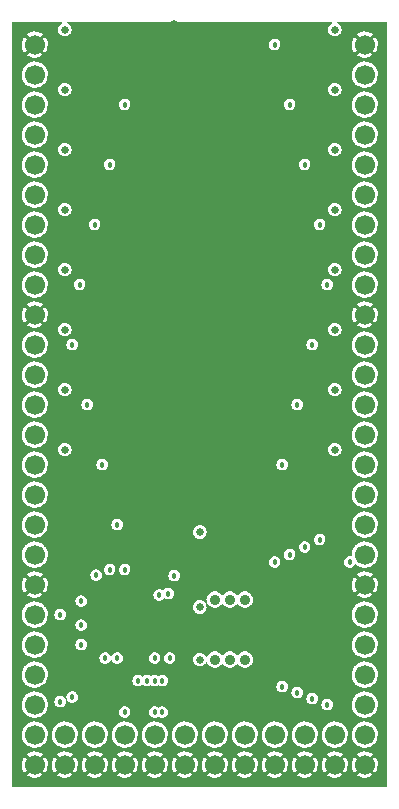
<source format=gbr>
%TF.GenerationSoftware,KiCad,Pcbnew,(6.0.7-1)-1*%
%TF.CreationDate,2022-09-01T15:03:23-04:00*%
%TF.ProjectId,eVolver_pwm,65566f6c-7665-4725-9f70-776d2e6b6963,rev?*%
%TF.SameCoordinates,Original*%
%TF.FileFunction,Copper,L2,Inr*%
%TF.FilePolarity,Positive*%
%FSLAX46Y46*%
G04 Gerber Fmt 4.6, Leading zero omitted, Abs format (unit mm)*
G04 Created by KiCad (PCBNEW (6.0.7-1)-1) date 2022-09-01 15:03:23*
%MOMM*%
%LPD*%
G01*
G04 APERTURE LIST*
%TA.AperFunction,ComponentPad*%
%ADD10C,1.700000*%
%TD*%
%TA.AperFunction,ViaPad*%
%ADD11C,0.889000*%
%TD*%
%TA.AperFunction,ViaPad*%
%ADD12C,0.457200*%
%TD*%
%TA.AperFunction,ViaPad*%
%ADD13C,0.635000*%
%TD*%
G04 APERTURE END LIST*
D10*
%TO.N,GND*%
%TO.C,P1*%
X156210000Y-73660000D03*
%TO.N,/OUT_0*%
X156210000Y-76200000D03*
%TO.N,+24V*%
X156210000Y-78740000D03*
%TO.N,/OUT_2*%
X156210000Y-81280000D03*
%TO.N,+24V*%
X156210000Y-83820000D03*
%TO.N,/OUT_4*%
X156210000Y-86360000D03*
%TO.N,+24V*%
X156210000Y-88900000D03*
%TO.N,/OUT_6*%
X156210000Y-91440000D03*
%TO.N,+24V*%
X156210000Y-93980000D03*
%TO.N,GND*%
X156210000Y-96520000D03*
%TO.N,/OUT_8*%
X156210000Y-99060000D03*
%TO.N,+24V*%
X156210000Y-101600000D03*
%TO.N,/OUT_10*%
X156210000Y-104140000D03*
%TO.N,+24V*%
X156210000Y-106680000D03*
%TO.N,/OUT_12*%
X156210000Y-109220000D03*
%TO.N,+24V*%
X156210000Y-111760000D03*
%TO.N,/OUT_14*%
X156210000Y-114300000D03*
%TO.N,+24V*%
X156210000Y-116840000D03*
%TO.N,GND*%
X156210000Y-119380000D03*
%TO.N,/GSCLK*%
X156210000Y-121920000D03*
%TO.N,/XLAT*%
X156210000Y-124460000D03*
%TO.N,/SCLK*%
X156210000Y-127000000D03*
%TO.N,/SIN*%
X156210000Y-129540000D03*
%TO.N,/SOUT*%
X156210000Y-132080000D03*
%TO.N,GND*%
X156210000Y-134620000D03*
%TD*%
%TO.N,GND*%
%TO.C,P2*%
X184150000Y-73660000D03*
%TO.N,/OUT_1*%
X184150000Y-76200000D03*
%TO.N,+24V*%
X184150000Y-78740000D03*
%TO.N,/OUT_3*%
X184150000Y-81280000D03*
%TO.N,+24V*%
X184150000Y-83820000D03*
%TO.N,/OUT_5*%
X184150000Y-86360000D03*
%TO.N,+24V*%
X184150000Y-88900000D03*
%TO.N,/OUT_7*%
X184150000Y-91440000D03*
%TO.N,+24V*%
X184150000Y-93980000D03*
%TO.N,GND*%
X184150000Y-96520000D03*
%TO.N,/OUT_9*%
X184150000Y-99060000D03*
%TO.N,+24V*%
X184150000Y-101600000D03*
%TO.N,/OUT_11*%
X184150000Y-104140000D03*
%TO.N,+24V*%
X184150000Y-106680000D03*
%TO.N,/OUT_13*%
X184150000Y-109220000D03*
%TO.N,+24V*%
X184150000Y-111760000D03*
%TO.N,/OUT_15*%
X184150000Y-114300000D03*
%TO.N,+24V*%
X184150000Y-116840000D03*
%TO.N,GND*%
X184150000Y-119380000D03*
%TO.N,unconnected-(P2-Pad20)*%
X184150000Y-121920000D03*
%TO.N,/BLANK*%
X184150000Y-124460000D03*
%TO.N,unconnected-(P2-Pad22)*%
X184150000Y-127000000D03*
%TO.N,+5V*%
X184150000Y-129540000D03*
X184150000Y-132080000D03*
%TO.N,GND*%
X184150000Y-134620000D03*
%TD*%
%TO.N,+24V*%
%TO.C,P3*%
X181610000Y-132080000D03*
X179070000Y-132080000D03*
X176530000Y-132080000D03*
X173990000Y-132080000D03*
X171450000Y-132080000D03*
X168910000Y-132080000D03*
X166370000Y-132080000D03*
X163830000Y-132080000D03*
X161290000Y-132080000D03*
X158750000Y-132080000D03*
%TD*%
%TO.N,GND*%
%TO.C,P4*%
X158750000Y-134620000D03*
X161290000Y-134620000D03*
X163830000Y-134620000D03*
X166370000Y-134620000D03*
X168910000Y-134620000D03*
X171450000Y-134620000D03*
X173990000Y-134620000D03*
X176530000Y-134620000D03*
X179070000Y-134620000D03*
X181610000Y-134620000D03*
%TD*%
D11*
%TO.N,+3V3*%
X173990000Y-120650000D03*
D12*
%TO.N,/GATE4*%
X161412116Y-118584284D03*
D11*
%TO.N,+3V3*%
X172720000Y-120650000D03*
D12*
X166370000Y-130175000D03*
D13*
X170180000Y-125730000D03*
D12*
X166370000Y-127508000D03*
X167640000Y-125603000D03*
D11*
X171450000Y-120650000D03*
D13*
X170180000Y-114935000D03*
D11*
X171450000Y-125730000D03*
D13*
X170180000Y-121285000D03*
D12*
X166370000Y-125603000D03*
D11*
X172720000Y-125730000D03*
X173990000Y-125730000D03*
D12*
%TO.N,GND*%
X164211000Y-118745000D03*
D13*
X180340000Y-127000000D03*
X172720000Y-77470000D03*
X168021000Y-71882000D03*
X170307000Y-130175000D03*
X172720000Y-87630000D03*
X172720000Y-107950000D03*
X167640000Y-95250000D03*
X159639000Y-130175000D03*
X168910000Y-123190000D03*
X172720000Y-102870000D03*
X172720000Y-97790000D03*
X172720000Y-113030000D03*
X167640000Y-85090000D03*
X167640000Y-94234000D03*
X173736000Y-114427000D03*
X172720000Y-82550000D03*
X172720000Y-92710000D03*
X177800000Y-127000000D03*
X167640000Y-90170000D03*
X167640000Y-105410000D03*
X167640000Y-80010000D03*
X178435000Y-130175000D03*
X179705000Y-130175000D03*
X167640000Y-100330000D03*
X167640000Y-110490000D03*
D12*
X166751000Y-121285000D03*
D13*
X174371000Y-130175000D03*
X179070000Y-127000000D03*
X167640000Y-74930000D03*
%TO.N,+24V*%
X158750000Y-87630000D03*
X158750000Y-92710000D03*
X158750000Y-107950000D03*
X158750000Y-82550000D03*
X158750000Y-97790000D03*
X158750000Y-72390000D03*
X181610000Y-107950000D03*
X158750000Y-102870000D03*
X181610000Y-72390000D03*
X181610000Y-77470000D03*
X181610000Y-97790000D03*
X181610000Y-92710000D03*
X181610000Y-82550000D03*
X158750000Y-77470000D03*
X181610000Y-102870000D03*
X181610000Y-87630000D03*
D12*
%TO.N,/GSCLK*%
X158369000Y-121920000D03*
X165735000Y-127508000D03*
X158369000Y-129286000D03*
X163830000Y-130175000D03*
%TO.N,/XLAT*%
X166751000Y-120269000D03*
%TO.N,/SCLK*%
X167513000Y-120142000D03*
%TO.N,/SIN*%
X168021000Y-118618000D03*
%TO.N,/SOUT*%
X164973000Y-127508000D03*
X159385000Y-128905000D03*
%TO.N,Net-(R17-Pad1)*%
X167005000Y-127508000D03*
X167005000Y-130175000D03*
%TO.N,/GATE0*%
X163830000Y-78740000D03*
X163830000Y-118110000D03*
%TO.N,/GATE1*%
X176530000Y-73660000D03*
X176530000Y-117475000D03*
%TO.N,/GATE2*%
X162560000Y-83820000D03*
X162560000Y-118110000D03*
%TO.N,/GATE3*%
X177800000Y-116840000D03*
X177800000Y-78740000D03*
%TO.N,/GATE4*%
X161290000Y-88900000D03*
%TO.N,/GATE5*%
X179070000Y-116205000D03*
X179070000Y-83820000D03*
%TO.N,/GATE6*%
X160147000Y-120777000D03*
X160020000Y-93980000D03*
%TO.N,/GATE7*%
X180340000Y-115570000D03*
X180340000Y-88900000D03*
%TO.N,/GATE8*%
X160147000Y-122809000D03*
X159385000Y-99060000D03*
%TO.N,/GATE9*%
X180975000Y-129540000D03*
X180975000Y-93980000D03*
%TO.N,/GATE10*%
X160147000Y-124460000D03*
X160655000Y-104140000D03*
%TO.N,/GATE11*%
X179705000Y-129032000D03*
X179705000Y-99060000D03*
%TO.N,/GATE12*%
X162179000Y-125603000D03*
X161925000Y-109220000D03*
%TO.N,/GATE13*%
X178435000Y-104140000D03*
X178435000Y-128524000D03*
%TO.N,/GATE14*%
X163195000Y-125603000D03*
X163195000Y-114300000D03*
%TO.N,/GATE15*%
X177165000Y-128016000D03*
X177165000Y-109220000D03*
%TO.N,/BLANK*%
X182880000Y-117475000D03*
%TD*%
%TA.AperFunction,Conductor*%
%TO.N,GND*%
G36*
X158518304Y-71773306D02*
G01*
X158536610Y-71817500D01*
X158518304Y-71861694D01*
X158498032Y-71875240D01*
X158461532Y-71890359D01*
X158342045Y-71982045D01*
X158250359Y-72101532D01*
X158192723Y-72240678D01*
X158173064Y-72390000D01*
X158192723Y-72539322D01*
X158194291Y-72543107D01*
X158194291Y-72543108D01*
X158217023Y-72597988D01*
X158250359Y-72678468D01*
X158342045Y-72797955D01*
X158461532Y-72889641D01*
X158465315Y-72891208D01*
X158596892Y-72945709D01*
X158596893Y-72945709D01*
X158600678Y-72947277D01*
X158604740Y-72947812D01*
X158604741Y-72947812D01*
X158745936Y-72966401D01*
X158750000Y-72966936D01*
X158754064Y-72966401D01*
X158895259Y-72947812D01*
X158895260Y-72947812D01*
X158899322Y-72947277D01*
X158903107Y-72945709D01*
X158903108Y-72945709D01*
X159034685Y-72891208D01*
X159038468Y-72889641D01*
X159157955Y-72797955D01*
X159249641Y-72678468D01*
X159282977Y-72597988D01*
X159305709Y-72543108D01*
X159305709Y-72543107D01*
X159307277Y-72539322D01*
X159326936Y-72390000D01*
X159307277Y-72240678D01*
X159249641Y-72101532D01*
X159157955Y-71982045D01*
X159038468Y-71890359D01*
X159001970Y-71875241D01*
X158968148Y-71841418D01*
X158968147Y-71793582D01*
X159001972Y-71759758D01*
X159025890Y-71755000D01*
X181334110Y-71755000D01*
X181378304Y-71773306D01*
X181396610Y-71817500D01*
X181378304Y-71861694D01*
X181358032Y-71875240D01*
X181321532Y-71890359D01*
X181202045Y-71982045D01*
X181110359Y-72101532D01*
X181052723Y-72240678D01*
X181033064Y-72390000D01*
X181052723Y-72539322D01*
X181054291Y-72543107D01*
X181054291Y-72543108D01*
X181077023Y-72597988D01*
X181110359Y-72678468D01*
X181202045Y-72797955D01*
X181321532Y-72889641D01*
X181325315Y-72891208D01*
X181456892Y-72945709D01*
X181456893Y-72945709D01*
X181460678Y-72947277D01*
X181464740Y-72947812D01*
X181464741Y-72947812D01*
X181605936Y-72966401D01*
X181610000Y-72966936D01*
X181614064Y-72966401D01*
X181755259Y-72947812D01*
X181755260Y-72947812D01*
X181759322Y-72947277D01*
X181763107Y-72945709D01*
X181763108Y-72945709D01*
X181894685Y-72891208D01*
X181898468Y-72889641D01*
X182017955Y-72797955D01*
X182021786Y-72792962D01*
X183468984Y-72792962D01*
X183472857Y-72803252D01*
X184141210Y-73471605D01*
X184150000Y-73475246D01*
X184158790Y-73471605D01*
X184829183Y-72801212D01*
X184832548Y-72793089D01*
X184828375Y-72783549D01*
X184827054Y-72782328D01*
X184822532Y-72778858D01*
X184655774Y-72673642D01*
X184650696Y-72671054D01*
X184467553Y-72597988D01*
X184462087Y-72596369D01*
X184268700Y-72557902D01*
X184263036Y-72557307D01*
X184065872Y-72554725D01*
X184060185Y-72555173D01*
X183865870Y-72588563D01*
X183860347Y-72590042D01*
X183675367Y-72658285D01*
X183670218Y-72660741D01*
X183500770Y-72761552D01*
X183496148Y-72764911D01*
X183472660Y-72785509D01*
X183468984Y-72792962D01*
X182021786Y-72792962D01*
X182109641Y-72678468D01*
X182142977Y-72597988D01*
X182165709Y-72543108D01*
X182165709Y-72543107D01*
X182167277Y-72539322D01*
X182186936Y-72390000D01*
X182167277Y-72240678D01*
X182109641Y-72101532D01*
X182017955Y-71982045D01*
X181898468Y-71890359D01*
X181861970Y-71875241D01*
X181828148Y-71841418D01*
X181828147Y-71793582D01*
X181861972Y-71759758D01*
X181885890Y-71755000D01*
X185992500Y-71755000D01*
X186036694Y-71773306D01*
X186055000Y-71817500D01*
X186055000Y-136462500D01*
X186036694Y-136506694D01*
X185992500Y-136525000D01*
X154367500Y-136525000D01*
X154323306Y-136506694D01*
X154305000Y-136462500D01*
X154305000Y-135487936D01*
X155526818Y-135487936D01*
X155528789Y-135492693D01*
X155678576Y-135592778D01*
X155683598Y-135595504D01*
X155864744Y-135673331D01*
X155870183Y-135675098D01*
X156062492Y-135718614D01*
X156068140Y-135719357D01*
X156265166Y-135727099D01*
X156270861Y-135726800D01*
X156465992Y-135698507D01*
X156471541Y-135697175D01*
X156658247Y-135633796D01*
X156663460Y-135631475D01*
X156835492Y-135535133D01*
X156840197Y-135531899D01*
X156886379Y-135493490D01*
X156889300Y-135487936D01*
X158066818Y-135487936D01*
X158068789Y-135492693D01*
X158218576Y-135592778D01*
X158223598Y-135595504D01*
X158404744Y-135673331D01*
X158410183Y-135675098D01*
X158602492Y-135718614D01*
X158608140Y-135719357D01*
X158805166Y-135727099D01*
X158810861Y-135726800D01*
X159005992Y-135698507D01*
X159011541Y-135697175D01*
X159198247Y-135633796D01*
X159203460Y-135631475D01*
X159375492Y-135535133D01*
X159380197Y-135531899D01*
X159426379Y-135493490D01*
X159429300Y-135487936D01*
X160606818Y-135487936D01*
X160608789Y-135492693D01*
X160758576Y-135592778D01*
X160763598Y-135595504D01*
X160944744Y-135673331D01*
X160950183Y-135675098D01*
X161142492Y-135718614D01*
X161148140Y-135719357D01*
X161345166Y-135727099D01*
X161350861Y-135726800D01*
X161545992Y-135698507D01*
X161551541Y-135697175D01*
X161738247Y-135633796D01*
X161743460Y-135631475D01*
X161915492Y-135535133D01*
X161920197Y-135531899D01*
X161966379Y-135493490D01*
X161969300Y-135487936D01*
X163146818Y-135487936D01*
X163148789Y-135492693D01*
X163298576Y-135592778D01*
X163303598Y-135595504D01*
X163484744Y-135673331D01*
X163490183Y-135675098D01*
X163682492Y-135718614D01*
X163688140Y-135719357D01*
X163885166Y-135727099D01*
X163890861Y-135726800D01*
X164085992Y-135698507D01*
X164091541Y-135697175D01*
X164278247Y-135633796D01*
X164283460Y-135631475D01*
X164455492Y-135535133D01*
X164460197Y-135531899D01*
X164506379Y-135493490D01*
X164509300Y-135487936D01*
X165686818Y-135487936D01*
X165688789Y-135492693D01*
X165838576Y-135592778D01*
X165843598Y-135595504D01*
X166024744Y-135673331D01*
X166030183Y-135675098D01*
X166222492Y-135718614D01*
X166228140Y-135719357D01*
X166425166Y-135727099D01*
X166430861Y-135726800D01*
X166625992Y-135698507D01*
X166631541Y-135697175D01*
X166818247Y-135633796D01*
X166823460Y-135631475D01*
X166995492Y-135535133D01*
X167000197Y-135531899D01*
X167046379Y-135493490D01*
X167049300Y-135487936D01*
X168226818Y-135487936D01*
X168228789Y-135492693D01*
X168378576Y-135592778D01*
X168383598Y-135595504D01*
X168564744Y-135673331D01*
X168570183Y-135675098D01*
X168762492Y-135718614D01*
X168768140Y-135719357D01*
X168965166Y-135727099D01*
X168970861Y-135726800D01*
X169165992Y-135698507D01*
X169171541Y-135697175D01*
X169358247Y-135633796D01*
X169363460Y-135631475D01*
X169535492Y-135535133D01*
X169540197Y-135531899D01*
X169586379Y-135493490D01*
X169589300Y-135487936D01*
X170766818Y-135487936D01*
X170768789Y-135492693D01*
X170918576Y-135592778D01*
X170923598Y-135595504D01*
X171104744Y-135673331D01*
X171110183Y-135675098D01*
X171302492Y-135718614D01*
X171308140Y-135719357D01*
X171505166Y-135727099D01*
X171510861Y-135726800D01*
X171705992Y-135698507D01*
X171711541Y-135697175D01*
X171898247Y-135633796D01*
X171903460Y-135631475D01*
X172075492Y-135535133D01*
X172080197Y-135531899D01*
X172126379Y-135493490D01*
X172129300Y-135487936D01*
X173306818Y-135487936D01*
X173308789Y-135492693D01*
X173458576Y-135592778D01*
X173463598Y-135595504D01*
X173644744Y-135673331D01*
X173650183Y-135675098D01*
X173842492Y-135718614D01*
X173848140Y-135719357D01*
X174045166Y-135727099D01*
X174050861Y-135726800D01*
X174245992Y-135698507D01*
X174251541Y-135697175D01*
X174438247Y-135633796D01*
X174443460Y-135631475D01*
X174615492Y-135535133D01*
X174620197Y-135531899D01*
X174666379Y-135493490D01*
X174669300Y-135487936D01*
X175846818Y-135487936D01*
X175848789Y-135492693D01*
X175998576Y-135592778D01*
X176003598Y-135595504D01*
X176184744Y-135673331D01*
X176190183Y-135675098D01*
X176382492Y-135718614D01*
X176388140Y-135719357D01*
X176585166Y-135727099D01*
X176590861Y-135726800D01*
X176785992Y-135698507D01*
X176791541Y-135697175D01*
X176978247Y-135633796D01*
X176983460Y-135631475D01*
X177155492Y-135535133D01*
X177160197Y-135531899D01*
X177206379Y-135493490D01*
X177209300Y-135487936D01*
X178386818Y-135487936D01*
X178388789Y-135492693D01*
X178538576Y-135592778D01*
X178543598Y-135595504D01*
X178724744Y-135673331D01*
X178730183Y-135675098D01*
X178922492Y-135718614D01*
X178928140Y-135719357D01*
X179125166Y-135727099D01*
X179130861Y-135726800D01*
X179325992Y-135698507D01*
X179331541Y-135697175D01*
X179518247Y-135633796D01*
X179523460Y-135631475D01*
X179695492Y-135535133D01*
X179700197Y-135531899D01*
X179746379Y-135493490D01*
X179749300Y-135487936D01*
X180926818Y-135487936D01*
X180928789Y-135492693D01*
X181078576Y-135592778D01*
X181083598Y-135595504D01*
X181264744Y-135673331D01*
X181270183Y-135675098D01*
X181462492Y-135718614D01*
X181468140Y-135719357D01*
X181665166Y-135727099D01*
X181670861Y-135726800D01*
X181865992Y-135698507D01*
X181871541Y-135697175D01*
X182058247Y-135633796D01*
X182063460Y-135631475D01*
X182235492Y-135535133D01*
X182240197Y-135531899D01*
X182286379Y-135493490D01*
X182289300Y-135487936D01*
X183466818Y-135487936D01*
X183468789Y-135492693D01*
X183618576Y-135592778D01*
X183623598Y-135595504D01*
X183804744Y-135673331D01*
X183810183Y-135675098D01*
X184002492Y-135718614D01*
X184008140Y-135719357D01*
X184205166Y-135727099D01*
X184210861Y-135726800D01*
X184405992Y-135698507D01*
X184411541Y-135697175D01*
X184598247Y-135633796D01*
X184603460Y-135631475D01*
X184775492Y-135535133D01*
X184780197Y-135531899D01*
X184826379Y-135493490D01*
X184830808Y-135485070D01*
X184828711Y-135478316D01*
X184158790Y-134808395D01*
X184150000Y-134804754D01*
X184141210Y-134808395D01*
X183470459Y-135479146D01*
X183466818Y-135487936D01*
X182289300Y-135487936D01*
X182290808Y-135485070D01*
X182288711Y-135478316D01*
X181618790Y-134808395D01*
X181610000Y-134804754D01*
X181601210Y-134808395D01*
X180930459Y-135479146D01*
X180926818Y-135487936D01*
X179749300Y-135487936D01*
X179750808Y-135485070D01*
X179748711Y-135478316D01*
X179078790Y-134808395D01*
X179070000Y-134804754D01*
X179061210Y-134808395D01*
X178390459Y-135479146D01*
X178386818Y-135487936D01*
X177209300Y-135487936D01*
X177210808Y-135485070D01*
X177208711Y-135478316D01*
X176538790Y-134808395D01*
X176530000Y-134804754D01*
X176521210Y-134808395D01*
X175850459Y-135479146D01*
X175846818Y-135487936D01*
X174669300Y-135487936D01*
X174670808Y-135485070D01*
X174668711Y-135478316D01*
X173998790Y-134808395D01*
X173990000Y-134804754D01*
X173981210Y-134808395D01*
X173310459Y-135479146D01*
X173306818Y-135487936D01*
X172129300Y-135487936D01*
X172130808Y-135485070D01*
X172128711Y-135478316D01*
X171458790Y-134808395D01*
X171450000Y-134804754D01*
X171441210Y-134808395D01*
X170770459Y-135479146D01*
X170766818Y-135487936D01*
X169589300Y-135487936D01*
X169590808Y-135485070D01*
X169588711Y-135478316D01*
X168918790Y-134808395D01*
X168910000Y-134804754D01*
X168901210Y-134808395D01*
X168230459Y-135479146D01*
X168226818Y-135487936D01*
X167049300Y-135487936D01*
X167050808Y-135485070D01*
X167048711Y-135478316D01*
X166378790Y-134808395D01*
X166370000Y-134804754D01*
X166361210Y-134808395D01*
X165690459Y-135479146D01*
X165686818Y-135487936D01*
X164509300Y-135487936D01*
X164510808Y-135485070D01*
X164508711Y-135478316D01*
X163838790Y-134808395D01*
X163830000Y-134804754D01*
X163821210Y-134808395D01*
X163150459Y-135479146D01*
X163146818Y-135487936D01*
X161969300Y-135487936D01*
X161970808Y-135485070D01*
X161968711Y-135478316D01*
X161298790Y-134808395D01*
X161290000Y-134804754D01*
X161281210Y-134808395D01*
X160610459Y-135479146D01*
X160606818Y-135487936D01*
X159429300Y-135487936D01*
X159430808Y-135485070D01*
X159428711Y-135478316D01*
X158758790Y-134808395D01*
X158750000Y-134804754D01*
X158741210Y-134808395D01*
X158070459Y-135479146D01*
X158066818Y-135487936D01*
X156889300Y-135487936D01*
X156890808Y-135485070D01*
X156888711Y-135478316D01*
X156218790Y-134808395D01*
X156210000Y-134804754D01*
X156201210Y-134808395D01*
X155530459Y-135479146D01*
X155526818Y-135487936D01*
X154305000Y-135487936D01*
X154305000Y-134593841D01*
X155101838Y-134593841D01*
X155114732Y-134790581D01*
X155115626Y-134796224D01*
X155164159Y-134987323D01*
X155166066Y-134992707D01*
X155248612Y-135171761D01*
X155251468Y-135176708D01*
X155336309Y-135296756D01*
X155344358Y-135301834D01*
X155349790Y-135300605D01*
X156021605Y-134628790D01*
X156025246Y-134620000D01*
X156394754Y-134620000D01*
X156398395Y-134628790D01*
X157066751Y-135297146D01*
X157075541Y-135300787D01*
X157082074Y-135298080D01*
X157121899Y-135250197D01*
X157125133Y-135245492D01*
X157221475Y-135073460D01*
X157223796Y-135068247D01*
X157287175Y-134881541D01*
X157288507Y-134875992D01*
X157316948Y-134679842D01*
X157317259Y-134676197D01*
X157318682Y-134621827D01*
X157318563Y-134618179D01*
X157316327Y-134593841D01*
X157641838Y-134593841D01*
X157654732Y-134790581D01*
X157655626Y-134796224D01*
X157704159Y-134987323D01*
X157706066Y-134992707D01*
X157788612Y-135171761D01*
X157791468Y-135176708D01*
X157876309Y-135296756D01*
X157884358Y-135301834D01*
X157889790Y-135300605D01*
X158561605Y-134628790D01*
X158565246Y-134620000D01*
X158934754Y-134620000D01*
X158938395Y-134628790D01*
X159606751Y-135297146D01*
X159615541Y-135300787D01*
X159622074Y-135298080D01*
X159661899Y-135250197D01*
X159665133Y-135245492D01*
X159761475Y-135073460D01*
X159763796Y-135068247D01*
X159827175Y-134881541D01*
X159828507Y-134875992D01*
X159856948Y-134679842D01*
X159857259Y-134676197D01*
X159858682Y-134621827D01*
X159858563Y-134618179D01*
X159856327Y-134593841D01*
X160181838Y-134593841D01*
X160194732Y-134790581D01*
X160195626Y-134796224D01*
X160244159Y-134987323D01*
X160246066Y-134992707D01*
X160328612Y-135171761D01*
X160331468Y-135176708D01*
X160416309Y-135296756D01*
X160424358Y-135301834D01*
X160429790Y-135300605D01*
X161101605Y-134628790D01*
X161105246Y-134620000D01*
X161474754Y-134620000D01*
X161478395Y-134628790D01*
X162146751Y-135297146D01*
X162155541Y-135300787D01*
X162162074Y-135298080D01*
X162201899Y-135250197D01*
X162205133Y-135245492D01*
X162301475Y-135073460D01*
X162303796Y-135068247D01*
X162367175Y-134881541D01*
X162368507Y-134875992D01*
X162396948Y-134679842D01*
X162397259Y-134676197D01*
X162398682Y-134621827D01*
X162398563Y-134618179D01*
X162396327Y-134593841D01*
X162721838Y-134593841D01*
X162734732Y-134790581D01*
X162735626Y-134796224D01*
X162784159Y-134987323D01*
X162786066Y-134992707D01*
X162868612Y-135171761D01*
X162871468Y-135176708D01*
X162956309Y-135296756D01*
X162964358Y-135301834D01*
X162969790Y-135300605D01*
X163641605Y-134628790D01*
X163645246Y-134620000D01*
X164014754Y-134620000D01*
X164018395Y-134628790D01*
X164686751Y-135297146D01*
X164695541Y-135300787D01*
X164702074Y-135298080D01*
X164741899Y-135250197D01*
X164745133Y-135245492D01*
X164841475Y-135073460D01*
X164843796Y-135068247D01*
X164907175Y-134881541D01*
X164908507Y-134875992D01*
X164936948Y-134679842D01*
X164937259Y-134676197D01*
X164938682Y-134621827D01*
X164938563Y-134618179D01*
X164936327Y-134593841D01*
X165261838Y-134593841D01*
X165274732Y-134790581D01*
X165275626Y-134796224D01*
X165324159Y-134987323D01*
X165326066Y-134992707D01*
X165408612Y-135171761D01*
X165411468Y-135176708D01*
X165496309Y-135296756D01*
X165504358Y-135301834D01*
X165509790Y-135300605D01*
X166181605Y-134628790D01*
X166185246Y-134620000D01*
X166554754Y-134620000D01*
X166558395Y-134628790D01*
X167226751Y-135297146D01*
X167235541Y-135300787D01*
X167242074Y-135298080D01*
X167281899Y-135250197D01*
X167285133Y-135245492D01*
X167381475Y-135073460D01*
X167383796Y-135068247D01*
X167447175Y-134881541D01*
X167448507Y-134875992D01*
X167476948Y-134679842D01*
X167477259Y-134676197D01*
X167478682Y-134621827D01*
X167478563Y-134618179D01*
X167476327Y-134593841D01*
X167801838Y-134593841D01*
X167814732Y-134790581D01*
X167815626Y-134796224D01*
X167864159Y-134987323D01*
X167866066Y-134992707D01*
X167948612Y-135171761D01*
X167951468Y-135176708D01*
X168036309Y-135296756D01*
X168044358Y-135301834D01*
X168049790Y-135300605D01*
X168721605Y-134628790D01*
X168725246Y-134620000D01*
X169094754Y-134620000D01*
X169098395Y-134628790D01*
X169766751Y-135297146D01*
X169775541Y-135300787D01*
X169782074Y-135298080D01*
X169821899Y-135250197D01*
X169825133Y-135245492D01*
X169921475Y-135073460D01*
X169923796Y-135068247D01*
X169987175Y-134881541D01*
X169988507Y-134875992D01*
X170016948Y-134679842D01*
X170017259Y-134676197D01*
X170018682Y-134621827D01*
X170018563Y-134618179D01*
X170016327Y-134593841D01*
X170341838Y-134593841D01*
X170354732Y-134790581D01*
X170355626Y-134796224D01*
X170404159Y-134987323D01*
X170406066Y-134992707D01*
X170488612Y-135171761D01*
X170491468Y-135176708D01*
X170576309Y-135296756D01*
X170584358Y-135301834D01*
X170589790Y-135300605D01*
X171261605Y-134628790D01*
X171265246Y-134620000D01*
X171634754Y-134620000D01*
X171638395Y-134628790D01*
X172306751Y-135297146D01*
X172315541Y-135300787D01*
X172322074Y-135298080D01*
X172361899Y-135250197D01*
X172365133Y-135245492D01*
X172461475Y-135073460D01*
X172463796Y-135068247D01*
X172527175Y-134881541D01*
X172528507Y-134875992D01*
X172556948Y-134679842D01*
X172557259Y-134676197D01*
X172558682Y-134621827D01*
X172558563Y-134618179D01*
X172556327Y-134593841D01*
X172881838Y-134593841D01*
X172894732Y-134790581D01*
X172895626Y-134796224D01*
X172944159Y-134987323D01*
X172946066Y-134992707D01*
X173028612Y-135171761D01*
X173031468Y-135176708D01*
X173116309Y-135296756D01*
X173124358Y-135301834D01*
X173129790Y-135300605D01*
X173801605Y-134628790D01*
X173805246Y-134620000D01*
X174174754Y-134620000D01*
X174178395Y-134628790D01*
X174846751Y-135297146D01*
X174855541Y-135300787D01*
X174862074Y-135298080D01*
X174901899Y-135250197D01*
X174905133Y-135245492D01*
X175001475Y-135073460D01*
X175003796Y-135068247D01*
X175067175Y-134881541D01*
X175068507Y-134875992D01*
X175096948Y-134679842D01*
X175097259Y-134676197D01*
X175098682Y-134621827D01*
X175098563Y-134618179D01*
X175096327Y-134593841D01*
X175421838Y-134593841D01*
X175434732Y-134790581D01*
X175435626Y-134796224D01*
X175484159Y-134987323D01*
X175486066Y-134992707D01*
X175568612Y-135171761D01*
X175571468Y-135176708D01*
X175656309Y-135296756D01*
X175664358Y-135301834D01*
X175669790Y-135300605D01*
X176341605Y-134628790D01*
X176345246Y-134620000D01*
X176714754Y-134620000D01*
X176718395Y-134628790D01*
X177386751Y-135297146D01*
X177395541Y-135300787D01*
X177402074Y-135298080D01*
X177441899Y-135250197D01*
X177445133Y-135245492D01*
X177541475Y-135073460D01*
X177543796Y-135068247D01*
X177607175Y-134881541D01*
X177608507Y-134875992D01*
X177636948Y-134679842D01*
X177637259Y-134676197D01*
X177638682Y-134621827D01*
X177638563Y-134618179D01*
X177636327Y-134593841D01*
X177961838Y-134593841D01*
X177974732Y-134790581D01*
X177975626Y-134796224D01*
X178024159Y-134987323D01*
X178026066Y-134992707D01*
X178108612Y-135171761D01*
X178111468Y-135176708D01*
X178196309Y-135296756D01*
X178204358Y-135301834D01*
X178209790Y-135300605D01*
X178881605Y-134628790D01*
X178885246Y-134620000D01*
X179254754Y-134620000D01*
X179258395Y-134628790D01*
X179926751Y-135297146D01*
X179935541Y-135300787D01*
X179942074Y-135298080D01*
X179981899Y-135250197D01*
X179985133Y-135245492D01*
X180081475Y-135073460D01*
X180083796Y-135068247D01*
X180147175Y-134881541D01*
X180148507Y-134875992D01*
X180176948Y-134679842D01*
X180177259Y-134676197D01*
X180178682Y-134621827D01*
X180178563Y-134618179D01*
X180176327Y-134593841D01*
X180501838Y-134593841D01*
X180514732Y-134790581D01*
X180515626Y-134796224D01*
X180564159Y-134987323D01*
X180566066Y-134992707D01*
X180648612Y-135171761D01*
X180651468Y-135176708D01*
X180736309Y-135296756D01*
X180744358Y-135301834D01*
X180749790Y-135300605D01*
X181421605Y-134628790D01*
X181425246Y-134620000D01*
X181794754Y-134620000D01*
X181798395Y-134628790D01*
X182466751Y-135297146D01*
X182475541Y-135300787D01*
X182482074Y-135298080D01*
X182521899Y-135250197D01*
X182525133Y-135245492D01*
X182621475Y-135073460D01*
X182623796Y-135068247D01*
X182687175Y-134881541D01*
X182688507Y-134875992D01*
X182716948Y-134679842D01*
X182717259Y-134676197D01*
X182718682Y-134621827D01*
X182718563Y-134618179D01*
X182716327Y-134593841D01*
X183041838Y-134593841D01*
X183054732Y-134790581D01*
X183055626Y-134796224D01*
X183104159Y-134987323D01*
X183106066Y-134992707D01*
X183188612Y-135171761D01*
X183191468Y-135176708D01*
X183276309Y-135296756D01*
X183284358Y-135301834D01*
X183289790Y-135300605D01*
X183961605Y-134628790D01*
X183965246Y-134620000D01*
X184334754Y-134620000D01*
X184338395Y-134628790D01*
X185006751Y-135297146D01*
X185015541Y-135300787D01*
X185022074Y-135298080D01*
X185061899Y-135250197D01*
X185065133Y-135245492D01*
X185161475Y-135073460D01*
X185163796Y-135068247D01*
X185227175Y-134881541D01*
X185228507Y-134875992D01*
X185256948Y-134679842D01*
X185257259Y-134676197D01*
X185258682Y-134621827D01*
X185258563Y-134618179D01*
X185240426Y-134420805D01*
X185239385Y-134415187D01*
X185185867Y-134225424D01*
X185183824Y-134220102D01*
X185096616Y-134043261D01*
X185093630Y-134038389D01*
X185023086Y-133943920D01*
X185014908Y-133939055D01*
X185009067Y-133940538D01*
X184338395Y-134611210D01*
X184334754Y-134620000D01*
X183965246Y-134620000D01*
X183961605Y-134611210D01*
X183293466Y-133943071D01*
X183284676Y-133939430D01*
X183278648Y-133941927D01*
X183221913Y-134013895D01*
X183218809Y-134018674D01*
X183126998Y-134193177D01*
X183124819Y-134198437D01*
X183066346Y-134386752D01*
X183065162Y-134392322D01*
X183041987Y-134588129D01*
X183041838Y-134593841D01*
X182716327Y-134593841D01*
X182700426Y-134420805D01*
X182699385Y-134415187D01*
X182645867Y-134225424D01*
X182643824Y-134220102D01*
X182556616Y-134043261D01*
X182553630Y-134038389D01*
X182483086Y-133943920D01*
X182474908Y-133939055D01*
X182469067Y-133940538D01*
X181798395Y-134611210D01*
X181794754Y-134620000D01*
X181425246Y-134620000D01*
X181421605Y-134611210D01*
X180753466Y-133943071D01*
X180744676Y-133939430D01*
X180738648Y-133941927D01*
X180681913Y-134013895D01*
X180678809Y-134018674D01*
X180586998Y-134193177D01*
X180584819Y-134198437D01*
X180526346Y-134386752D01*
X180525162Y-134392322D01*
X180501987Y-134588129D01*
X180501838Y-134593841D01*
X180176327Y-134593841D01*
X180160426Y-134420805D01*
X180159385Y-134415187D01*
X180105867Y-134225424D01*
X180103824Y-134220102D01*
X180016616Y-134043261D01*
X180013630Y-134038389D01*
X179943086Y-133943920D01*
X179934908Y-133939055D01*
X179929067Y-133940538D01*
X179258395Y-134611210D01*
X179254754Y-134620000D01*
X178885246Y-134620000D01*
X178881605Y-134611210D01*
X178213466Y-133943071D01*
X178204676Y-133939430D01*
X178198648Y-133941927D01*
X178141913Y-134013895D01*
X178138809Y-134018674D01*
X178046998Y-134193177D01*
X178044819Y-134198437D01*
X177986346Y-134386752D01*
X177985162Y-134392322D01*
X177961987Y-134588129D01*
X177961838Y-134593841D01*
X177636327Y-134593841D01*
X177620426Y-134420805D01*
X177619385Y-134415187D01*
X177565867Y-134225424D01*
X177563824Y-134220102D01*
X177476616Y-134043261D01*
X177473630Y-134038389D01*
X177403086Y-133943920D01*
X177394908Y-133939055D01*
X177389067Y-133940538D01*
X176718395Y-134611210D01*
X176714754Y-134620000D01*
X176345246Y-134620000D01*
X176341605Y-134611210D01*
X175673466Y-133943071D01*
X175664676Y-133939430D01*
X175658648Y-133941927D01*
X175601913Y-134013895D01*
X175598809Y-134018674D01*
X175506998Y-134193177D01*
X175504819Y-134198437D01*
X175446346Y-134386752D01*
X175445162Y-134392322D01*
X175421987Y-134588129D01*
X175421838Y-134593841D01*
X175096327Y-134593841D01*
X175080426Y-134420805D01*
X175079385Y-134415187D01*
X175025867Y-134225424D01*
X175023824Y-134220102D01*
X174936616Y-134043261D01*
X174933630Y-134038389D01*
X174863086Y-133943920D01*
X174854908Y-133939055D01*
X174849067Y-133940538D01*
X174178395Y-134611210D01*
X174174754Y-134620000D01*
X173805246Y-134620000D01*
X173801605Y-134611210D01*
X173133466Y-133943071D01*
X173124676Y-133939430D01*
X173118648Y-133941927D01*
X173061913Y-134013895D01*
X173058809Y-134018674D01*
X172966998Y-134193177D01*
X172964819Y-134198437D01*
X172906346Y-134386752D01*
X172905162Y-134392322D01*
X172881987Y-134588129D01*
X172881838Y-134593841D01*
X172556327Y-134593841D01*
X172540426Y-134420805D01*
X172539385Y-134415187D01*
X172485867Y-134225424D01*
X172483824Y-134220102D01*
X172396616Y-134043261D01*
X172393630Y-134038389D01*
X172323086Y-133943920D01*
X172314908Y-133939055D01*
X172309067Y-133940538D01*
X171638395Y-134611210D01*
X171634754Y-134620000D01*
X171265246Y-134620000D01*
X171261605Y-134611210D01*
X170593466Y-133943071D01*
X170584676Y-133939430D01*
X170578648Y-133941927D01*
X170521913Y-134013895D01*
X170518809Y-134018674D01*
X170426998Y-134193177D01*
X170424819Y-134198437D01*
X170366346Y-134386752D01*
X170365162Y-134392322D01*
X170341987Y-134588129D01*
X170341838Y-134593841D01*
X170016327Y-134593841D01*
X170000426Y-134420805D01*
X169999385Y-134415187D01*
X169945867Y-134225424D01*
X169943824Y-134220102D01*
X169856616Y-134043261D01*
X169853630Y-134038389D01*
X169783086Y-133943920D01*
X169774908Y-133939055D01*
X169769067Y-133940538D01*
X169098395Y-134611210D01*
X169094754Y-134620000D01*
X168725246Y-134620000D01*
X168721605Y-134611210D01*
X168053466Y-133943071D01*
X168044676Y-133939430D01*
X168038648Y-133941927D01*
X167981913Y-134013895D01*
X167978809Y-134018674D01*
X167886998Y-134193177D01*
X167884819Y-134198437D01*
X167826346Y-134386752D01*
X167825162Y-134392322D01*
X167801987Y-134588129D01*
X167801838Y-134593841D01*
X167476327Y-134593841D01*
X167460426Y-134420805D01*
X167459385Y-134415187D01*
X167405867Y-134225424D01*
X167403824Y-134220102D01*
X167316616Y-134043261D01*
X167313630Y-134038389D01*
X167243086Y-133943920D01*
X167234908Y-133939055D01*
X167229067Y-133940538D01*
X166558395Y-134611210D01*
X166554754Y-134620000D01*
X166185246Y-134620000D01*
X166181605Y-134611210D01*
X165513466Y-133943071D01*
X165504676Y-133939430D01*
X165498648Y-133941927D01*
X165441913Y-134013895D01*
X165438809Y-134018674D01*
X165346998Y-134193177D01*
X165344819Y-134198437D01*
X165286346Y-134386752D01*
X165285162Y-134392322D01*
X165261987Y-134588129D01*
X165261838Y-134593841D01*
X164936327Y-134593841D01*
X164920426Y-134420805D01*
X164919385Y-134415187D01*
X164865867Y-134225424D01*
X164863824Y-134220102D01*
X164776616Y-134043261D01*
X164773630Y-134038389D01*
X164703086Y-133943920D01*
X164694908Y-133939055D01*
X164689067Y-133940538D01*
X164018395Y-134611210D01*
X164014754Y-134620000D01*
X163645246Y-134620000D01*
X163641605Y-134611210D01*
X162973466Y-133943071D01*
X162964676Y-133939430D01*
X162958648Y-133941927D01*
X162901913Y-134013895D01*
X162898809Y-134018674D01*
X162806998Y-134193177D01*
X162804819Y-134198437D01*
X162746346Y-134386752D01*
X162745162Y-134392322D01*
X162721987Y-134588129D01*
X162721838Y-134593841D01*
X162396327Y-134593841D01*
X162380426Y-134420805D01*
X162379385Y-134415187D01*
X162325867Y-134225424D01*
X162323824Y-134220102D01*
X162236616Y-134043261D01*
X162233630Y-134038389D01*
X162163086Y-133943920D01*
X162154908Y-133939055D01*
X162149067Y-133940538D01*
X161478395Y-134611210D01*
X161474754Y-134620000D01*
X161105246Y-134620000D01*
X161101605Y-134611210D01*
X160433466Y-133943071D01*
X160424676Y-133939430D01*
X160418648Y-133941927D01*
X160361913Y-134013895D01*
X160358809Y-134018674D01*
X160266998Y-134193177D01*
X160264819Y-134198437D01*
X160206346Y-134386752D01*
X160205162Y-134392322D01*
X160181987Y-134588129D01*
X160181838Y-134593841D01*
X159856327Y-134593841D01*
X159840426Y-134420805D01*
X159839385Y-134415187D01*
X159785867Y-134225424D01*
X159783824Y-134220102D01*
X159696616Y-134043261D01*
X159693630Y-134038389D01*
X159623086Y-133943920D01*
X159614908Y-133939055D01*
X159609067Y-133940538D01*
X158938395Y-134611210D01*
X158934754Y-134620000D01*
X158565246Y-134620000D01*
X158561605Y-134611210D01*
X157893466Y-133943071D01*
X157884676Y-133939430D01*
X157878648Y-133941927D01*
X157821913Y-134013895D01*
X157818809Y-134018674D01*
X157726998Y-134193177D01*
X157724819Y-134198437D01*
X157666346Y-134386752D01*
X157665162Y-134392322D01*
X157641987Y-134588129D01*
X157641838Y-134593841D01*
X157316327Y-134593841D01*
X157300426Y-134420805D01*
X157299385Y-134415187D01*
X157245867Y-134225424D01*
X157243824Y-134220102D01*
X157156616Y-134043261D01*
X157153630Y-134038389D01*
X157083086Y-133943920D01*
X157074908Y-133939055D01*
X157069067Y-133940538D01*
X156398395Y-134611210D01*
X156394754Y-134620000D01*
X156025246Y-134620000D01*
X156021605Y-134611210D01*
X155353466Y-133943071D01*
X155344676Y-133939430D01*
X155338648Y-133941927D01*
X155281913Y-134013895D01*
X155278809Y-134018674D01*
X155186998Y-134193177D01*
X155184819Y-134198437D01*
X155126346Y-134386752D01*
X155125162Y-134392322D01*
X155101987Y-134588129D01*
X155101838Y-134593841D01*
X154305000Y-134593841D01*
X154305000Y-133752962D01*
X155528984Y-133752962D01*
X155532857Y-133763252D01*
X156201210Y-134431605D01*
X156210000Y-134435246D01*
X156218790Y-134431605D01*
X156889183Y-133761212D01*
X156892548Y-133753089D01*
X156892492Y-133752962D01*
X158068984Y-133752962D01*
X158072857Y-133763252D01*
X158741210Y-134431605D01*
X158750000Y-134435246D01*
X158758790Y-134431605D01*
X159429183Y-133761212D01*
X159432548Y-133753089D01*
X159432492Y-133752962D01*
X160608984Y-133752962D01*
X160612857Y-133763252D01*
X161281210Y-134431605D01*
X161290000Y-134435246D01*
X161298790Y-134431605D01*
X161969183Y-133761212D01*
X161972548Y-133753089D01*
X161972492Y-133752962D01*
X163148984Y-133752962D01*
X163152857Y-133763252D01*
X163821210Y-134431605D01*
X163830000Y-134435246D01*
X163838790Y-134431605D01*
X164509183Y-133761212D01*
X164512548Y-133753089D01*
X164512492Y-133752962D01*
X165688984Y-133752962D01*
X165692857Y-133763252D01*
X166361210Y-134431605D01*
X166370000Y-134435246D01*
X166378790Y-134431605D01*
X167049183Y-133761212D01*
X167052548Y-133753089D01*
X167052492Y-133752962D01*
X168228984Y-133752962D01*
X168232857Y-133763252D01*
X168901210Y-134431605D01*
X168910000Y-134435246D01*
X168918790Y-134431605D01*
X169589183Y-133761212D01*
X169592548Y-133753089D01*
X169592492Y-133752962D01*
X170768984Y-133752962D01*
X170772857Y-133763252D01*
X171441210Y-134431605D01*
X171450000Y-134435246D01*
X171458790Y-134431605D01*
X172129183Y-133761212D01*
X172132548Y-133753089D01*
X172132492Y-133752962D01*
X173308984Y-133752962D01*
X173312857Y-133763252D01*
X173981210Y-134431605D01*
X173990000Y-134435246D01*
X173998790Y-134431605D01*
X174669183Y-133761212D01*
X174672548Y-133753089D01*
X174672492Y-133752962D01*
X175848984Y-133752962D01*
X175852857Y-133763252D01*
X176521210Y-134431605D01*
X176530000Y-134435246D01*
X176538790Y-134431605D01*
X177209183Y-133761212D01*
X177212548Y-133753089D01*
X177212492Y-133752962D01*
X178388984Y-133752962D01*
X178392857Y-133763252D01*
X179061210Y-134431605D01*
X179070000Y-134435246D01*
X179078790Y-134431605D01*
X179749183Y-133761212D01*
X179752548Y-133753089D01*
X179752492Y-133752962D01*
X180928984Y-133752962D01*
X180932857Y-133763252D01*
X181601210Y-134431605D01*
X181610000Y-134435246D01*
X181618790Y-134431605D01*
X182289183Y-133761212D01*
X182292548Y-133753089D01*
X182292492Y-133752962D01*
X183468984Y-133752962D01*
X183472857Y-133763252D01*
X184141210Y-134431605D01*
X184150000Y-134435246D01*
X184158790Y-134431605D01*
X184829183Y-133761212D01*
X184832548Y-133753089D01*
X184828375Y-133743549D01*
X184827054Y-133742328D01*
X184822532Y-133738858D01*
X184655774Y-133633642D01*
X184650696Y-133631054D01*
X184467553Y-133557988D01*
X184462087Y-133556369D01*
X184268700Y-133517902D01*
X184263036Y-133517307D01*
X184065872Y-133514725D01*
X184060185Y-133515173D01*
X183865870Y-133548563D01*
X183860347Y-133550042D01*
X183675367Y-133618285D01*
X183670218Y-133620741D01*
X183500770Y-133721552D01*
X183496148Y-133724911D01*
X183472660Y-133745509D01*
X183468984Y-133752962D01*
X182292492Y-133752962D01*
X182288375Y-133743549D01*
X182287054Y-133742328D01*
X182282532Y-133738858D01*
X182115774Y-133633642D01*
X182110696Y-133631054D01*
X181927553Y-133557988D01*
X181922087Y-133556369D01*
X181728700Y-133517902D01*
X181723036Y-133517307D01*
X181525872Y-133514725D01*
X181520185Y-133515173D01*
X181325870Y-133548563D01*
X181320347Y-133550042D01*
X181135367Y-133618285D01*
X181130218Y-133620741D01*
X180960770Y-133721552D01*
X180956148Y-133724911D01*
X180932660Y-133745509D01*
X180928984Y-133752962D01*
X179752492Y-133752962D01*
X179748375Y-133743549D01*
X179747054Y-133742328D01*
X179742532Y-133738858D01*
X179575774Y-133633642D01*
X179570696Y-133631054D01*
X179387553Y-133557988D01*
X179382087Y-133556369D01*
X179188700Y-133517902D01*
X179183036Y-133517307D01*
X178985872Y-133514725D01*
X178980185Y-133515173D01*
X178785870Y-133548563D01*
X178780347Y-133550042D01*
X178595367Y-133618285D01*
X178590218Y-133620741D01*
X178420770Y-133721552D01*
X178416148Y-133724911D01*
X178392660Y-133745509D01*
X178388984Y-133752962D01*
X177212492Y-133752962D01*
X177208375Y-133743549D01*
X177207054Y-133742328D01*
X177202532Y-133738858D01*
X177035774Y-133633642D01*
X177030696Y-133631054D01*
X176847553Y-133557988D01*
X176842087Y-133556369D01*
X176648700Y-133517902D01*
X176643036Y-133517307D01*
X176445872Y-133514725D01*
X176440185Y-133515173D01*
X176245870Y-133548563D01*
X176240347Y-133550042D01*
X176055367Y-133618285D01*
X176050218Y-133620741D01*
X175880770Y-133721552D01*
X175876148Y-133724911D01*
X175852660Y-133745509D01*
X175848984Y-133752962D01*
X174672492Y-133752962D01*
X174668375Y-133743549D01*
X174667054Y-133742328D01*
X174662532Y-133738858D01*
X174495774Y-133633642D01*
X174490696Y-133631054D01*
X174307553Y-133557988D01*
X174302087Y-133556369D01*
X174108700Y-133517902D01*
X174103036Y-133517307D01*
X173905872Y-133514725D01*
X173900185Y-133515173D01*
X173705870Y-133548563D01*
X173700347Y-133550042D01*
X173515367Y-133618285D01*
X173510218Y-133620741D01*
X173340770Y-133721552D01*
X173336148Y-133724911D01*
X173312660Y-133745509D01*
X173308984Y-133752962D01*
X172132492Y-133752962D01*
X172128375Y-133743549D01*
X172127054Y-133742328D01*
X172122532Y-133738858D01*
X171955774Y-133633642D01*
X171950696Y-133631054D01*
X171767553Y-133557988D01*
X171762087Y-133556369D01*
X171568700Y-133517902D01*
X171563036Y-133517307D01*
X171365872Y-133514725D01*
X171360185Y-133515173D01*
X171165870Y-133548563D01*
X171160347Y-133550042D01*
X170975367Y-133618285D01*
X170970218Y-133620741D01*
X170800770Y-133721552D01*
X170796148Y-133724911D01*
X170772660Y-133745509D01*
X170768984Y-133752962D01*
X169592492Y-133752962D01*
X169588375Y-133743549D01*
X169587054Y-133742328D01*
X169582532Y-133738858D01*
X169415774Y-133633642D01*
X169410696Y-133631054D01*
X169227553Y-133557988D01*
X169222087Y-133556369D01*
X169028700Y-133517902D01*
X169023036Y-133517307D01*
X168825872Y-133514725D01*
X168820185Y-133515173D01*
X168625870Y-133548563D01*
X168620347Y-133550042D01*
X168435367Y-133618285D01*
X168430218Y-133620741D01*
X168260770Y-133721552D01*
X168256148Y-133724911D01*
X168232660Y-133745509D01*
X168228984Y-133752962D01*
X167052492Y-133752962D01*
X167048375Y-133743549D01*
X167047054Y-133742328D01*
X167042532Y-133738858D01*
X166875774Y-133633642D01*
X166870696Y-133631054D01*
X166687553Y-133557988D01*
X166682087Y-133556369D01*
X166488700Y-133517902D01*
X166483036Y-133517307D01*
X166285872Y-133514725D01*
X166280185Y-133515173D01*
X166085870Y-133548563D01*
X166080347Y-133550042D01*
X165895367Y-133618285D01*
X165890218Y-133620741D01*
X165720770Y-133721552D01*
X165716148Y-133724911D01*
X165692660Y-133745509D01*
X165688984Y-133752962D01*
X164512492Y-133752962D01*
X164508375Y-133743549D01*
X164507054Y-133742328D01*
X164502532Y-133738858D01*
X164335774Y-133633642D01*
X164330696Y-133631054D01*
X164147553Y-133557988D01*
X164142087Y-133556369D01*
X163948700Y-133517902D01*
X163943036Y-133517307D01*
X163745872Y-133514725D01*
X163740185Y-133515173D01*
X163545870Y-133548563D01*
X163540347Y-133550042D01*
X163355367Y-133618285D01*
X163350218Y-133620741D01*
X163180770Y-133721552D01*
X163176148Y-133724911D01*
X163152660Y-133745509D01*
X163148984Y-133752962D01*
X161972492Y-133752962D01*
X161968375Y-133743549D01*
X161967054Y-133742328D01*
X161962532Y-133738858D01*
X161795774Y-133633642D01*
X161790696Y-133631054D01*
X161607553Y-133557988D01*
X161602087Y-133556369D01*
X161408700Y-133517902D01*
X161403036Y-133517307D01*
X161205872Y-133514725D01*
X161200185Y-133515173D01*
X161005870Y-133548563D01*
X161000347Y-133550042D01*
X160815367Y-133618285D01*
X160810218Y-133620741D01*
X160640770Y-133721552D01*
X160636148Y-133724911D01*
X160612660Y-133745509D01*
X160608984Y-133752962D01*
X159432492Y-133752962D01*
X159428375Y-133743549D01*
X159427054Y-133742328D01*
X159422532Y-133738858D01*
X159255774Y-133633642D01*
X159250696Y-133631054D01*
X159067553Y-133557988D01*
X159062087Y-133556369D01*
X158868700Y-133517902D01*
X158863036Y-133517307D01*
X158665872Y-133514725D01*
X158660185Y-133515173D01*
X158465870Y-133548563D01*
X158460347Y-133550042D01*
X158275367Y-133618285D01*
X158270218Y-133620741D01*
X158100770Y-133721552D01*
X158096148Y-133724911D01*
X158072660Y-133745509D01*
X158068984Y-133752962D01*
X156892492Y-133752962D01*
X156888375Y-133743549D01*
X156887054Y-133742328D01*
X156882532Y-133738858D01*
X156715774Y-133633642D01*
X156710696Y-133631054D01*
X156527553Y-133557988D01*
X156522087Y-133556369D01*
X156328700Y-133517902D01*
X156323036Y-133517307D01*
X156125872Y-133514725D01*
X156120185Y-133515173D01*
X155925870Y-133548563D01*
X155920347Y-133550042D01*
X155735367Y-133618285D01*
X155730218Y-133620741D01*
X155560770Y-133721552D01*
X155556148Y-133724911D01*
X155532660Y-133745509D01*
X155528984Y-133752962D01*
X154305000Y-133752962D01*
X154305000Y-132050964D01*
X155101148Y-132050964D01*
X155114424Y-132253522D01*
X155164392Y-132450269D01*
X155249377Y-132634616D01*
X155366533Y-132800389D01*
X155511938Y-132942035D01*
X155680720Y-133054812D01*
X155767124Y-133091934D01*
X155864588Y-133133808D01*
X155864590Y-133133809D01*
X155867228Y-133134942D01*
X155967641Y-133157663D01*
X156062426Y-133179111D01*
X156062429Y-133179111D01*
X156065216Y-133179742D01*
X156155164Y-133183276D01*
X156265193Y-133187600D01*
X156265197Y-133187600D01*
X156268053Y-133187712D01*
X156468945Y-133158584D01*
X156661165Y-133093334D01*
X156838276Y-132994147D01*
X156994345Y-132864345D01*
X157124147Y-132708276D01*
X157223334Y-132531165D01*
X157288584Y-132338945D01*
X157317712Y-132138053D01*
X157319232Y-132080000D01*
X157316565Y-132050964D01*
X157641148Y-132050964D01*
X157654424Y-132253522D01*
X157704392Y-132450269D01*
X157789377Y-132634616D01*
X157906533Y-132800389D01*
X158051938Y-132942035D01*
X158220720Y-133054812D01*
X158307124Y-133091934D01*
X158404588Y-133133808D01*
X158404590Y-133133809D01*
X158407228Y-133134942D01*
X158507641Y-133157663D01*
X158602426Y-133179111D01*
X158602429Y-133179111D01*
X158605216Y-133179742D01*
X158695164Y-133183276D01*
X158805193Y-133187600D01*
X158805197Y-133187600D01*
X158808053Y-133187712D01*
X159008945Y-133158584D01*
X159201165Y-133093334D01*
X159378276Y-132994147D01*
X159534345Y-132864345D01*
X159664147Y-132708276D01*
X159763334Y-132531165D01*
X159828584Y-132338945D01*
X159857712Y-132138053D01*
X159859232Y-132080000D01*
X159856565Y-132050964D01*
X160181148Y-132050964D01*
X160194424Y-132253522D01*
X160244392Y-132450269D01*
X160329377Y-132634616D01*
X160446533Y-132800389D01*
X160591938Y-132942035D01*
X160760720Y-133054812D01*
X160847124Y-133091934D01*
X160944588Y-133133808D01*
X160944590Y-133133809D01*
X160947228Y-133134942D01*
X161047641Y-133157663D01*
X161142426Y-133179111D01*
X161142429Y-133179111D01*
X161145216Y-133179742D01*
X161235164Y-133183276D01*
X161345193Y-133187600D01*
X161345197Y-133187600D01*
X161348053Y-133187712D01*
X161548945Y-133158584D01*
X161741165Y-133093334D01*
X161918276Y-132994147D01*
X162074345Y-132864345D01*
X162204147Y-132708276D01*
X162303334Y-132531165D01*
X162368584Y-132338945D01*
X162397712Y-132138053D01*
X162399232Y-132080000D01*
X162396565Y-132050964D01*
X162721148Y-132050964D01*
X162734424Y-132253522D01*
X162784392Y-132450269D01*
X162869377Y-132634616D01*
X162986533Y-132800389D01*
X163131938Y-132942035D01*
X163300720Y-133054812D01*
X163387124Y-133091934D01*
X163484588Y-133133808D01*
X163484590Y-133133809D01*
X163487228Y-133134942D01*
X163587641Y-133157663D01*
X163682426Y-133179111D01*
X163682429Y-133179111D01*
X163685216Y-133179742D01*
X163775164Y-133183276D01*
X163885193Y-133187600D01*
X163885197Y-133187600D01*
X163888053Y-133187712D01*
X164088945Y-133158584D01*
X164281165Y-133093334D01*
X164458276Y-132994147D01*
X164614345Y-132864345D01*
X164744147Y-132708276D01*
X164843334Y-132531165D01*
X164908584Y-132338945D01*
X164937712Y-132138053D01*
X164939232Y-132080000D01*
X164936565Y-132050964D01*
X165261148Y-132050964D01*
X165274424Y-132253522D01*
X165324392Y-132450269D01*
X165409377Y-132634616D01*
X165526533Y-132800389D01*
X165671938Y-132942035D01*
X165840720Y-133054812D01*
X165927124Y-133091934D01*
X166024588Y-133133808D01*
X166024590Y-133133809D01*
X166027228Y-133134942D01*
X166127641Y-133157663D01*
X166222426Y-133179111D01*
X166222429Y-133179111D01*
X166225216Y-133179742D01*
X166315164Y-133183276D01*
X166425193Y-133187600D01*
X166425197Y-133187600D01*
X166428053Y-133187712D01*
X166628945Y-133158584D01*
X166821165Y-133093334D01*
X166998276Y-132994147D01*
X167154345Y-132864345D01*
X167284147Y-132708276D01*
X167383334Y-132531165D01*
X167448584Y-132338945D01*
X167477712Y-132138053D01*
X167479232Y-132080000D01*
X167476565Y-132050964D01*
X167801148Y-132050964D01*
X167814424Y-132253522D01*
X167864392Y-132450269D01*
X167949377Y-132634616D01*
X168066533Y-132800389D01*
X168211938Y-132942035D01*
X168380720Y-133054812D01*
X168467124Y-133091934D01*
X168564588Y-133133808D01*
X168564590Y-133133809D01*
X168567228Y-133134942D01*
X168667641Y-133157663D01*
X168762426Y-133179111D01*
X168762429Y-133179111D01*
X168765216Y-133179742D01*
X168855164Y-133183276D01*
X168965193Y-133187600D01*
X168965197Y-133187600D01*
X168968053Y-133187712D01*
X169168945Y-133158584D01*
X169361165Y-133093334D01*
X169538276Y-132994147D01*
X169694345Y-132864345D01*
X169824147Y-132708276D01*
X169923334Y-132531165D01*
X169988584Y-132338945D01*
X170017712Y-132138053D01*
X170019232Y-132080000D01*
X170016565Y-132050964D01*
X170341148Y-132050964D01*
X170354424Y-132253522D01*
X170404392Y-132450269D01*
X170489377Y-132634616D01*
X170606533Y-132800389D01*
X170751938Y-132942035D01*
X170920720Y-133054812D01*
X171007124Y-133091934D01*
X171104588Y-133133808D01*
X171104590Y-133133809D01*
X171107228Y-133134942D01*
X171207641Y-133157663D01*
X171302426Y-133179111D01*
X171302429Y-133179111D01*
X171305216Y-133179742D01*
X171395164Y-133183276D01*
X171505193Y-133187600D01*
X171505197Y-133187600D01*
X171508053Y-133187712D01*
X171708945Y-133158584D01*
X171901165Y-133093334D01*
X172078276Y-132994147D01*
X172234345Y-132864345D01*
X172364147Y-132708276D01*
X172463334Y-132531165D01*
X172528584Y-132338945D01*
X172557712Y-132138053D01*
X172559232Y-132080000D01*
X172556565Y-132050964D01*
X172881148Y-132050964D01*
X172894424Y-132253522D01*
X172944392Y-132450269D01*
X173029377Y-132634616D01*
X173146533Y-132800389D01*
X173291938Y-132942035D01*
X173460720Y-133054812D01*
X173547124Y-133091934D01*
X173644588Y-133133808D01*
X173644590Y-133133809D01*
X173647228Y-133134942D01*
X173747641Y-133157663D01*
X173842426Y-133179111D01*
X173842429Y-133179111D01*
X173845216Y-133179742D01*
X173935164Y-133183276D01*
X174045193Y-133187600D01*
X174045197Y-133187600D01*
X174048053Y-133187712D01*
X174248945Y-133158584D01*
X174441165Y-133093334D01*
X174618276Y-132994147D01*
X174774345Y-132864345D01*
X174904147Y-132708276D01*
X175003334Y-132531165D01*
X175068584Y-132338945D01*
X175097712Y-132138053D01*
X175099232Y-132080000D01*
X175096565Y-132050964D01*
X175421148Y-132050964D01*
X175434424Y-132253522D01*
X175484392Y-132450269D01*
X175569377Y-132634616D01*
X175686533Y-132800389D01*
X175831938Y-132942035D01*
X176000720Y-133054812D01*
X176087124Y-133091934D01*
X176184588Y-133133808D01*
X176184590Y-133133809D01*
X176187228Y-133134942D01*
X176287641Y-133157663D01*
X176382426Y-133179111D01*
X176382429Y-133179111D01*
X176385216Y-133179742D01*
X176475164Y-133183276D01*
X176585193Y-133187600D01*
X176585197Y-133187600D01*
X176588053Y-133187712D01*
X176788945Y-133158584D01*
X176981165Y-133093334D01*
X177158276Y-132994147D01*
X177314345Y-132864345D01*
X177444147Y-132708276D01*
X177543334Y-132531165D01*
X177608584Y-132338945D01*
X177637712Y-132138053D01*
X177639232Y-132080000D01*
X177636565Y-132050964D01*
X177961148Y-132050964D01*
X177974424Y-132253522D01*
X178024392Y-132450269D01*
X178109377Y-132634616D01*
X178226533Y-132800389D01*
X178371938Y-132942035D01*
X178540720Y-133054812D01*
X178627124Y-133091934D01*
X178724588Y-133133808D01*
X178724590Y-133133809D01*
X178727228Y-133134942D01*
X178827641Y-133157663D01*
X178922426Y-133179111D01*
X178922429Y-133179111D01*
X178925216Y-133179742D01*
X179015164Y-133183276D01*
X179125193Y-133187600D01*
X179125197Y-133187600D01*
X179128053Y-133187712D01*
X179328945Y-133158584D01*
X179521165Y-133093334D01*
X179698276Y-132994147D01*
X179854345Y-132864345D01*
X179984147Y-132708276D01*
X180083334Y-132531165D01*
X180148584Y-132338945D01*
X180177712Y-132138053D01*
X180179232Y-132080000D01*
X180176565Y-132050964D01*
X180501148Y-132050964D01*
X180514424Y-132253522D01*
X180564392Y-132450269D01*
X180649377Y-132634616D01*
X180766533Y-132800389D01*
X180911938Y-132942035D01*
X181080720Y-133054812D01*
X181167124Y-133091934D01*
X181264588Y-133133808D01*
X181264590Y-133133809D01*
X181267228Y-133134942D01*
X181367641Y-133157663D01*
X181462426Y-133179111D01*
X181462429Y-133179111D01*
X181465216Y-133179742D01*
X181555164Y-133183276D01*
X181665193Y-133187600D01*
X181665197Y-133187600D01*
X181668053Y-133187712D01*
X181868945Y-133158584D01*
X182061165Y-133093334D01*
X182238276Y-132994147D01*
X182394345Y-132864345D01*
X182524147Y-132708276D01*
X182623334Y-132531165D01*
X182688584Y-132338945D01*
X182717712Y-132138053D01*
X182719232Y-132080000D01*
X182716565Y-132050964D01*
X183041148Y-132050964D01*
X183054424Y-132253522D01*
X183104392Y-132450269D01*
X183189377Y-132634616D01*
X183306533Y-132800389D01*
X183451938Y-132942035D01*
X183620720Y-133054812D01*
X183707124Y-133091934D01*
X183804588Y-133133808D01*
X183804590Y-133133809D01*
X183807228Y-133134942D01*
X183907641Y-133157663D01*
X184002426Y-133179111D01*
X184002429Y-133179111D01*
X184005216Y-133179742D01*
X184095164Y-133183276D01*
X184205193Y-133187600D01*
X184205197Y-133187600D01*
X184208053Y-133187712D01*
X184408945Y-133158584D01*
X184601165Y-133093334D01*
X184778276Y-132994147D01*
X184934345Y-132864345D01*
X185064147Y-132708276D01*
X185163334Y-132531165D01*
X185228584Y-132338945D01*
X185257712Y-132138053D01*
X185259232Y-132080000D01*
X185256303Y-132048116D01*
X185240920Y-131880714D01*
X185240658Y-131877859D01*
X185239879Y-131875096D01*
X185186335Y-131685244D01*
X185186333Y-131685240D01*
X185185557Y-131682487D01*
X185095776Y-131500428D01*
X185077437Y-131475869D01*
X184976037Y-131340078D01*
X184976036Y-131340076D01*
X184974320Y-131337779D01*
X184825258Y-131199987D01*
X184653581Y-131091667D01*
X184465039Y-131016446D01*
X184462233Y-131015888D01*
X184462230Y-131015887D01*
X184268752Y-130977402D01*
X184268750Y-130977402D01*
X184265946Y-130976844D01*
X184170353Y-130975593D01*
X184065833Y-130974224D01*
X184065828Y-130974224D01*
X184062971Y-130974187D01*
X184060151Y-130974672D01*
X184060146Y-130974672D01*
X183943751Y-130994673D01*
X183862910Y-131008564D01*
X183860222Y-131009556D01*
X183860217Y-131009557D01*
X183675151Y-131077832D01*
X183675148Y-131077833D01*
X183672463Y-131078824D01*
X183498010Y-131182612D01*
X183345392Y-131316455D01*
X183219720Y-131475869D01*
X183125203Y-131655515D01*
X183065007Y-131849378D01*
X183041148Y-132050964D01*
X182716565Y-132050964D01*
X182716303Y-132048116D01*
X182700920Y-131880714D01*
X182700658Y-131877859D01*
X182699879Y-131875096D01*
X182646335Y-131685244D01*
X182646333Y-131685240D01*
X182645557Y-131682487D01*
X182555776Y-131500428D01*
X182537437Y-131475869D01*
X182436037Y-131340078D01*
X182436036Y-131340076D01*
X182434320Y-131337779D01*
X182285258Y-131199987D01*
X182113581Y-131091667D01*
X181925039Y-131016446D01*
X181922233Y-131015888D01*
X181922230Y-131015887D01*
X181728752Y-130977402D01*
X181728750Y-130977402D01*
X181725946Y-130976844D01*
X181630353Y-130975593D01*
X181525833Y-130974224D01*
X181525828Y-130974224D01*
X181522971Y-130974187D01*
X181520151Y-130974672D01*
X181520146Y-130974672D01*
X181403751Y-130994673D01*
X181322910Y-131008564D01*
X181320222Y-131009556D01*
X181320217Y-131009557D01*
X181135151Y-131077832D01*
X181135148Y-131077833D01*
X181132463Y-131078824D01*
X180958010Y-131182612D01*
X180805392Y-131316455D01*
X180679720Y-131475869D01*
X180585203Y-131655515D01*
X180525007Y-131849378D01*
X180501148Y-132050964D01*
X180176565Y-132050964D01*
X180176303Y-132048116D01*
X180160920Y-131880714D01*
X180160658Y-131877859D01*
X180159879Y-131875096D01*
X180106335Y-131685244D01*
X180106333Y-131685240D01*
X180105557Y-131682487D01*
X180015776Y-131500428D01*
X179997437Y-131475869D01*
X179896037Y-131340078D01*
X179896036Y-131340076D01*
X179894320Y-131337779D01*
X179745258Y-131199987D01*
X179573581Y-131091667D01*
X179385039Y-131016446D01*
X179382233Y-131015888D01*
X179382230Y-131015887D01*
X179188752Y-130977402D01*
X179188750Y-130977402D01*
X179185946Y-130976844D01*
X179090353Y-130975593D01*
X178985833Y-130974224D01*
X178985828Y-130974224D01*
X178982971Y-130974187D01*
X178980151Y-130974672D01*
X178980146Y-130974672D01*
X178863751Y-130994673D01*
X178782910Y-131008564D01*
X178780222Y-131009556D01*
X178780217Y-131009557D01*
X178595151Y-131077832D01*
X178595148Y-131077833D01*
X178592463Y-131078824D01*
X178418010Y-131182612D01*
X178265392Y-131316455D01*
X178139720Y-131475869D01*
X178045203Y-131655515D01*
X177985007Y-131849378D01*
X177961148Y-132050964D01*
X177636565Y-132050964D01*
X177636303Y-132048116D01*
X177620920Y-131880714D01*
X177620658Y-131877859D01*
X177619879Y-131875096D01*
X177566335Y-131685244D01*
X177566333Y-131685240D01*
X177565557Y-131682487D01*
X177475776Y-131500428D01*
X177457437Y-131475869D01*
X177356037Y-131340078D01*
X177356036Y-131340076D01*
X177354320Y-131337779D01*
X177205258Y-131199987D01*
X177033581Y-131091667D01*
X176845039Y-131016446D01*
X176842233Y-131015888D01*
X176842230Y-131015887D01*
X176648752Y-130977402D01*
X176648750Y-130977402D01*
X176645946Y-130976844D01*
X176550353Y-130975593D01*
X176445833Y-130974224D01*
X176445828Y-130974224D01*
X176442971Y-130974187D01*
X176440151Y-130974672D01*
X176440146Y-130974672D01*
X176323751Y-130994673D01*
X176242910Y-131008564D01*
X176240222Y-131009556D01*
X176240217Y-131009557D01*
X176055151Y-131077832D01*
X176055148Y-131077833D01*
X176052463Y-131078824D01*
X175878010Y-131182612D01*
X175725392Y-131316455D01*
X175599720Y-131475869D01*
X175505203Y-131655515D01*
X175445007Y-131849378D01*
X175421148Y-132050964D01*
X175096565Y-132050964D01*
X175096303Y-132048116D01*
X175080920Y-131880714D01*
X175080658Y-131877859D01*
X175079879Y-131875096D01*
X175026335Y-131685244D01*
X175026333Y-131685240D01*
X175025557Y-131682487D01*
X174935776Y-131500428D01*
X174917437Y-131475869D01*
X174816037Y-131340078D01*
X174816036Y-131340076D01*
X174814320Y-131337779D01*
X174665258Y-131199987D01*
X174493581Y-131091667D01*
X174305039Y-131016446D01*
X174302233Y-131015888D01*
X174302230Y-131015887D01*
X174108752Y-130977402D01*
X174108750Y-130977402D01*
X174105946Y-130976844D01*
X174010353Y-130975593D01*
X173905833Y-130974224D01*
X173905828Y-130974224D01*
X173902971Y-130974187D01*
X173900151Y-130974672D01*
X173900146Y-130974672D01*
X173783751Y-130994673D01*
X173702910Y-131008564D01*
X173700222Y-131009556D01*
X173700217Y-131009557D01*
X173515151Y-131077832D01*
X173515148Y-131077833D01*
X173512463Y-131078824D01*
X173338010Y-131182612D01*
X173185392Y-131316455D01*
X173059720Y-131475869D01*
X172965203Y-131655515D01*
X172905007Y-131849378D01*
X172881148Y-132050964D01*
X172556565Y-132050964D01*
X172556303Y-132048116D01*
X172540920Y-131880714D01*
X172540658Y-131877859D01*
X172539879Y-131875096D01*
X172486335Y-131685244D01*
X172486333Y-131685240D01*
X172485557Y-131682487D01*
X172395776Y-131500428D01*
X172377437Y-131475869D01*
X172276037Y-131340078D01*
X172276036Y-131340076D01*
X172274320Y-131337779D01*
X172125258Y-131199987D01*
X171953581Y-131091667D01*
X171765039Y-131016446D01*
X171762233Y-131015888D01*
X171762230Y-131015887D01*
X171568752Y-130977402D01*
X171568750Y-130977402D01*
X171565946Y-130976844D01*
X171470353Y-130975593D01*
X171365833Y-130974224D01*
X171365828Y-130974224D01*
X171362971Y-130974187D01*
X171360151Y-130974672D01*
X171360146Y-130974672D01*
X171243751Y-130994673D01*
X171162910Y-131008564D01*
X171160222Y-131009556D01*
X171160217Y-131009557D01*
X170975151Y-131077832D01*
X170975148Y-131077833D01*
X170972463Y-131078824D01*
X170798010Y-131182612D01*
X170645392Y-131316455D01*
X170519720Y-131475869D01*
X170425203Y-131655515D01*
X170365007Y-131849378D01*
X170341148Y-132050964D01*
X170016565Y-132050964D01*
X170016303Y-132048116D01*
X170000920Y-131880714D01*
X170000658Y-131877859D01*
X169999879Y-131875096D01*
X169946335Y-131685244D01*
X169946333Y-131685240D01*
X169945557Y-131682487D01*
X169855776Y-131500428D01*
X169837437Y-131475869D01*
X169736037Y-131340078D01*
X169736036Y-131340076D01*
X169734320Y-131337779D01*
X169585258Y-131199987D01*
X169413581Y-131091667D01*
X169225039Y-131016446D01*
X169222233Y-131015888D01*
X169222230Y-131015887D01*
X169028752Y-130977402D01*
X169028750Y-130977402D01*
X169025946Y-130976844D01*
X168930353Y-130975593D01*
X168825833Y-130974224D01*
X168825828Y-130974224D01*
X168822971Y-130974187D01*
X168820151Y-130974672D01*
X168820146Y-130974672D01*
X168703751Y-130994673D01*
X168622910Y-131008564D01*
X168620222Y-131009556D01*
X168620217Y-131009557D01*
X168435151Y-131077832D01*
X168435148Y-131077833D01*
X168432463Y-131078824D01*
X168258010Y-131182612D01*
X168105392Y-131316455D01*
X167979720Y-131475869D01*
X167885203Y-131655515D01*
X167825007Y-131849378D01*
X167801148Y-132050964D01*
X167476565Y-132050964D01*
X167476303Y-132048116D01*
X167460920Y-131880714D01*
X167460658Y-131877859D01*
X167459879Y-131875096D01*
X167406335Y-131685244D01*
X167406333Y-131685240D01*
X167405557Y-131682487D01*
X167315776Y-131500428D01*
X167297437Y-131475869D01*
X167196037Y-131340078D01*
X167196036Y-131340076D01*
X167194320Y-131337779D01*
X167045258Y-131199987D01*
X166873581Y-131091667D01*
X166685039Y-131016446D01*
X166682233Y-131015888D01*
X166682230Y-131015887D01*
X166488752Y-130977402D01*
X166488750Y-130977402D01*
X166485946Y-130976844D01*
X166390353Y-130975593D01*
X166285833Y-130974224D01*
X166285828Y-130974224D01*
X166282971Y-130974187D01*
X166280151Y-130974672D01*
X166280146Y-130974672D01*
X166163751Y-130994673D01*
X166082910Y-131008564D01*
X166080222Y-131009556D01*
X166080217Y-131009557D01*
X165895151Y-131077832D01*
X165895148Y-131077833D01*
X165892463Y-131078824D01*
X165718010Y-131182612D01*
X165565392Y-131316455D01*
X165439720Y-131475869D01*
X165345203Y-131655515D01*
X165285007Y-131849378D01*
X165261148Y-132050964D01*
X164936565Y-132050964D01*
X164936303Y-132048116D01*
X164920920Y-131880714D01*
X164920658Y-131877859D01*
X164919879Y-131875096D01*
X164866335Y-131685244D01*
X164866333Y-131685240D01*
X164865557Y-131682487D01*
X164775776Y-131500428D01*
X164757437Y-131475869D01*
X164656037Y-131340078D01*
X164656036Y-131340076D01*
X164654320Y-131337779D01*
X164505258Y-131199987D01*
X164333581Y-131091667D01*
X164145039Y-131016446D01*
X164142233Y-131015888D01*
X164142230Y-131015887D01*
X163948752Y-130977402D01*
X163948750Y-130977402D01*
X163945946Y-130976844D01*
X163850353Y-130975593D01*
X163745833Y-130974224D01*
X163745828Y-130974224D01*
X163742971Y-130974187D01*
X163740151Y-130974672D01*
X163740146Y-130974672D01*
X163623751Y-130994673D01*
X163542910Y-131008564D01*
X163540222Y-131009556D01*
X163540217Y-131009557D01*
X163355151Y-131077832D01*
X163355148Y-131077833D01*
X163352463Y-131078824D01*
X163178010Y-131182612D01*
X163025392Y-131316455D01*
X162899720Y-131475869D01*
X162805203Y-131655515D01*
X162745007Y-131849378D01*
X162721148Y-132050964D01*
X162396565Y-132050964D01*
X162396303Y-132048116D01*
X162380920Y-131880714D01*
X162380658Y-131877859D01*
X162379879Y-131875096D01*
X162326335Y-131685244D01*
X162326333Y-131685240D01*
X162325557Y-131682487D01*
X162235776Y-131500428D01*
X162217437Y-131475869D01*
X162116037Y-131340078D01*
X162116036Y-131340076D01*
X162114320Y-131337779D01*
X161965258Y-131199987D01*
X161793581Y-131091667D01*
X161605039Y-131016446D01*
X161602233Y-131015888D01*
X161602230Y-131015887D01*
X161408752Y-130977402D01*
X161408750Y-130977402D01*
X161405946Y-130976844D01*
X161310353Y-130975593D01*
X161205833Y-130974224D01*
X161205828Y-130974224D01*
X161202971Y-130974187D01*
X161200151Y-130974672D01*
X161200146Y-130974672D01*
X161083751Y-130994673D01*
X161002910Y-131008564D01*
X161000222Y-131009556D01*
X161000217Y-131009557D01*
X160815151Y-131077832D01*
X160815148Y-131077833D01*
X160812463Y-131078824D01*
X160638010Y-131182612D01*
X160485392Y-131316455D01*
X160359720Y-131475869D01*
X160265203Y-131655515D01*
X160205007Y-131849378D01*
X160181148Y-132050964D01*
X159856565Y-132050964D01*
X159856303Y-132048116D01*
X159840920Y-131880714D01*
X159840658Y-131877859D01*
X159839879Y-131875096D01*
X159786335Y-131685244D01*
X159786333Y-131685240D01*
X159785557Y-131682487D01*
X159695776Y-131500428D01*
X159677437Y-131475869D01*
X159576037Y-131340078D01*
X159576036Y-131340076D01*
X159574320Y-131337779D01*
X159425258Y-131199987D01*
X159253581Y-131091667D01*
X159065039Y-131016446D01*
X159062233Y-131015888D01*
X159062230Y-131015887D01*
X158868752Y-130977402D01*
X158868750Y-130977402D01*
X158865946Y-130976844D01*
X158770353Y-130975593D01*
X158665833Y-130974224D01*
X158665828Y-130974224D01*
X158662971Y-130974187D01*
X158660151Y-130974672D01*
X158660146Y-130974672D01*
X158543751Y-130994673D01*
X158462910Y-131008564D01*
X158460222Y-131009556D01*
X158460217Y-131009557D01*
X158275151Y-131077832D01*
X158275148Y-131077833D01*
X158272463Y-131078824D01*
X158098010Y-131182612D01*
X157945392Y-131316455D01*
X157819720Y-131475869D01*
X157725203Y-131655515D01*
X157665007Y-131849378D01*
X157641148Y-132050964D01*
X157316565Y-132050964D01*
X157316303Y-132048116D01*
X157300920Y-131880714D01*
X157300658Y-131877859D01*
X157299879Y-131875096D01*
X157246335Y-131685244D01*
X157246333Y-131685240D01*
X157245557Y-131682487D01*
X157155776Y-131500428D01*
X157137437Y-131475869D01*
X157036037Y-131340078D01*
X157036036Y-131340076D01*
X157034320Y-131337779D01*
X156885258Y-131199987D01*
X156713581Y-131091667D01*
X156525039Y-131016446D01*
X156522233Y-131015888D01*
X156522230Y-131015887D01*
X156328752Y-130977402D01*
X156328750Y-130977402D01*
X156325946Y-130976844D01*
X156230353Y-130975593D01*
X156125833Y-130974224D01*
X156125828Y-130974224D01*
X156122971Y-130974187D01*
X156120151Y-130974672D01*
X156120146Y-130974672D01*
X156003751Y-130994673D01*
X155922910Y-131008564D01*
X155920222Y-131009556D01*
X155920217Y-131009557D01*
X155735151Y-131077832D01*
X155735148Y-131077833D01*
X155732463Y-131078824D01*
X155558010Y-131182612D01*
X155405392Y-131316455D01*
X155279720Y-131475869D01*
X155185203Y-131655515D01*
X155125007Y-131849378D01*
X155101148Y-132050964D01*
X154305000Y-132050964D01*
X154305000Y-129510964D01*
X155101148Y-129510964D01*
X155104508Y-129562224D01*
X155113033Y-129692293D01*
X155114424Y-129713522D01*
X155115130Y-129716302D01*
X155161895Y-129900436D01*
X155164392Y-129910269D01*
X155249377Y-130094616D01*
X155366533Y-130260389D01*
X155511938Y-130402035D01*
X155680720Y-130514812D01*
X155770383Y-130553334D01*
X155864588Y-130593808D01*
X155864590Y-130593809D01*
X155867228Y-130594942D01*
X155947272Y-130613054D01*
X156062426Y-130639111D01*
X156062429Y-130639111D01*
X156065216Y-130639742D01*
X156155164Y-130643276D01*
X156265193Y-130647600D01*
X156265197Y-130647600D01*
X156268053Y-130647712D01*
X156468945Y-130618584D01*
X156661165Y-130553334D01*
X156838276Y-130454147D01*
X156994345Y-130324345D01*
X157123514Y-130169037D01*
X163341968Y-130169037D01*
X163342545Y-130173450D01*
X163342545Y-130173451D01*
X163344307Y-130186925D01*
X163359911Y-130306251D01*
X163361704Y-130310326D01*
X163401178Y-130400037D01*
X163415644Y-130432914D01*
X163504687Y-130538843D01*
X163508392Y-130541309D01*
X163508394Y-130541311D01*
X163546226Y-130566494D01*
X163619881Y-130615523D01*
X163751967Y-130656790D01*
X163756417Y-130656872D01*
X163756420Y-130656872D01*
X163885879Y-130659244D01*
X163885882Y-130659244D01*
X163890326Y-130659325D01*
X163949751Y-130643124D01*
X164019534Y-130624100D01*
X164019537Y-130624099D01*
X164023835Y-130622927D01*
X164027631Y-130620596D01*
X164027634Y-130620595D01*
X164137964Y-130552851D01*
X164141762Y-130550519D01*
X164234627Y-130447924D01*
X164294964Y-130323389D01*
X164297848Y-130306251D01*
X164317522Y-130189301D01*
X164317922Y-130186925D01*
X164318068Y-130175000D01*
X164317214Y-130169037D01*
X165881968Y-130169037D01*
X165882545Y-130173450D01*
X165882545Y-130173451D01*
X165884307Y-130186925D01*
X165899911Y-130306251D01*
X165901704Y-130310326D01*
X165941178Y-130400037D01*
X165955644Y-130432914D01*
X166044687Y-130538843D01*
X166048392Y-130541309D01*
X166048394Y-130541311D01*
X166086226Y-130566494D01*
X166159881Y-130615523D01*
X166291967Y-130656790D01*
X166296417Y-130656872D01*
X166296420Y-130656872D01*
X166425879Y-130659244D01*
X166425882Y-130659244D01*
X166430326Y-130659325D01*
X166489751Y-130643124D01*
X166559534Y-130624100D01*
X166559537Y-130624099D01*
X166563835Y-130622927D01*
X166567631Y-130620596D01*
X166567634Y-130620595D01*
X166631436Y-130581420D01*
X166655745Y-130566494D01*
X166702984Y-130558969D01*
X166723079Y-130567728D01*
X166791170Y-130613054D01*
X166791177Y-130613057D01*
X166794881Y-130615523D01*
X166926967Y-130656790D01*
X166931417Y-130656872D01*
X166931420Y-130656872D01*
X167060879Y-130659244D01*
X167060882Y-130659244D01*
X167065326Y-130659325D01*
X167124751Y-130643124D01*
X167194534Y-130624100D01*
X167194537Y-130624099D01*
X167198835Y-130622927D01*
X167202631Y-130620596D01*
X167202634Y-130620595D01*
X167312964Y-130552851D01*
X167316762Y-130550519D01*
X167409627Y-130447924D01*
X167469964Y-130323389D01*
X167472848Y-130306251D01*
X167492522Y-130189301D01*
X167492922Y-130186925D01*
X167493068Y-130175000D01*
X167473450Y-130038016D01*
X167416174Y-129912043D01*
X167325844Y-129807210D01*
X167209721Y-129731943D01*
X167196039Y-129727851D01*
X167157421Y-129716302D01*
X167077141Y-129692293D01*
X167007952Y-129691871D01*
X166943215Y-129691475D01*
X166943214Y-129691475D01*
X166938762Y-129691448D01*
X166805707Y-129729475D01*
X166720534Y-129783215D01*
X166673391Y-129791316D01*
X166653190Y-129782804D01*
X166578456Y-129734364D01*
X166578457Y-129734364D01*
X166574721Y-129731943D01*
X166561039Y-129727851D01*
X166522421Y-129716302D01*
X166442141Y-129692293D01*
X166372952Y-129691871D01*
X166308215Y-129691475D01*
X166308214Y-129691475D01*
X166303762Y-129691448D01*
X166170707Y-129729475D01*
X166053673Y-129803318D01*
X166050730Y-129806650D01*
X166050728Y-129806652D01*
X165967901Y-129900436D01*
X165962069Y-129907040D01*
X165960177Y-129911070D01*
X165905150Y-130028272D01*
X165905149Y-130028275D01*
X165903258Y-130032303D01*
X165881968Y-130169037D01*
X164317214Y-130169037D01*
X164298450Y-130038016D01*
X164241174Y-129912043D01*
X164150844Y-129807210D01*
X164034721Y-129731943D01*
X164021039Y-129727851D01*
X163982421Y-129716302D01*
X163902141Y-129692293D01*
X163832952Y-129691871D01*
X163768215Y-129691475D01*
X163768214Y-129691475D01*
X163763762Y-129691448D01*
X163630707Y-129729475D01*
X163513673Y-129803318D01*
X163510730Y-129806650D01*
X163510728Y-129806652D01*
X163427901Y-129900436D01*
X163422069Y-129907040D01*
X163420177Y-129911070D01*
X163365150Y-130028272D01*
X163365149Y-130028275D01*
X163363258Y-130032303D01*
X163341968Y-130169037D01*
X157123514Y-130169037D01*
X157124147Y-130168276D01*
X157223334Y-129991165D01*
X157288584Y-129798945D01*
X157304052Y-129692266D01*
X157317449Y-129599869D01*
X157317449Y-129599864D01*
X157317712Y-129598053D01*
X157319232Y-129540000D01*
X157316303Y-129508116D01*
X157305387Y-129389325D01*
X157300658Y-129337859D01*
X157299879Y-129335096D01*
X157284351Y-129280037D01*
X157880968Y-129280037D01*
X157881545Y-129284450D01*
X157881545Y-129284451D01*
X157883307Y-129297925D01*
X157898911Y-129417251D01*
X157900704Y-129421326D01*
X157952121Y-129538179D01*
X157954644Y-129543914D01*
X158043687Y-129649843D01*
X158047392Y-129652309D01*
X158047394Y-129652311D01*
X158109375Y-129693569D01*
X158158881Y-129726523D01*
X158290967Y-129767790D01*
X158295417Y-129767872D01*
X158295420Y-129767872D01*
X158424879Y-129770244D01*
X158424882Y-129770244D01*
X158429326Y-129770325D01*
X158488751Y-129754124D01*
X158558534Y-129735100D01*
X158558537Y-129735099D01*
X158562835Y-129733927D01*
X158566631Y-129731596D01*
X158566634Y-129731595D01*
X158676964Y-129663851D01*
X158680762Y-129661519D01*
X158773627Y-129558924D01*
X158785685Y-129534037D01*
X180486968Y-129534037D01*
X180487545Y-129538450D01*
X180487545Y-129538451D01*
X180489307Y-129551925D01*
X180504911Y-129671251D01*
X180506704Y-129675326D01*
X180557741Y-129791316D01*
X180560644Y-129797914D01*
X180649687Y-129903843D01*
X180653392Y-129906309D01*
X180653394Y-129906311D01*
X180745443Y-129967584D01*
X180764881Y-129980523D01*
X180896967Y-130021790D01*
X180901417Y-130021872D01*
X180901420Y-130021872D01*
X181030879Y-130024244D01*
X181030882Y-130024244D01*
X181035326Y-130024325D01*
X181094751Y-130008124D01*
X181164534Y-129989100D01*
X181164537Y-129989099D01*
X181168835Y-129987927D01*
X181172631Y-129985596D01*
X181172634Y-129985595D01*
X181282964Y-129917851D01*
X181286762Y-129915519D01*
X181379627Y-129812924D01*
X181439964Y-129688389D01*
X181442848Y-129671251D01*
X181461189Y-129562224D01*
X181462922Y-129551925D01*
X181462979Y-129547321D01*
X181463038Y-129542414D01*
X181463068Y-129540000D01*
X181458910Y-129510964D01*
X183041148Y-129510964D01*
X183044508Y-129562224D01*
X183053033Y-129692293D01*
X183054424Y-129713522D01*
X183055130Y-129716302D01*
X183101895Y-129900436D01*
X183104392Y-129910269D01*
X183189377Y-130094616D01*
X183306533Y-130260389D01*
X183451938Y-130402035D01*
X183620720Y-130514812D01*
X183710383Y-130553334D01*
X183804588Y-130593808D01*
X183804590Y-130593809D01*
X183807228Y-130594942D01*
X183887272Y-130613054D01*
X184002426Y-130639111D01*
X184002429Y-130639111D01*
X184005216Y-130639742D01*
X184095164Y-130643276D01*
X184205193Y-130647600D01*
X184205197Y-130647600D01*
X184208053Y-130647712D01*
X184408945Y-130618584D01*
X184601165Y-130553334D01*
X184778276Y-130454147D01*
X184934345Y-130324345D01*
X185064147Y-130168276D01*
X185163334Y-129991165D01*
X185228584Y-129798945D01*
X185244052Y-129692266D01*
X185257449Y-129599869D01*
X185257449Y-129599864D01*
X185257712Y-129598053D01*
X185259232Y-129540000D01*
X185256303Y-129508116D01*
X185245387Y-129389325D01*
X185240658Y-129337859D01*
X185239879Y-129335096D01*
X185186335Y-129145244D01*
X185186333Y-129145240D01*
X185185557Y-129142487D01*
X185098450Y-128965851D01*
X185097044Y-128962999D01*
X185097043Y-128962998D01*
X185095776Y-128960428D01*
X185077437Y-128935869D01*
X184976037Y-128800078D01*
X184976036Y-128800076D01*
X184974320Y-128797779D01*
X184825258Y-128659987D01*
X184653581Y-128551667D01*
X184465039Y-128476446D01*
X184462233Y-128475888D01*
X184462230Y-128475887D01*
X184268752Y-128437402D01*
X184268750Y-128437402D01*
X184265946Y-128436844D01*
X184170353Y-128435593D01*
X184065833Y-128434224D01*
X184065828Y-128434224D01*
X184062971Y-128434187D01*
X184060151Y-128434672D01*
X184060146Y-128434672D01*
X183947353Y-128454054D01*
X183862910Y-128468564D01*
X183860222Y-128469556D01*
X183860217Y-128469557D01*
X183675151Y-128537832D01*
X183675148Y-128537833D01*
X183672463Y-128538824D01*
X183498010Y-128642612D01*
X183469541Y-128667579D01*
X183353844Y-128769043D01*
X183345392Y-128776455D01*
X183343616Y-128778708D01*
X183343615Y-128778709D01*
X183236557Y-128914512D01*
X183219720Y-128935869D01*
X183155835Y-129057293D01*
X183133701Y-129099364D01*
X183125203Y-129115515D01*
X183124356Y-129118242D01*
X183124355Y-129118245D01*
X183068563Y-129297925D01*
X183065007Y-129309378D01*
X183041148Y-129510964D01*
X181458910Y-129510964D01*
X181443450Y-129403016D01*
X181386174Y-129277043D01*
X181303611Y-129181224D01*
X181298747Y-129175579D01*
X181295844Y-129172210D01*
X181179721Y-129096943D01*
X181047141Y-129057293D01*
X180977952Y-129056871D01*
X180913215Y-129056475D01*
X180913214Y-129056475D01*
X180908762Y-129056448D01*
X180775707Y-129094475D01*
X180658673Y-129168318D01*
X180655730Y-129171650D01*
X180655728Y-129171652D01*
X180644473Y-129184396D01*
X180567069Y-129272040D01*
X180565177Y-129276070D01*
X180510150Y-129393272D01*
X180510149Y-129393275D01*
X180508258Y-129397303D01*
X180486968Y-129534037D01*
X158785685Y-129534037D01*
X158833964Y-129434389D01*
X158836848Y-129417251D01*
X158850204Y-129337859D01*
X158856922Y-129297925D01*
X158856979Y-129293321D01*
X158857038Y-129288414D01*
X158857068Y-129286000D01*
X158840814Y-129172506D01*
X158852670Y-129126164D01*
X158893822Y-129101777D01*
X158940165Y-129113633D01*
X158959890Y-129138474D01*
X158964529Y-129149016D01*
X158970644Y-129162914D01*
X159059687Y-129268843D01*
X159063392Y-129271309D01*
X159063394Y-129271311D01*
X159113890Y-129304924D01*
X159174881Y-129345523D01*
X159306967Y-129386790D01*
X159311417Y-129386872D01*
X159311420Y-129386872D01*
X159440879Y-129389244D01*
X159440882Y-129389244D01*
X159445326Y-129389325D01*
X159504751Y-129373124D01*
X159574534Y-129354100D01*
X159574537Y-129354099D01*
X159578835Y-129352927D01*
X159582631Y-129350596D01*
X159582634Y-129350595D01*
X159692964Y-129282851D01*
X159696762Y-129280519D01*
X159789627Y-129177924D01*
X159849964Y-129053389D01*
X159851157Y-129046301D01*
X159854566Y-129026037D01*
X179216968Y-129026037D01*
X179217545Y-129030450D01*
X179217545Y-129030451D01*
X179219307Y-129043925D01*
X179234911Y-129163251D01*
X179236704Y-129167326D01*
X179287873Y-129283616D01*
X179290644Y-129289914D01*
X179379687Y-129395843D01*
X179383392Y-129398309D01*
X179383394Y-129398311D01*
X179437593Y-129434389D01*
X179494881Y-129472523D01*
X179626967Y-129513790D01*
X179631417Y-129513872D01*
X179631420Y-129513872D01*
X179760879Y-129516244D01*
X179760882Y-129516244D01*
X179765326Y-129516325D01*
X179824751Y-129500124D01*
X179894534Y-129481100D01*
X179894537Y-129481099D01*
X179898835Y-129479927D01*
X179902631Y-129477596D01*
X179902634Y-129477595D01*
X180012964Y-129409851D01*
X180016762Y-129407519D01*
X180109627Y-129304924D01*
X180169964Y-129180389D01*
X180170774Y-129175579D01*
X180187412Y-129076674D01*
X180192922Y-129043925D01*
X180193068Y-129032000D01*
X180173450Y-128895016D01*
X180116174Y-128769043D01*
X180036344Y-128676396D01*
X180028747Y-128667579D01*
X180025844Y-128664210D01*
X179909721Y-128588943D01*
X179777141Y-128549293D01*
X179707952Y-128548871D01*
X179643215Y-128548475D01*
X179643214Y-128548475D01*
X179638762Y-128548448D01*
X179505707Y-128586475D01*
X179388673Y-128660318D01*
X179385730Y-128663650D01*
X179385728Y-128663652D01*
X179382260Y-128667579D01*
X179297069Y-128764040D01*
X179295177Y-128768070D01*
X179240150Y-128885272D01*
X179240149Y-128885275D01*
X179238258Y-128889303D01*
X179216968Y-129026037D01*
X159854566Y-129026037D01*
X159872522Y-128919301D01*
X159872922Y-128916925D01*
X159873068Y-128905000D01*
X159853450Y-128768016D01*
X159796174Y-128642043D01*
X159705844Y-128537210D01*
X159676264Y-128518037D01*
X177946968Y-128518037D01*
X177947545Y-128522450D01*
X177947545Y-128522451D01*
X177949618Y-128538301D01*
X177964911Y-128655251D01*
X177966704Y-128659326D01*
X178016764Y-128773095D01*
X178020644Y-128781914D01*
X178023508Y-128785321D01*
X178073980Y-128845364D01*
X178109687Y-128887843D01*
X178113392Y-128890309D01*
X178113394Y-128890311D01*
X178178450Y-128933616D01*
X178224881Y-128964523D01*
X178356967Y-129005790D01*
X178361417Y-129005872D01*
X178361420Y-129005872D01*
X178490879Y-129008244D01*
X178490882Y-129008244D01*
X178495326Y-129008325D01*
X178554751Y-128992124D01*
X178624534Y-128973100D01*
X178624537Y-128973099D01*
X178628835Y-128971927D01*
X178632631Y-128969596D01*
X178632634Y-128969595D01*
X178742964Y-128901851D01*
X178746762Y-128899519D01*
X178839627Y-128796924D01*
X178899964Y-128672389D01*
X178900774Y-128667579D01*
X178914623Y-128585252D01*
X178922922Y-128535925D01*
X178923068Y-128524000D01*
X178903450Y-128387016D01*
X178846174Y-128261043D01*
X178766344Y-128168396D01*
X178758747Y-128159579D01*
X178755844Y-128156210D01*
X178639721Y-128080943D01*
X178633208Y-128078995D01*
X178596449Y-128068002D01*
X178507141Y-128041293D01*
X178437951Y-128040870D01*
X178373215Y-128040475D01*
X178373214Y-128040475D01*
X178368762Y-128040448D01*
X178235707Y-128078475D01*
X178118673Y-128152318D01*
X178115730Y-128155650D01*
X178115728Y-128155652D01*
X178112260Y-128159579D01*
X178027069Y-128256040D01*
X178025177Y-128260070D01*
X177970150Y-128377272D01*
X177970149Y-128377275D01*
X177968258Y-128381303D01*
X177946968Y-128518037D01*
X159676264Y-128518037D01*
X159589721Y-128461943D01*
X159576039Y-128457851D01*
X159497035Y-128434224D01*
X159457141Y-128422293D01*
X159387951Y-128421870D01*
X159323215Y-128421475D01*
X159323214Y-128421475D01*
X159318762Y-128421448D01*
X159185707Y-128459475D01*
X159068673Y-128533318D01*
X159065730Y-128536650D01*
X159065728Y-128536652D01*
X158980016Y-128633703D01*
X158977069Y-128637040D01*
X158975177Y-128641070D01*
X158920150Y-128758272D01*
X158920149Y-128758275D01*
X158918258Y-128762303D01*
X158896968Y-128899037D01*
X158897545Y-128903450D01*
X158897545Y-128903451D01*
X158899159Y-128915791D01*
X158912094Y-129014703D01*
X158912658Y-129019018D01*
X158900238Y-129065213D01*
X158858790Y-129089094D01*
X158812595Y-129076674D01*
X158793791Y-129052991D01*
X158782017Y-129027096D01*
X158782016Y-129027095D01*
X158780174Y-129023043D01*
X158689844Y-128918210D01*
X158573721Y-128842943D01*
X158441141Y-128803293D01*
X158371951Y-128802870D01*
X158307215Y-128802475D01*
X158307214Y-128802475D01*
X158302762Y-128802448D01*
X158169707Y-128840475D01*
X158052673Y-128914318D01*
X158049730Y-128917650D01*
X158049728Y-128917652D01*
X157969649Y-129008325D01*
X157961069Y-129018040D01*
X157959177Y-129022070D01*
X157904150Y-129139272D01*
X157904149Y-129139275D01*
X157902258Y-129143303D01*
X157880968Y-129280037D01*
X157284351Y-129280037D01*
X157246335Y-129145244D01*
X157246333Y-129145240D01*
X157245557Y-129142487D01*
X157158450Y-128965851D01*
X157157044Y-128962999D01*
X157157043Y-128962998D01*
X157155776Y-128960428D01*
X157137437Y-128935869D01*
X157036037Y-128800078D01*
X157036036Y-128800076D01*
X157034320Y-128797779D01*
X156885258Y-128659987D01*
X156713581Y-128551667D01*
X156525039Y-128476446D01*
X156522233Y-128475888D01*
X156522230Y-128475887D01*
X156328752Y-128437402D01*
X156328750Y-128437402D01*
X156325946Y-128436844D01*
X156230353Y-128435593D01*
X156125833Y-128434224D01*
X156125828Y-128434224D01*
X156122971Y-128434187D01*
X156120151Y-128434672D01*
X156120146Y-128434672D01*
X156007353Y-128454054D01*
X155922910Y-128468564D01*
X155920222Y-128469556D01*
X155920217Y-128469557D01*
X155735151Y-128537832D01*
X155735148Y-128537833D01*
X155732463Y-128538824D01*
X155558010Y-128642612D01*
X155529541Y-128667579D01*
X155413844Y-128769043D01*
X155405392Y-128776455D01*
X155403616Y-128778708D01*
X155403615Y-128778709D01*
X155296557Y-128914512D01*
X155279720Y-128935869D01*
X155215835Y-129057293D01*
X155193701Y-129099364D01*
X155185203Y-129115515D01*
X155184356Y-129118242D01*
X155184355Y-129118245D01*
X155128563Y-129297925D01*
X155125007Y-129309378D01*
X155101148Y-129510964D01*
X154305000Y-129510964D01*
X154305000Y-126970964D01*
X155101148Y-126970964D01*
X155106736Y-127056224D01*
X155113640Y-127161555D01*
X155114424Y-127173522D01*
X155164392Y-127370269D01*
X155249377Y-127554616D01*
X155366533Y-127720389D01*
X155368587Y-127722390D01*
X155368588Y-127722391D01*
X155424561Y-127776917D01*
X155511938Y-127862035D01*
X155680720Y-127974812D01*
X155776588Y-128016000D01*
X155864588Y-128053808D01*
X155864590Y-128053809D01*
X155867228Y-128054942D01*
X155965824Y-128077252D01*
X156062426Y-128099111D01*
X156062429Y-128099111D01*
X156065216Y-128099742D01*
X156155164Y-128103276D01*
X156265193Y-128107600D01*
X156265197Y-128107600D01*
X156268053Y-128107712D01*
X156468945Y-128078584D01*
X156661165Y-128013334D01*
X156667052Y-128010037D01*
X176676968Y-128010037D01*
X176677545Y-128014450D01*
X176677545Y-128014451D01*
X176679307Y-128027925D01*
X176694911Y-128147251D01*
X176696704Y-128151326D01*
X176746764Y-128265095D01*
X176750644Y-128273914D01*
X176839687Y-128379843D01*
X176843392Y-128382309D01*
X176843394Y-128382311D01*
X176905375Y-128423569D01*
X176954881Y-128456523D01*
X177086967Y-128497790D01*
X177091417Y-128497872D01*
X177091420Y-128497872D01*
X177220879Y-128500244D01*
X177220882Y-128500244D01*
X177225326Y-128500325D01*
X177309027Y-128477506D01*
X177354534Y-128465100D01*
X177354537Y-128465099D01*
X177358835Y-128463927D01*
X177362631Y-128461596D01*
X177362634Y-128461595D01*
X177472964Y-128393851D01*
X177476762Y-128391519D01*
X177569627Y-128288924D01*
X177629964Y-128164389D01*
X177630774Y-128159579D01*
X177648377Y-128054942D01*
X177652922Y-128027925D01*
X177653068Y-128016000D01*
X177633450Y-127879016D01*
X177576174Y-127753043D01*
X177496344Y-127660396D01*
X177488747Y-127651579D01*
X177485844Y-127648210D01*
X177369721Y-127572943D01*
X177237141Y-127533293D01*
X177167951Y-127532870D01*
X177103215Y-127532475D01*
X177103214Y-127532475D01*
X177098762Y-127532448D01*
X176965707Y-127570475D01*
X176848673Y-127644318D01*
X176845730Y-127647650D01*
X176845728Y-127647652D01*
X176842260Y-127651579D01*
X176757069Y-127748040D01*
X176755177Y-127752070D01*
X176700150Y-127869272D01*
X176700149Y-127869275D01*
X176698258Y-127873303D01*
X176676968Y-128010037D01*
X156667052Y-128010037D01*
X156838276Y-127914147D01*
X156994345Y-127784345D01*
X157124147Y-127628276D01*
X157194844Y-127502037D01*
X164484968Y-127502037D01*
X164485545Y-127506450D01*
X164485545Y-127506451D01*
X164487307Y-127519925D01*
X164502911Y-127639251D01*
X164504704Y-127643326D01*
X164554764Y-127757095D01*
X164558644Y-127765914D01*
X164561508Y-127769321D01*
X164644821Y-127868433D01*
X164647687Y-127871843D01*
X164651392Y-127874309D01*
X164651394Y-127874311D01*
X164689226Y-127899494D01*
X164762881Y-127948523D01*
X164894967Y-127989790D01*
X164899417Y-127989872D01*
X164899420Y-127989872D01*
X165028879Y-127992244D01*
X165028882Y-127992244D01*
X165033326Y-127992325D01*
X165097564Y-127974812D01*
X165162534Y-127957100D01*
X165162537Y-127957099D01*
X165166835Y-127955927D01*
X165170631Y-127953596D01*
X165170634Y-127953595D01*
X165237867Y-127912313D01*
X165284762Y-127883519D01*
X165287747Y-127880221D01*
X165287751Y-127880218D01*
X165306546Y-127859454D01*
X165349775Y-127838974D01*
X165394825Y-127855061D01*
X165400725Y-127861182D01*
X165406820Y-127868433D01*
X165406822Y-127868435D01*
X165409687Y-127871843D01*
X165413392Y-127874309D01*
X165413394Y-127874311D01*
X165451226Y-127899494D01*
X165524881Y-127948523D01*
X165656967Y-127989790D01*
X165661417Y-127989872D01*
X165661420Y-127989872D01*
X165790879Y-127992244D01*
X165790882Y-127992244D01*
X165795326Y-127992325D01*
X165859564Y-127974812D01*
X165924534Y-127957100D01*
X165924537Y-127957099D01*
X165928835Y-127955927D01*
X165932631Y-127953596D01*
X165932634Y-127953595D01*
X165999867Y-127912313D01*
X166020745Y-127899494D01*
X166067984Y-127891969D01*
X166088079Y-127900728D01*
X166156170Y-127946054D01*
X166156177Y-127946057D01*
X166159881Y-127948523D01*
X166291967Y-127989790D01*
X166296417Y-127989872D01*
X166296420Y-127989872D01*
X166425879Y-127992244D01*
X166425882Y-127992244D01*
X166430326Y-127992325D01*
X166494564Y-127974812D01*
X166559534Y-127957100D01*
X166559537Y-127957099D01*
X166563835Y-127955927D01*
X166567631Y-127953596D01*
X166567634Y-127953595D01*
X166634867Y-127912313D01*
X166655745Y-127899494D01*
X166702984Y-127891969D01*
X166723079Y-127900728D01*
X166791170Y-127946054D01*
X166791177Y-127946057D01*
X166794881Y-127948523D01*
X166926967Y-127989790D01*
X166931417Y-127989872D01*
X166931420Y-127989872D01*
X167060879Y-127992244D01*
X167060882Y-127992244D01*
X167065326Y-127992325D01*
X167129564Y-127974812D01*
X167194534Y-127957100D01*
X167194537Y-127957099D01*
X167198835Y-127955927D01*
X167202631Y-127953596D01*
X167202634Y-127953595D01*
X167312964Y-127885851D01*
X167316762Y-127883519D01*
X167409627Y-127780924D01*
X167469964Y-127656389D01*
X167470774Y-127651579D01*
X167490673Y-127533293D01*
X167492922Y-127519925D01*
X167493068Y-127508000D01*
X167473450Y-127371016D01*
X167416174Y-127245043D01*
X167325844Y-127140210D01*
X167209721Y-127064943D01*
X167077141Y-127025293D01*
X167007952Y-127024871D01*
X166943215Y-127024475D01*
X166943214Y-127024475D01*
X166938762Y-127024448D01*
X166805707Y-127062475D01*
X166720534Y-127116215D01*
X166673391Y-127124316D01*
X166653190Y-127115804D01*
X166578456Y-127067364D01*
X166578457Y-127067364D01*
X166574721Y-127064943D01*
X166442141Y-127025293D01*
X166372952Y-127024871D01*
X166308215Y-127024475D01*
X166308214Y-127024475D01*
X166303762Y-127024448D01*
X166170707Y-127062475D01*
X166085534Y-127116215D01*
X166038391Y-127124316D01*
X166018190Y-127115804D01*
X165943456Y-127067364D01*
X165943457Y-127067364D01*
X165939721Y-127064943D01*
X165807141Y-127025293D01*
X165737952Y-127024871D01*
X165673215Y-127024475D01*
X165673214Y-127024475D01*
X165668762Y-127024448D01*
X165535707Y-127062475D01*
X165418673Y-127136318D01*
X165415730Y-127139650D01*
X165415728Y-127139652D01*
X165401218Y-127156082D01*
X165358242Y-127177089D01*
X165312999Y-127161555D01*
X165307025Y-127155507D01*
X165296752Y-127143585D01*
X165296753Y-127143585D01*
X165293844Y-127140210D01*
X165177721Y-127064943D01*
X165045141Y-127025293D01*
X164975952Y-127024871D01*
X164911215Y-127024475D01*
X164911214Y-127024475D01*
X164906762Y-127024448D01*
X164773707Y-127062475D01*
X164656673Y-127136318D01*
X164653730Y-127139650D01*
X164653728Y-127139652D01*
X164621360Y-127176302D01*
X164565069Y-127240040D01*
X164563177Y-127244070D01*
X164508150Y-127361272D01*
X164508149Y-127361275D01*
X164506258Y-127365303D01*
X164484968Y-127502037D01*
X157194844Y-127502037D01*
X157223334Y-127451165D01*
X157288584Y-127258945D01*
X157302705Y-127161555D01*
X157317449Y-127059869D01*
X157317449Y-127059864D01*
X157317712Y-127058053D01*
X157319232Y-127000000D01*
X157316565Y-126970964D01*
X183041148Y-126970964D01*
X183046736Y-127056224D01*
X183053640Y-127161555D01*
X183054424Y-127173522D01*
X183104392Y-127370269D01*
X183189377Y-127554616D01*
X183306533Y-127720389D01*
X183308587Y-127722390D01*
X183308588Y-127722391D01*
X183364561Y-127776917D01*
X183451938Y-127862035D01*
X183620720Y-127974812D01*
X183716588Y-128016000D01*
X183804588Y-128053808D01*
X183804590Y-128053809D01*
X183807228Y-128054942D01*
X183905824Y-128077252D01*
X184002426Y-128099111D01*
X184002429Y-128099111D01*
X184005216Y-128099742D01*
X184095164Y-128103276D01*
X184205193Y-128107600D01*
X184205197Y-128107600D01*
X184208053Y-128107712D01*
X184408945Y-128078584D01*
X184601165Y-128013334D01*
X184778276Y-127914147D01*
X184934345Y-127784345D01*
X185064147Y-127628276D01*
X185163334Y-127451165D01*
X185228584Y-127258945D01*
X185242705Y-127161555D01*
X185257449Y-127059869D01*
X185257449Y-127059864D01*
X185257712Y-127058053D01*
X185259232Y-127000000D01*
X185256303Y-126968116D01*
X185240920Y-126800714D01*
X185240658Y-126797859D01*
X185239879Y-126795096D01*
X185186335Y-126605244D01*
X185186333Y-126605240D01*
X185185557Y-126602487D01*
X185095776Y-126420428D01*
X185077437Y-126395869D01*
X184976037Y-126260078D01*
X184976036Y-126260076D01*
X184974320Y-126257779D01*
X184825258Y-126119987D01*
X184653581Y-126011667D01*
X184465039Y-125936446D01*
X184462233Y-125935888D01*
X184462230Y-125935887D01*
X184268752Y-125897402D01*
X184268750Y-125897402D01*
X184265946Y-125896844D01*
X184170353Y-125895593D01*
X184065833Y-125894224D01*
X184065828Y-125894224D01*
X184062971Y-125894187D01*
X184060151Y-125894672D01*
X184060146Y-125894672D01*
X183957892Y-125912243D01*
X183862910Y-125928564D01*
X183860222Y-125929556D01*
X183860217Y-125929557D01*
X183675151Y-125997832D01*
X183675148Y-125997833D01*
X183672463Y-125998824D01*
X183498010Y-126102612D01*
X183457709Y-126137955D01*
X183376636Y-126209055D01*
X183345392Y-126236455D01*
X183343616Y-126238708D01*
X183343615Y-126238709D01*
X183280964Y-126318182D01*
X183219720Y-126395869D01*
X183125203Y-126575515D01*
X183065007Y-126769378D01*
X183041148Y-126970964D01*
X157316565Y-126970964D01*
X157316303Y-126968116D01*
X157300920Y-126800714D01*
X157300658Y-126797859D01*
X157299879Y-126795096D01*
X157246335Y-126605244D01*
X157246333Y-126605240D01*
X157245557Y-126602487D01*
X157155776Y-126420428D01*
X157137437Y-126395869D01*
X157036037Y-126260078D01*
X157036036Y-126260076D01*
X157034320Y-126257779D01*
X156885258Y-126119987D01*
X156713581Y-126011667D01*
X156525039Y-125936446D01*
X156522233Y-125935888D01*
X156522230Y-125935887D01*
X156328752Y-125897402D01*
X156328750Y-125897402D01*
X156325946Y-125896844D01*
X156230353Y-125895593D01*
X156125833Y-125894224D01*
X156125828Y-125894224D01*
X156122971Y-125894187D01*
X156120151Y-125894672D01*
X156120146Y-125894672D01*
X156017892Y-125912243D01*
X155922910Y-125928564D01*
X155920222Y-125929556D01*
X155920217Y-125929557D01*
X155735151Y-125997832D01*
X155735148Y-125997833D01*
X155732463Y-125998824D01*
X155558010Y-126102612D01*
X155517709Y-126137955D01*
X155436636Y-126209055D01*
X155405392Y-126236455D01*
X155403616Y-126238708D01*
X155403615Y-126238709D01*
X155340964Y-126318182D01*
X155279720Y-126395869D01*
X155185203Y-126575515D01*
X155125007Y-126769378D01*
X155101148Y-126970964D01*
X154305000Y-126970964D01*
X154305000Y-125597037D01*
X161690968Y-125597037D01*
X161691545Y-125601450D01*
X161691545Y-125601451D01*
X161693307Y-125614925D01*
X161708911Y-125734251D01*
X161764644Y-125860914D01*
X161804654Y-125908511D01*
X161828136Y-125936446D01*
X161853687Y-125966843D01*
X161857392Y-125969309D01*
X161857394Y-125969311D01*
X161931242Y-126018468D01*
X161968881Y-126043523D01*
X162100967Y-126084790D01*
X162105417Y-126084872D01*
X162105420Y-126084872D01*
X162234879Y-126087244D01*
X162234882Y-126087244D01*
X162239326Y-126087325D01*
X162298751Y-126071124D01*
X162368534Y-126052100D01*
X162368537Y-126052099D01*
X162372835Y-126050927D01*
X162376631Y-126048596D01*
X162376634Y-126048595D01*
X162486964Y-125980851D01*
X162490762Y-125978519D01*
X162583627Y-125875924D01*
X162631360Y-125777403D01*
X162667103Y-125745613D01*
X162714857Y-125748408D01*
X162744813Y-125779482D01*
X162780644Y-125860914D01*
X162820654Y-125908511D01*
X162844136Y-125936446D01*
X162869687Y-125966843D01*
X162873392Y-125969309D01*
X162873394Y-125969311D01*
X162947242Y-126018468D01*
X162984881Y-126043523D01*
X163116967Y-126084790D01*
X163121417Y-126084872D01*
X163121420Y-126084872D01*
X163250879Y-126087244D01*
X163250882Y-126087244D01*
X163255326Y-126087325D01*
X163314751Y-126071124D01*
X163384534Y-126052100D01*
X163384537Y-126052099D01*
X163388835Y-126050927D01*
X163392631Y-126048596D01*
X163392634Y-126048595D01*
X163502964Y-125980851D01*
X163506762Y-125978519D01*
X163599627Y-125875924D01*
X163659964Y-125751389D01*
X163660740Y-125746782D01*
X163682522Y-125617301D01*
X163682922Y-125614925D01*
X163683068Y-125603000D01*
X163682214Y-125597037D01*
X165881968Y-125597037D01*
X165882545Y-125601450D01*
X165882545Y-125601451D01*
X165884307Y-125614925D01*
X165899911Y-125734251D01*
X165955644Y-125860914D01*
X165995654Y-125908511D01*
X166019136Y-125936446D01*
X166044687Y-125966843D01*
X166048392Y-125969309D01*
X166048394Y-125969311D01*
X166122242Y-126018468D01*
X166159881Y-126043523D01*
X166291967Y-126084790D01*
X166296417Y-126084872D01*
X166296420Y-126084872D01*
X166425879Y-126087244D01*
X166425882Y-126087244D01*
X166430326Y-126087325D01*
X166489751Y-126071124D01*
X166559534Y-126052100D01*
X166559537Y-126052099D01*
X166563835Y-126050927D01*
X166567631Y-126048596D01*
X166567634Y-126048595D01*
X166677964Y-125980851D01*
X166681762Y-125978519D01*
X166774627Y-125875924D01*
X166834964Y-125751389D01*
X166835740Y-125746782D01*
X166857522Y-125617301D01*
X166857922Y-125614925D01*
X166858068Y-125603000D01*
X166857214Y-125597037D01*
X167151968Y-125597037D01*
X167152545Y-125601450D01*
X167152545Y-125601451D01*
X167154307Y-125614925D01*
X167169911Y-125734251D01*
X167225644Y-125860914D01*
X167265654Y-125908511D01*
X167289136Y-125936446D01*
X167314687Y-125966843D01*
X167318392Y-125969309D01*
X167318394Y-125969311D01*
X167392242Y-126018468D01*
X167429881Y-126043523D01*
X167561967Y-126084790D01*
X167566417Y-126084872D01*
X167566420Y-126084872D01*
X167695879Y-126087244D01*
X167695882Y-126087244D01*
X167700326Y-126087325D01*
X167759751Y-126071124D01*
X167829534Y-126052100D01*
X167829537Y-126052099D01*
X167833835Y-126050927D01*
X167837631Y-126048596D01*
X167837634Y-126048595D01*
X167947964Y-125980851D01*
X167951762Y-125978519D01*
X168044627Y-125875924D01*
X168104964Y-125751389D01*
X168105740Y-125746782D01*
X168108563Y-125730000D01*
X169603064Y-125730000D01*
X169603599Y-125734064D01*
X169609579Y-125779482D01*
X169622723Y-125879322D01*
X169624291Y-125883107D01*
X169624291Y-125883108D01*
X169671811Y-125997832D01*
X169680359Y-126018468D01*
X169772045Y-126137955D01*
X169891532Y-126229641D01*
X169895315Y-126231208D01*
X170026892Y-126285709D01*
X170026893Y-126285709D01*
X170030678Y-126287277D01*
X170034740Y-126287812D01*
X170034741Y-126287812D01*
X170175936Y-126306401D01*
X170180000Y-126306936D01*
X170184064Y-126306401D01*
X170325259Y-126287812D01*
X170325260Y-126287812D01*
X170329322Y-126287277D01*
X170333107Y-126285709D01*
X170333108Y-126285709D01*
X170464685Y-126231208D01*
X170468468Y-126229641D01*
X170587955Y-126137955D01*
X170679641Y-126018468D01*
X170688142Y-125997945D01*
X170721964Y-125964122D01*
X170769800Y-125964121D01*
X170804576Y-126000385D01*
X170822612Y-126049670D01*
X170916974Y-126190096D01*
X171042108Y-126303959D01*
X171190791Y-126384687D01*
X171194433Y-126385643D01*
X171194437Y-126385644D01*
X171350790Y-126426662D01*
X171354438Y-126427619D01*
X171444393Y-126429032D01*
X171519833Y-126430218D01*
X171519835Y-126430218D01*
X171523602Y-126430277D01*
X171688517Y-126392506D01*
X171691881Y-126390814D01*
X171691884Y-126390813D01*
X171763590Y-126354748D01*
X171839662Y-126316488D01*
X171842527Y-126314041D01*
X171842530Y-126314039D01*
X171935582Y-126234564D01*
X171968311Y-126206611D01*
X171970506Y-126203556D01*
X171970509Y-126203553D01*
X172029156Y-126121936D01*
X172034566Y-126114407D01*
X172075221Y-126089200D01*
X172121792Y-126100123D01*
X172137195Y-126116017D01*
X172186974Y-126190096D01*
X172312108Y-126303959D01*
X172460791Y-126384687D01*
X172464433Y-126385643D01*
X172464437Y-126385644D01*
X172620790Y-126426662D01*
X172624438Y-126427619D01*
X172714393Y-126429032D01*
X172789833Y-126430218D01*
X172789835Y-126430218D01*
X172793602Y-126430277D01*
X172958517Y-126392506D01*
X172961881Y-126390814D01*
X172961884Y-126390813D01*
X173033590Y-126354748D01*
X173109662Y-126316488D01*
X173112527Y-126314041D01*
X173112530Y-126314039D01*
X173205582Y-126234564D01*
X173238311Y-126206611D01*
X173240506Y-126203556D01*
X173240509Y-126203553D01*
X173299156Y-126121936D01*
X173304566Y-126114407D01*
X173345221Y-126089200D01*
X173391792Y-126100123D01*
X173407195Y-126116017D01*
X173456974Y-126190096D01*
X173582108Y-126303959D01*
X173730791Y-126384687D01*
X173734433Y-126385643D01*
X173734437Y-126385644D01*
X173890790Y-126426662D01*
X173894438Y-126427619D01*
X173984393Y-126429032D01*
X174059833Y-126430218D01*
X174059835Y-126430218D01*
X174063602Y-126430277D01*
X174228517Y-126392506D01*
X174231881Y-126390814D01*
X174231884Y-126390813D01*
X174303590Y-126354748D01*
X174379662Y-126316488D01*
X174382527Y-126314041D01*
X174382530Y-126314039D01*
X174475582Y-126234564D01*
X174508311Y-126206611D01*
X174510506Y-126203556D01*
X174510509Y-126203553D01*
X174604837Y-126072281D01*
X174604838Y-126072279D01*
X174607037Y-126069219D01*
X174670141Y-125912243D01*
X174693980Y-125744746D01*
X174694134Y-125730000D01*
X174673809Y-125562040D01*
X174614006Y-125403778D01*
X174518179Y-125264348D01*
X174391859Y-125151801D01*
X174242339Y-125072634D01*
X174078251Y-125031418D01*
X174074486Y-125031398D01*
X174074484Y-125031398D01*
X173991261Y-125030962D01*
X173909069Y-125030532D01*
X173905403Y-125031412D01*
X173905404Y-125031412D01*
X173748219Y-125069149D01*
X173748217Y-125069150D01*
X173744559Y-125070028D01*
X173741215Y-125071754D01*
X173597563Y-125145897D01*
X173597560Y-125145899D01*
X173594218Y-125147624D01*
X173591382Y-125150098D01*
X173494456Y-125234652D01*
X173466726Y-125258842D01*
X173464560Y-125261924D01*
X173464559Y-125261925D01*
X173426806Y-125315643D01*
X173406808Y-125344098D01*
X173406026Y-125345210D01*
X173365638Y-125370841D01*
X173318954Y-125360406D01*
X173303384Y-125344672D01*
X173250314Y-125267455D01*
X173248179Y-125264348D01*
X173121859Y-125151801D01*
X172972339Y-125072634D01*
X172808251Y-125031418D01*
X172804486Y-125031398D01*
X172804484Y-125031398D01*
X172721261Y-125030962D01*
X172639069Y-125030532D01*
X172635403Y-125031412D01*
X172635404Y-125031412D01*
X172478219Y-125069149D01*
X172478217Y-125069150D01*
X172474559Y-125070028D01*
X172471215Y-125071754D01*
X172327563Y-125145897D01*
X172327560Y-125145899D01*
X172324218Y-125147624D01*
X172321382Y-125150098D01*
X172224456Y-125234652D01*
X172196726Y-125258842D01*
X172194560Y-125261924D01*
X172194559Y-125261925D01*
X172156806Y-125315643D01*
X172136808Y-125344098D01*
X172136026Y-125345210D01*
X172095638Y-125370841D01*
X172048954Y-125360406D01*
X172033384Y-125344672D01*
X171980314Y-125267455D01*
X171978179Y-125264348D01*
X171851859Y-125151801D01*
X171702339Y-125072634D01*
X171538251Y-125031418D01*
X171534486Y-125031398D01*
X171534484Y-125031398D01*
X171451261Y-125030962D01*
X171369069Y-125030532D01*
X171365403Y-125031412D01*
X171365404Y-125031412D01*
X171208219Y-125069149D01*
X171208217Y-125069150D01*
X171204559Y-125070028D01*
X171201215Y-125071754D01*
X171057563Y-125145897D01*
X171057560Y-125145899D01*
X171054218Y-125147624D01*
X171051382Y-125150098D01*
X170954456Y-125234652D01*
X170926726Y-125258842D01*
X170924560Y-125261924D01*
X170924559Y-125261925D01*
X170884056Y-125319555D01*
X170829444Y-125397261D01*
X170804393Y-125461514D01*
X170771285Y-125496039D01*
X170723460Y-125497041D01*
X170688421Y-125462728D01*
X170681208Y-125445315D01*
X170679641Y-125441532D01*
X170587955Y-125322045D01*
X170468468Y-125230359D01*
X170352663Y-125182391D01*
X170333108Y-125174291D01*
X170333107Y-125174291D01*
X170329322Y-125172723D01*
X170325260Y-125172188D01*
X170325259Y-125172188D01*
X170184064Y-125153599D01*
X170180000Y-125153064D01*
X170175936Y-125153599D01*
X170034741Y-125172188D01*
X170034740Y-125172188D01*
X170030678Y-125172723D01*
X170026893Y-125174291D01*
X170026892Y-125174291D01*
X170007337Y-125182391D01*
X169891532Y-125230359D01*
X169772045Y-125322045D01*
X169680359Y-125441532D01*
X169678792Y-125445315D01*
X169628094Y-125567712D01*
X169622723Y-125580678D01*
X169603064Y-125730000D01*
X168108563Y-125730000D01*
X168127522Y-125617301D01*
X168127922Y-125614925D01*
X168128068Y-125603000D01*
X168108450Y-125466016D01*
X168051174Y-125340043D01*
X167960844Y-125235210D01*
X167844721Y-125159943D01*
X167712141Y-125120293D01*
X167642951Y-125119870D01*
X167578215Y-125119475D01*
X167578214Y-125119475D01*
X167573762Y-125119448D01*
X167440707Y-125157475D01*
X167323673Y-125231318D01*
X167320730Y-125234650D01*
X167320728Y-125234652D01*
X167243546Y-125322045D01*
X167232069Y-125335040D01*
X167230177Y-125339070D01*
X167175150Y-125456272D01*
X167175149Y-125456275D01*
X167173258Y-125460303D01*
X167151968Y-125597037D01*
X166857214Y-125597037D01*
X166838450Y-125466016D01*
X166781174Y-125340043D01*
X166690844Y-125235210D01*
X166574721Y-125159943D01*
X166442141Y-125120293D01*
X166372951Y-125119870D01*
X166308215Y-125119475D01*
X166308214Y-125119475D01*
X166303762Y-125119448D01*
X166170707Y-125157475D01*
X166053673Y-125231318D01*
X166050730Y-125234650D01*
X166050728Y-125234652D01*
X165973546Y-125322045D01*
X165962069Y-125335040D01*
X165960177Y-125339070D01*
X165905150Y-125456272D01*
X165905149Y-125456275D01*
X165903258Y-125460303D01*
X165881968Y-125597037D01*
X163682214Y-125597037D01*
X163663450Y-125466016D01*
X163606174Y-125340043D01*
X163515844Y-125235210D01*
X163399721Y-125159943D01*
X163267141Y-125120293D01*
X163197951Y-125119870D01*
X163133215Y-125119475D01*
X163133214Y-125119475D01*
X163128762Y-125119448D01*
X162995707Y-125157475D01*
X162878673Y-125231318D01*
X162875730Y-125234650D01*
X162875728Y-125234652D01*
X162798546Y-125322045D01*
X162787069Y-125335040D01*
X162785177Y-125339070D01*
X162743371Y-125428113D01*
X162708018Y-125460338D01*
X162660234Y-125458126D01*
X162629901Y-125427419D01*
X162592018Y-125344098D01*
X162592016Y-125344095D01*
X162590174Y-125340043D01*
X162499844Y-125235210D01*
X162383721Y-125159943D01*
X162251141Y-125120293D01*
X162181951Y-125119870D01*
X162117215Y-125119475D01*
X162117214Y-125119475D01*
X162112762Y-125119448D01*
X161979707Y-125157475D01*
X161862673Y-125231318D01*
X161859730Y-125234650D01*
X161859728Y-125234652D01*
X161782546Y-125322045D01*
X161771069Y-125335040D01*
X161769177Y-125339070D01*
X161714150Y-125456272D01*
X161714149Y-125456275D01*
X161712258Y-125460303D01*
X161690968Y-125597037D01*
X154305000Y-125597037D01*
X154305000Y-124430964D01*
X155101148Y-124430964D01*
X155106736Y-124516224D01*
X155112777Y-124608389D01*
X155114424Y-124633522D01*
X155115130Y-124636302D01*
X155161895Y-124820436D01*
X155164392Y-124830269D01*
X155249377Y-125014616D01*
X155366533Y-125180389D01*
X155368587Y-125182390D01*
X155368588Y-125182391D01*
X155420326Y-125232791D01*
X155511938Y-125322035D01*
X155680720Y-125434812D01*
X155763612Y-125470425D01*
X155864588Y-125513808D01*
X155864590Y-125513809D01*
X155867228Y-125514942D01*
X155967641Y-125537663D01*
X156062426Y-125559111D01*
X156062429Y-125559111D01*
X156065216Y-125559742D01*
X156155164Y-125563276D01*
X156265193Y-125567600D01*
X156265197Y-125567600D01*
X156268053Y-125567712D01*
X156468945Y-125538584D01*
X156661165Y-125473334D01*
X156838276Y-125374147D01*
X156994345Y-125244345D01*
X157124147Y-125088276D01*
X157223334Y-124911165D01*
X157288584Y-124718945D01*
X157317712Y-124518053D01*
X157319232Y-124460000D01*
X157318684Y-124454037D01*
X159658968Y-124454037D01*
X159659545Y-124458450D01*
X159659545Y-124458451D01*
X159661307Y-124471925D01*
X159676911Y-124591251D01*
X159732644Y-124717914D01*
X159821687Y-124823843D01*
X159825392Y-124826309D01*
X159825394Y-124826311D01*
X159917443Y-124887584D01*
X159936881Y-124900523D01*
X160068967Y-124941790D01*
X160073417Y-124941872D01*
X160073420Y-124941872D01*
X160202879Y-124944244D01*
X160202882Y-124944244D01*
X160207326Y-124944325D01*
X160266751Y-124928124D01*
X160336534Y-124909100D01*
X160336537Y-124909099D01*
X160340835Y-124907927D01*
X160344631Y-124905596D01*
X160344634Y-124905595D01*
X160454964Y-124837851D01*
X160458762Y-124835519D01*
X160551627Y-124732924D01*
X160611964Y-124608389D01*
X160614848Y-124591251D01*
X160634522Y-124474301D01*
X160634922Y-124471925D01*
X160635068Y-124460000D01*
X160630910Y-124430964D01*
X183041148Y-124430964D01*
X183046736Y-124516224D01*
X183052777Y-124608389D01*
X183054424Y-124633522D01*
X183055130Y-124636302D01*
X183101895Y-124820436D01*
X183104392Y-124830269D01*
X183189377Y-125014616D01*
X183306533Y-125180389D01*
X183308587Y-125182390D01*
X183308588Y-125182391D01*
X183360326Y-125232791D01*
X183451938Y-125322035D01*
X183620720Y-125434812D01*
X183703612Y-125470425D01*
X183804588Y-125513808D01*
X183804590Y-125513809D01*
X183807228Y-125514942D01*
X183907641Y-125537663D01*
X184002426Y-125559111D01*
X184002429Y-125559111D01*
X184005216Y-125559742D01*
X184095164Y-125563276D01*
X184205193Y-125567600D01*
X184205197Y-125567600D01*
X184208053Y-125567712D01*
X184408945Y-125538584D01*
X184601165Y-125473334D01*
X184778276Y-125374147D01*
X184934345Y-125244345D01*
X185064147Y-125088276D01*
X185163334Y-124911165D01*
X185228584Y-124718945D01*
X185257712Y-124518053D01*
X185259232Y-124460000D01*
X185256303Y-124428116D01*
X185240920Y-124260714D01*
X185240658Y-124257859D01*
X185239879Y-124255096D01*
X185186335Y-124065244D01*
X185186333Y-124065240D01*
X185185557Y-124062487D01*
X185095776Y-123880428D01*
X185077437Y-123855869D01*
X184976037Y-123720078D01*
X184976036Y-123720076D01*
X184974320Y-123717779D01*
X184825258Y-123579987D01*
X184653581Y-123471667D01*
X184465039Y-123396446D01*
X184462233Y-123395888D01*
X184462230Y-123395887D01*
X184268752Y-123357402D01*
X184268750Y-123357402D01*
X184265946Y-123356844D01*
X184170353Y-123355593D01*
X184065833Y-123354224D01*
X184065828Y-123354224D01*
X184062971Y-123354187D01*
X184060151Y-123354672D01*
X184060146Y-123354672D01*
X183943751Y-123374673D01*
X183862910Y-123388564D01*
X183860222Y-123389556D01*
X183860217Y-123389557D01*
X183675151Y-123457832D01*
X183675148Y-123457833D01*
X183672463Y-123458824D01*
X183498010Y-123562612D01*
X183345392Y-123696455D01*
X183219720Y-123855869D01*
X183155835Y-123977293D01*
X183133701Y-124019364D01*
X183125203Y-124035515D01*
X183124356Y-124038242D01*
X183124355Y-124038245D01*
X183077637Y-124188703D01*
X183065007Y-124229378D01*
X183041148Y-124430964D01*
X160630910Y-124430964D01*
X160615450Y-124323016D01*
X160558174Y-124197043D01*
X160467844Y-124092210D01*
X160351721Y-124016943D01*
X160219141Y-123977293D01*
X160149951Y-123976870D01*
X160085215Y-123976475D01*
X160085214Y-123976475D01*
X160080762Y-123976448D01*
X159947707Y-124014475D01*
X159830673Y-124088318D01*
X159827730Y-124091650D01*
X159827728Y-124091652D01*
X159824260Y-124095579D01*
X159739069Y-124192040D01*
X159737177Y-124196070D01*
X159682150Y-124313272D01*
X159682149Y-124313275D01*
X159680258Y-124317303D01*
X159658968Y-124454037D01*
X157318684Y-124454037D01*
X157316303Y-124428116D01*
X157300920Y-124260714D01*
X157300658Y-124257859D01*
X157299879Y-124255096D01*
X157246335Y-124065244D01*
X157246333Y-124065240D01*
X157245557Y-124062487D01*
X157155776Y-123880428D01*
X157137437Y-123855869D01*
X157036037Y-123720078D01*
X157036036Y-123720076D01*
X157034320Y-123717779D01*
X156885258Y-123579987D01*
X156713581Y-123471667D01*
X156525039Y-123396446D01*
X156522233Y-123395888D01*
X156522230Y-123395887D01*
X156328752Y-123357402D01*
X156328750Y-123357402D01*
X156325946Y-123356844D01*
X156230353Y-123355593D01*
X156125833Y-123354224D01*
X156125828Y-123354224D01*
X156122971Y-123354187D01*
X156120151Y-123354672D01*
X156120146Y-123354672D01*
X156003751Y-123374673D01*
X155922910Y-123388564D01*
X155920222Y-123389556D01*
X155920217Y-123389557D01*
X155735151Y-123457832D01*
X155735148Y-123457833D01*
X155732463Y-123458824D01*
X155558010Y-123562612D01*
X155405392Y-123696455D01*
X155279720Y-123855869D01*
X155215835Y-123977293D01*
X155193701Y-124019364D01*
X155185203Y-124035515D01*
X155184356Y-124038242D01*
X155184355Y-124038245D01*
X155137637Y-124188703D01*
X155125007Y-124229378D01*
X155101148Y-124430964D01*
X154305000Y-124430964D01*
X154305000Y-121890964D01*
X155101148Y-121890964D01*
X155106736Y-121976224D01*
X155112777Y-122068389D01*
X155114424Y-122093522D01*
X155115130Y-122096302D01*
X155161895Y-122280436D01*
X155164392Y-122290269D01*
X155249377Y-122474616D01*
X155366533Y-122640389D01*
X155511938Y-122782035D01*
X155680720Y-122894812D01*
X155767124Y-122931934D01*
X155864588Y-122973808D01*
X155864590Y-122973809D01*
X155867228Y-122974942D01*
X155967641Y-122997663D01*
X156062426Y-123019111D01*
X156062429Y-123019111D01*
X156065216Y-123019742D01*
X156155164Y-123023276D01*
X156265193Y-123027600D01*
X156265197Y-123027600D01*
X156268053Y-123027712D01*
X156468945Y-122998584D01*
X156661165Y-122933334D01*
X156838276Y-122834147D01*
X156875681Y-122803037D01*
X159658968Y-122803037D01*
X159659545Y-122807450D01*
X159659545Y-122807451D01*
X159661307Y-122820925D01*
X159676911Y-122940251D01*
X159678704Y-122944326D01*
X159715395Y-123027712D01*
X159732644Y-123066914D01*
X159821687Y-123172843D01*
X159825392Y-123175309D01*
X159825394Y-123175311D01*
X159917443Y-123236584D01*
X159936881Y-123249523D01*
X160068967Y-123290790D01*
X160073417Y-123290872D01*
X160073420Y-123290872D01*
X160202879Y-123293244D01*
X160202882Y-123293244D01*
X160207326Y-123293325D01*
X160266751Y-123277124D01*
X160336534Y-123258100D01*
X160336537Y-123258099D01*
X160340835Y-123256927D01*
X160344631Y-123254596D01*
X160344634Y-123254595D01*
X160454964Y-123186851D01*
X160458762Y-123184519D01*
X160551627Y-123081924D01*
X160611964Y-122957389D01*
X160614848Y-122940251D01*
X160632462Y-122835547D01*
X160634922Y-122820925D01*
X160635068Y-122809000D01*
X160615450Y-122672016D01*
X160558174Y-122546043D01*
X160467844Y-122441210D01*
X160351721Y-122365943D01*
X160338039Y-122361851D01*
X160308449Y-122353002D01*
X160219141Y-122326293D01*
X160149952Y-122325871D01*
X160085215Y-122325475D01*
X160085214Y-122325475D01*
X160080762Y-122325448D01*
X159947707Y-122363475D01*
X159830673Y-122437318D01*
X159827730Y-122440650D01*
X159827728Y-122440652D01*
X159795663Y-122476959D01*
X159739069Y-122541040D01*
X159729819Y-122560741D01*
X159682150Y-122662272D01*
X159682149Y-122662275D01*
X159680258Y-122666303D01*
X159658968Y-122803037D01*
X156875681Y-122803037D01*
X156994345Y-122704345D01*
X157124147Y-122548276D01*
X157223334Y-122371165D01*
X157288584Y-122178945D01*
X157317712Y-121978053D01*
X157319232Y-121920000D01*
X157318684Y-121914037D01*
X157880968Y-121914037D01*
X157881545Y-121918450D01*
X157881545Y-121918451D01*
X157883307Y-121931925D01*
X157898911Y-122051251D01*
X157954644Y-122177914D01*
X158043687Y-122283843D01*
X158047392Y-122286309D01*
X158047394Y-122286311D01*
X158109375Y-122327569D01*
X158158881Y-122360523D01*
X158290967Y-122401790D01*
X158295417Y-122401872D01*
X158295420Y-122401872D01*
X158424879Y-122404244D01*
X158424882Y-122404244D01*
X158429326Y-122404325D01*
X158488751Y-122388124D01*
X158558534Y-122369100D01*
X158558537Y-122369099D01*
X158562835Y-122367927D01*
X158566631Y-122365596D01*
X158566634Y-122365595D01*
X158676964Y-122297851D01*
X158680762Y-122295519D01*
X158773627Y-122192924D01*
X158833964Y-122068389D01*
X158836848Y-122051251D01*
X158856522Y-121934301D01*
X158856922Y-121931925D01*
X158857068Y-121920000D01*
X158852910Y-121890964D01*
X183041148Y-121890964D01*
X183046736Y-121976224D01*
X183052777Y-122068389D01*
X183054424Y-122093522D01*
X183055130Y-122096302D01*
X183101895Y-122280436D01*
X183104392Y-122290269D01*
X183189377Y-122474616D01*
X183306533Y-122640389D01*
X183451938Y-122782035D01*
X183620720Y-122894812D01*
X183707124Y-122931934D01*
X183804588Y-122973808D01*
X183804590Y-122973809D01*
X183807228Y-122974942D01*
X183907641Y-122997663D01*
X184002426Y-123019111D01*
X184002429Y-123019111D01*
X184005216Y-123019742D01*
X184095164Y-123023276D01*
X184205193Y-123027600D01*
X184205197Y-123027600D01*
X184208053Y-123027712D01*
X184408945Y-122998584D01*
X184601165Y-122933334D01*
X184778276Y-122834147D01*
X184934345Y-122704345D01*
X185064147Y-122548276D01*
X185163334Y-122371165D01*
X185228584Y-122178945D01*
X185257712Y-121978053D01*
X185259232Y-121920000D01*
X185256303Y-121888116D01*
X185240920Y-121720714D01*
X185240658Y-121717859D01*
X185234337Y-121695445D01*
X185186335Y-121525244D01*
X185186333Y-121525240D01*
X185185557Y-121522487D01*
X185095776Y-121340428D01*
X185077437Y-121315869D01*
X184976037Y-121180078D01*
X184976036Y-121180076D01*
X184974320Y-121177779D01*
X184825258Y-121039987D01*
X184653581Y-120931667D01*
X184465039Y-120856446D01*
X184462233Y-120855888D01*
X184462230Y-120855887D01*
X184268752Y-120817402D01*
X184268750Y-120817402D01*
X184265946Y-120816844D01*
X184170353Y-120815593D01*
X184065833Y-120814224D01*
X184065828Y-120814224D01*
X184062971Y-120814187D01*
X184060151Y-120814672D01*
X184060146Y-120814672D01*
X183957892Y-120832243D01*
X183862910Y-120848564D01*
X183860222Y-120849556D01*
X183860217Y-120849557D01*
X183675151Y-120917832D01*
X183675148Y-120917833D01*
X183672463Y-120918824D01*
X183498010Y-121022612D01*
X183471436Y-121045917D01*
X183353648Y-121149215D01*
X183345392Y-121156455D01*
X183343616Y-121158708D01*
X183343615Y-121158709D01*
X183264718Y-121258790D01*
X183219720Y-121315869D01*
X183155164Y-121438569D01*
X183133701Y-121479364D01*
X183125203Y-121495515D01*
X183124356Y-121498242D01*
X183124355Y-121498245D01*
X183100998Y-121573468D01*
X183065007Y-121689378D01*
X183041148Y-121890964D01*
X158852910Y-121890964D01*
X158837450Y-121783016D01*
X158780174Y-121657043D01*
X158689844Y-121552210D01*
X158573721Y-121476943D01*
X158441141Y-121437293D01*
X158371951Y-121436870D01*
X158307215Y-121436475D01*
X158307214Y-121436475D01*
X158302762Y-121436448D01*
X158169707Y-121474475D01*
X158052673Y-121548318D01*
X158049730Y-121551650D01*
X158049728Y-121551652D01*
X157964016Y-121648703D01*
X157961069Y-121652040D01*
X157959177Y-121656070D01*
X157904150Y-121773272D01*
X157904149Y-121773275D01*
X157902258Y-121777303D01*
X157880968Y-121914037D01*
X157318684Y-121914037D01*
X157316303Y-121888116D01*
X157300920Y-121720714D01*
X157300658Y-121717859D01*
X157294337Y-121695445D01*
X157246335Y-121525244D01*
X157246333Y-121525240D01*
X157245557Y-121522487D01*
X157155776Y-121340428D01*
X157137437Y-121315869D01*
X157114386Y-121285000D01*
X169603064Y-121285000D01*
X169622723Y-121434322D01*
X169624291Y-121438107D01*
X169624291Y-121438108D01*
X169671554Y-121552210D01*
X169680359Y-121573468D01*
X169772045Y-121692955D01*
X169891532Y-121784641D01*
X169895315Y-121786208D01*
X170026892Y-121840709D01*
X170026893Y-121840709D01*
X170030678Y-121842277D01*
X170034740Y-121842812D01*
X170034741Y-121842812D01*
X170175936Y-121861401D01*
X170180000Y-121861936D01*
X170184064Y-121861401D01*
X170325259Y-121842812D01*
X170325260Y-121842812D01*
X170329322Y-121842277D01*
X170333107Y-121840709D01*
X170333108Y-121840709D01*
X170464685Y-121786208D01*
X170468468Y-121784641D01*
X170587955Y-121692955D01*
X170679641Y-121573468D01*
X170688446Y-121552210D01*
X170735709Y-121438108D01*
X170735709Y-121438107D01*
X170737277Y-121434322D01*
X170756936Y-121285000D01*
X170747727Y-121215054D01*
X170737812Y-121139741D01*
X170737812Y-121139740D01*
X170737277Y-121135678D01*
X170733522Y-121126611D01*
X170681208Y-121000315D01*
X170679641Y-120996532D01*
X170587955Y-120877045D01*
X170468468Y-120785359D01*
X170464685Y-120783792D01*
X170333108Y-120729291D01*
X170333107Y-120729291D01*
X170329322Y-120727723D01*
X170325260Y-120727188D01*
X170325259Y-120727188D01*
X170184064Y-120708599D01*
X170180000Y-120708064D01*
X170175936Y-120708599D01*
X170034741Y-120727188D01*
X170034740Y-120727188D01*
X170030678Y-120727723D01*
X170026893Y-120729291D01*
X170026892Y-120729291D01*
X169895315Y-120783792D01*
X169891532Y-120785359D01*
X169772045Y-120877045D01*
X169680359Y-120996532D01*
X169678792Y-121000315D01*
X169626479Y-121126611D01*
X169622723Y-121135678D01*
X169622188Y-121139740D01*
X169622188Y-121139741D01*
X169612273Y-121215054D01*
X169603064Y-121285000D01*
X157114386Y-121285000D01*
X157036037Y-121180078D01*
X157036036Y-121180076D01*
X157034320Y-121177779D01*
X156885258Y-121039987D01*
X156713581Y-120931667D01*
X156525039Y-120856446D01*
X156522233Y-120855888D01*
X156522230Y-120855887D01*
X156328752Y-120817402D01*
X156328750Y-120817402D01*
X156325946Y-120816844D01*
X156230353Y-120815593D01*
X156125833Y-120814224D01*
X156125828Y-120814224D01*
X156122971Y-120814187D01*
X156120151Y-120814672D01*
X156120146Y-120814672D01*
X156017892Y-120832243D01*
X155922910Y-120848564D01*
X155920222Y-120849556D01*
X155920217Y-120849557D01*
X155735151Y-120917832D01*
X155735148Y-120917833D01*
X155732463Y-120918824D01*
X155558010Y-121022612D01*
X155531436Y-121045917D01*
X155413648Y-121149215D01*
X155405392Y-121156455D01*
X155403616Y-121158708D01*
X155403615Y-121158709D01*
X155324718Y-121258790D01*
X155279720Y-121315869D01*
X155215164Y-121438569D01*
X155193701Y-121479364D01*
X155185203Y-121495515D01*
X155184356Y-121498242D01*
X155184355Y-121498245D01*
X155160998Y-121573468D01*
X155125007Y-121689378D01*
X155101148Y-121890964D01*
X154305000Y-121890964D01*
X154305000Y-120771037D01*
X159658968Y-120771037D01*
X159659545Y-120775450D01*
X159659545Y-120775451D01*
X159661307Y-120788925D01*
X159676911Y-120908251D01*
X159678704Y-120912326D01*
X159726136Y-121020123D01*
X159732644Y-121034914D01*
X159821687Y-121140843D01*
X159825392Y-121143309D01*
X159825394Y-121143311D01*
X159917443Y-121204584D01*
X159936881Y-121217523D01*
X160068967Y-121258790D01*
X160073417Y-121258872D01*
X160073420Y-121258872D01*
X160202879Y-121261244D01*
X160202882Y-121261244D01*
X160207326Y-121261325D01*
X160266751Y-121245124D01*
X160336534Y-121226100D01*
X160336537Y-121226099D01*
X160340835Y-121224927D01*
X160344631Y-121222596D01*
X160344634Y-121222595D01*
X160454964Y-121154851D01*
X160458762Y-121152519D01*
X160551627Y-121049924D01*
X160611964Y-120925389D01*
X160612823Y-120920288D01*
X160630672Y-120814187D01*
X160634922Y-120788925D01*
X160635068Y-120777000D01*
X160615450Y-120640016D01*
X160558174Y-120514043D01*
X160467844Y-120409210D01*
X160351721Y-120333943D01*
X160329519Y-120327303D01*
X160295940Y-120317261D01*
X160219141Y-120294293D01*
X160149952Y-120293871D01*
X160085215Y-120293475D01*
X160085214Y-120293475D01*
X160080762Y-120293448D01*
X159947707Y-120331475D01*
X159830673Y-120405318D01*
X159827730Y-120408650D01*
X159827728Y-120408652D01*
X159751609Y-120494841D01*
X159739069Y-120509040D01*
X159737177Y-120513070D01*
X159682150Y-120630272D01*
X159682149Y-120630275D01*
X159680258Y-120634303D01*
X159658968Y-120771037D01*
X154305000Y-120771037D01*
X154305000Y-120247936D01*
X155526818Y-120247936D01*
X155528789Y-120252693D01*
X155678576Y-120352778D01*
X155683598Y-120355504D01*
X155864744Y-120433331D01*
X155870183Y-120435098D01*
X156062492Y-120478614D01*
X156068140Y-120479357D01*
X156265166Y-120487099D01*
X156270861Y-120486800D01*
X156465992Y-120458507D01*
X156471541Y-120457175D01*
X156658247Y-120393796D01*
X156663460Y-120391475D01*
X156835492Y-120295133D01*
X156840197Y-120291899D01*
X156874900Y-120263037D01*
X166262968Y-120263037D01*
X166280911Y-120400251D01*
X166282704Y-120404326D01*
X166332764Y-120518095D01*
X166336644Y-120526914D01*
X166425687Y-120632843D01*
X166429392Y-120635309D01*
X166429394Y-120635311D01*
X166521443Y-120696584D01*
X166540881Y-120709523D01*
X166672967Y-120750790D01*
X166677417Y-120750872D01*
X166677420Y-120750872D01*
X166806879Y-120753244D01*
X166806882Y-120753244D01*
X166811326Y-120753325D01*
X166870751Y-120737124D01*
X166940534Y-120718100D01*
X166940537Y-120718099D01*
X166944835Y-120716927D01*
X166948631Y-120714596D01*
X166948634Y-120714595D01*
X167058964Y-120646851D01*
X167062762Y-120644519D01*
X167064475Y-120642626D01*
X170745905Y-120642626D01*
X170764470Y-120810790D01*
X170765764Y-120814327D01*
X170765765Y-120814330D01*
X170787805Y-120874555D01*
X170822612Y-120969670D01*
X170916974Y-121110096D01*
X171042108Y-121223959D01*
X171190791Y-121304687D01*
X171194433Y-121305643D01*
X171194437Y-121305644D01*
X171350790Y-121346662D01*
X171354438Y-121347619D01*
X171444393Y-121349032D01*
X171519833Y-121350218D01*
X171519835Y-121350218D01*
X171523602Y-121350277D01*
X171688517Y-121312506D01*
X171691881Y-121310814D01*
X171691884Y-121310813D01*
X171795319Y-121258790D01*
X171839662Y-121236488D01*
X171842527Y-121234041D01*
X171842530Y-121234039D01*
X171948758Y-121143311D01*
X171968311Y-121126611D01*
X171970506Y-121123556D01*
X171970509Y-121123553D01*
X172029156Y-121041936D01*
X172034566Y-121034407D01*
X172075221Y-121009200D01*
X172121792Y-121020123D01*
X172137195Y-121036017D01*
X172186974Y-121110096D01*
X172312108Y-121223959D01*
X172460791Y-121304687D01*
X172464433Y-121305643D01*
X172464437Y-121305644D01*
X172620790Y-121346662D01*
X172624438Y-121347619D01*
X172714393Y-121349032D01*
X172789833Y-121350218D01*
X172789835Y-121350218D01*
X172793602Y-121350277D01*
X172958517Y-121312506D01*
X172961881Y-121310814D01*
X172961884Y-121310813D01*
X173065319Y-121258790D01*
X173109662Y-121236488D01*
X173112527Y-121234041D01*
X173112530Y-121234039D01*
X173218758Y-121143311D01*
X173238311Y-121126611D01*
X173240506Y-121123556D01*
X173240509Y-121123553D01*
X173299156Y-121041936D01*
X173304566Y-121034407D01*
X173345221Y-121009200D01*
X173391792Y-121020123D01*
X173407195Y-121036017D01*
X173456974Y-121110096D01*
X173582108Y-121223959D01*
X173730791Y-121304687D01*
X173734433Y-121305643D01*
X173734437Y-121305644D01*
X173890790Y-121346662D01*
X173894438Y-121347619D01*
X173984393Y-121349032D01*
X174059833Y-121350218D01*
X174059835Y-121350218D01*
X174063602Y-121350277D01*
X174228517Y-121312506D01*
X174231881Y-121310814D01*
X174231884Y-121310813D01*
X174335319Y-121258790D01*
X174379662Y-121236488D01*
X174382527Y-121234041D01*
X174382530Y-121234039D01*
X174488758Y-121143311D01*
X174508311Y-121126611D01*
X174510506Y-121123556D01*
X174510509Y-121123553D01*
X174604837Y-120992281D01*
X174604838Y-120992279D01*
X174607037Y-120989219D01*
X174670141Y-120832243D01*
X174693980Y-120664746D01*
X174694134Y-120650000D01*
X174673809Y-120482040D01*
X174614006Y-120323778D01*
X174561882Y-120247936D01*
X183466818Y-120247936D01*
X183468789Y-120252693D01*
X183618576Y-120352778D01*
X183623598Y-120355504D01*
X183804744Y-120433331D01*
X183810183Y-120435098D01*
X184002492Y-120478614D01*
X184008140Y-120479357D01*
X184205166Y-120487099D01*
X184210861Y-120486800D01*
X184405992Y-120458507D01*
X184411541Y-120457175D01*
X184598247Y-120393796D01*
X184603460Y-120391475D01*
X184775492Y-120295133D01*
X184780197Y-120291899D01*
X184826379Y-120253490D01*
X184830808Y-120245070D01*
X184828711Y-120238316D01*
X184158790Y-119568395D01*
X184150000Y-119564754D01*
X184141210Y-119568395D01*
X183470459Y-120239146D01*
X183466818Y-120247936D01*
X174561882Y-120247936D01*
X174518179Y-120184348D01*
X174391859Y-120071801D01*
X174242339Y-119992634D01*
X174078251Y-119951418D01*
X174074486Y-119951398D01*
X174074484Y-119951398D01*
X173991261Y-119950962D01*
X173909069Y-119950532D01*
X173905403Y-119951412D01*
X173905404Y-119951412D01*
X173748219Y-119989149D01*
X173748217Y-119989150D01*
X173744559Y-119990028D01*
X173741215Y-119991754D01*
X173597563Y-120065897D01*
X173597560Y-120065899D01*
X173594218Y-120067624D01*
X173591382Y-120070098D01*
X173506192Y-120144414D01*
X173466726Y-120178842D01*
X173464560Y-120181924D01*
X173464559Y-120181925D01*
X173406026Y-120265210D01*
X173365638Y-120290841D01*
X173318954Y-120280406D01*
X173303384Y-120264672D01*
X173250314Y-120187455D01*
X173248179Y-120184348D01*
X173121859Y-120071801D01*
X172972339Y-119992634D01*
X172808251Y-119951418D01*
X172804486Y-119951398D01*
X172804484Y-119951398D01*
X172721261Y-119950962D01*
X172639069Y-119950532D01*
X172635403Y-119951412D01*
X172635404Y-119951412D01*
X172478219Y-119989149D01*
X172478217Y-119989150D01*
X172474559Y-119990028D01*
X172471215Y-119991754D01*
X172327563Y-120065897D01*
X172327560Y-120065899D01*
X172324218Y-120067624D01*
X172321382Y-120070098D01*
X172236192Y-120144414D01*
X172196726Y-120178842D01*
X172194560Y-120181924D01*
X172194559Y-120181925D01*
X172136026Y-120265210D01*
X172095638Y-120290841D01*
X172048954Y-120280406D01*
X172033384Y-120264672D01*
X171980314Y-120187455D01*
X171978179Y-120184348D01*
X171851859Y-120071801D01*
X171702339Y-119992634D01*
X171538251Y-119951418D01*
X171534486Y-119951398D01*
X171534484Y-119951398D01*
X171451261Y-119950962D01*
X171369069Y-119950532D01*
X171365403Y-119951412D01*
X171365404Y-119951412D01*
X171208219Y-119989149D01*
X171208217Y-119989150D01*
X171204559Y-119990028D01*
X171201215Y-119991754D01*
X171057563Y-120065897D01*
X171057560Y-120065899D01*
X171054218Y-120067624D01*
X171051382Y-120070098D01*
X170966192Y-120144414D01*
X170926726Y-120178842D01*
X170924560Y-120181924D01*
X170924559Y-120181925D01*
X170884927Y-120238316D01*
X170829444Y-120317261D01*
X170799605Y-120393796D01*
X170784191Y-120433331D01*
X170767988Y-120474889D01*
X170767496Y-120478626D01*
X170746422Y-120638702D01*
X170745905Y-120642626D01*
X167064475Y-120642626D01*
X167151921Y-120546018D01*
X167195151Y-120525537D01*
X167232890Y-120535933D01*
X167281369Y-120568203D01*
X167302881Y-120582523D01*
X167434967Y-120623790D01*
X167439417Y-120623872D01*
X167439420Y-120623872D01*
X167568879Y-120626244D01*
X167568882Y-120626244D01*
X167573326Y-120626325D01*
X167632751Y-120610124D01*
X167702534Y-120591100D01*
X167702537Y-120591099D01*
X167706835Y-120589927D01*
X167710631Y-120587596D01*
X167710634Y-120587595D01*
X167820964Y-120519851D01*
X167824762Y-120517519D01*
X167917627Y-120414924D01*
X167977964Y-120290389D01*
X167979644Y-120280406D01*
X167996211Y-120181925D01*
X168000922Y-120153925D01*
X168001068Y-120142000D01*
X167981450Y-120005016D01*
X167924174Y-119879043D01*
X167833844Y-119774210D01*
X167717721Y-119698943D01*
X167585141Y-119659293D01*
X167515952Y-119658871D01*
X167451215Y-119658475D01*
X167451214Y-119658475D01*
X167446762Y-119658448D01*
X167313707Y-119696475D01*
X167196673Y-119770318D01*
X167193730Y-119773650D01*
X167193728Y-119773652D01*
X167113363Y-119864649D01*
X167070387Y-119885656D01*
X167032523Y-119875723D01*
X166959456Y-119828364D01*
X166959457Y-119828364D01*
X166955721Y-119825943D01*
X166823141Y-119786293D01*
X166753952Y-119785871D01*
X166689215Y-119785475D01*
X166689214Y-119785475D01*
X166684762Y-119785448D01*
X166551707Y-119823475D01*
X166434673Y-119897318D01*
X166431730Y-119900650D01*
X166431728Y-119900652D01*
X166386083Y-119952336D01*
X166343069Y-120001040D01*
X166341177Y-120005070D01*
X166286150Y-120122272D01*
X166286149Y-120122275D01*
X166284258Y-120126303D01*
X166262968Y-120263037D01*
X156874900Y-120263037D01*
X156886379Y-120253490D01*
X156890808Y-120245070D01*
X156888711Y-120238316D01*
X156218790Y-119568395D01*
X156210000Y-119564754D01*
X156201210Y-119568395D01*
X155530459Y-120239146D01*
X155526818Y-120247936D01*
X154305000Y-120247936D01*
X154305000Y-119353841D01*
X155101838Y-119353841D01*
X155114732Y-119550581D01*
X155115626Y-119556224D01*
X155164159Y-119747323D01*
X155166066Y-119752707D01*
X155248612Y-119931761D01*
X155251468Y-119936708D01*
X155336309Y-120056756D01*
X155344358Y-120061834D01*
X155349790Y-120060605D01*
X156021605Y-119388790D01*
X156025246Y-119380000D01*
X156394754Y-119380000D01*
X156398395Y-119388790D01*
X157066751Y-120057146D01*
X157075541Y-120060787D01*
X157082074Y-120058080D01*
X157121899Y-120010197D01*
X157125133Y-120005492D01*
X157221475Y-119833460D01*
X157223796Y-119828247D01*
X157287175Y-119641541D01*
X157288507Y-119635992D01*
X157316948Y-119439842D01*
X157317259Y-119436197D01*
X157318682Y-119381827D01*
X157318563Y-119378179D01*
X157316327Y-119353841D01*
X183041838Y-119353841D01*
X183054732Y-119550581D01*
X183055626Y-119556224D01*
X183104159Y-119747323D01*
X183106066Y-119752707D01*
X183188612Y-119931761D01*
X183191468Y-119936708D01*
X183276309Y-120056756D01*
X183284358Y-120061834D01*
X183289790Y-120060605D01*
X183961605Y-119388790D01*
X183965246Y-119380000D01*
X184334754Y-119380000D01*
X184338395Y-119388790D01*
X185006751Y-120057146D01*
X185015541Y-120060787D01*
X185022074Y-120058080D01*
X185061899Y-120010197D01*
X185065133Y-120005492D01*
X185161475Y-119833460D01*
X185163796Y-119828247D01*
X185227175Y-119641541D01*
X185228507Y-119635992D01*
X185256948Y-119439842D01*
X185257259Y-119436197D01*
X185258682Y-119381827D01*
X185258563Y-119378179D01*
X185240426Y-119180805D01*
X185239385Y-119175187D01*
X185185867Y-118985424D01*
X185183824Y-118980102D01*
X185096616Y-118803261D01*
X185093630Y-118798389D01*
X185023086Y-118703920D01*
X185014908Y-118699055D01*
X185009067Y-118700538D01*
X184338395Y-119371210D01*
X184334754Y-119380000D01*
X183965246Y-119380000D01*
X183961605Y-119371210D01*
X183293466Y-118703071D01*
X183284676Y-118699430D01*
X183278648Y-118701927D01*
X183221913Y-118773895D01*
X183218809Y-118778674D01*
X183126998Y-118953177D01*
X183124819Y-118958437D01*
X183066346Y-119146752D01*
X183065162Y-119152322D01*
X183041987Y-119348129D01*
X183041838Y-119353841D01*
X157316327Y-119353841D01*
X157300426Y-119180805D01*
X157299385Y-119175187D01*
X157245867Y-118985424D01*
X157243824Y-118980102D01*
X157156616Y-118803261D01*
X157153630Y-118798389D01*
X157083086Y-118703920D01*
X157074908Y-118699055D01*
X157069067Y-118700538D01*
X156398395Y-119371210D01*
X156394754Y-119380000D01*
X156025246Y-119380000D01*
X156021605Y-119371210D01*
X155353466Y-118703071D01*
X155344676Y-118699430D01*
X155338648Y-118701927D01*
X155281913Y-118773895D01*
X155278809Y-118778674D01*
X155186998Y-118953177D01*
X155184819Y-118958437D01*
X155126346Y-119146752D01*
X155125162Y-119152322D01*
X155101987Y-119348129D01*
X155101838Y-119353841D01*
X154305000Y-119353841D01*
X154305000Y-118512962D01*
X155528984Y-118512962D01*
X155532857Y-118523252D01*
X156201210Y-119191605D01*
X156210000Y-119195246D01*
X156218790Y-119191605D01*
X156832074Y-118578321D01*
X160924084Y-118578321D01*
X160924661Y-118582734D01*
X160924661Y-118582735D01*
X160926166Y-118594244D01*
X160942027Y-118715535D01*
X160943820Y-118719610D01*
X160978484Y-118798389D01*
X160997760Y-118842198D01*
X161086803Y-118948127D01*
X161090508Y-118950593D01*
X161090510Y-118950595D01*
X161154994Y-118993519D01*
X161201997Y-119024807D01*
X161334083Y-119066074D01*
X161338533Y-119066156D01*
X161338536Y-119066156D01*
X161467995Y-119068528D01*
X161467998Y-119068528D01*
X161472442Y-119068609D01*
X161531867Y-119052408D01*
X161601650Y-119033384D01*
X161601653Y-119033383D01*
X161605951Y-119032211D01*
X161609747Y-119029880D01*
X161609750Y-119029879D01*
X161720080Y-118962135D01*
X161723878Y-118959803D01*
X161816743Y-118857208D01*
X161877080Y-118732673D01*
X161879964Y-118715535D01*
X161896372Y-118618000D01*
X161897375Y-118612037D01*
X167532968Y-118612037D01*
X167533545Y-118616450D01*
X167533545Y-118616451D01*
X167535307Y-118629925D01*
X167550911Y-118749251D01*
X167552704Y-118753326D01*
X167593308Y-118845605D01*
X167606644Y-118875914D01*
X167695687Y-118981843D01*
X167699392Y-118984309D01*
X167699394Y-118984311D01*
X167767850Y-119029879D01*
X167810881Y-119058523D01*
X167942967Y-119099790D01*
X167947417Y-119099872D01*
X167947420Y-119099872D01*
X168076879Y-119102244D01*
X168076882Y-119102244D01*
X168081326Y-119102325D01*
X168140751Y-119086124D01*
X168210534Y-119067100D01*
X168210537Y-119067099D01*
X168214835Y-119065927D01*
X168218631Y-119063596D01*
X168218634Y-119063595D01*
X168328964Y-118995851D01*
X168332762Y-118993519D01*
X168425627Y-118890924D01*
X168485964Y-118766389D01*
X168488848Y-118749251D01*
X168508522Y-118632301D01*
X168508922Y-118629925D01*
X168509068Y-118618000D01*
X168494025Y-118512962D01*
X183468984Y-118512962D01*
X183472857Y-118523252D01*
X184141210Y-119191605D01*
X184150000Y-119195246D01*
X184158790Y-119191605D01*
X184829183Y-118521212D01*
X184832548Y-118513089D01*
X184828375Y-118503549D01*
X184827054Y-118502328D01*
X184822532Y-118498858D01*
X184655774Y-118393642D01*
X184650696Y-118391054D01*
X184467553Y-118317988D01*
X184462087Y-118316369D01*
X184268700Y-118277902D01*
X184263036Y-118277307D01*
X184065872Y-118274725D01*
X184060185Y-118275173D01*
X183865870Y-118308563D01*
X183860347Y-118310042D01*
X183675367Y-118378285D01*
X183670218Y-118380741D01*
X183500770Y-118481552D01*
X183496148Y-118484911D01*
X183472660Y-118505509D01*
X183468984Y-118512962D01*
X168494025Y-118512962D01*
X168489450Y-118481016D01*
X168432174Y-118355043D01*
X168352344Y-118262396D01*
X168344747Y-118253579D01*
X168341844Y-118250210D01*
X168225721Y-118174943D01*
X168093141Y-118135293D01*
X168023951Y-118134870D01*
X167959215Y-118134475D01*
X167959214Y-118134475D01*
X167954762Y-118134448D01*
X167821707Y-118172475D01*
X167704673Y-118246318D01*
X167701730Y-118249650D01*
X167701728Y-118249652D01*
X167641376Y-118317988D01*
X167613069Y-118350040D01*
X167611177Y-118354070D01*
X167556150Y-118471272D01*
X167556149Y-118471275D01*
X167554258Y-118475303D01*
X167532968Y-118612037D01*
X161897375Y-118612037D01*
X161900038Y-118596209D01*
X161900076Y-118593154D01*
X161900154Y-118586698D01*
X161900184Y-118584284D01*
X161880566Y-118447300D01*
X161823290Y-118321327D01*
X161732960Y-118216494D01*
X161616837Y-118141227D01*
X161598263Y-118135672D01*
X161573565Y-118128286D01*
X161492483Y-118104037D01*
X162071968Y-118104037D01*
X162072545Y-118108450D01*
X162072545Y-118108451D01*
X162076508Y-118138759D01*
X162089911Y-118241251D01*
X162091704Y-118245326D01*
X162141764Y-118359095D01*
X162145644Y-118367914D01*
X162234687Y-118473843D01*
X162238392Y-118476309D01*
X162238394Y-118476311D01*
X162330443Y-118537584D01*
X162349881Y-118550523D01*
X162481967Y-118591790D01*
X162486417Y-118591872D01*
X162486420Y-118591872D01*
X162615879Y-118594244D01*
X162615882Y-118594244D01*
X162620326Y-118594325D01*
X162695158Y-118573924D01*
X162749534Y-118559100D01*
X162749537Y-118559099D01*
X162753835Y-118557927D01*
X162757631Y-118555596D01*
X162757634Y-118555595D01*
X162867964Y-118487851D01*
X162871762Y-118485519D01*
X162964627Y-118382924D01*
X163024964Y-118258389D01*
X163025774Y-118253579D01*
X163045090Y-118138759D01*
X163047922Y-118121925D01*
X163048068Y-118110000D01*
X163047214Y-118104037D01*
X163341968Y-118104037D01*
X163342545Y-118108450D01*
X163342545Y-118108451D01*
X163346508Y-118138759D01*
X163359911Y-118241251D01*
X163361704Y-118245326D01*
X163411764Y-118359095D01*
X163415644Y-118367914D01*
X163504687Y-118473843D01*
X163508392Y-118476309D01*
X163508394Y-118476311D01*
X163600443Y-118537584D01*
X163619881Y-118550523D01*
X163751967Y-118591790D01*
X163756417Y-118591872D01*
X163756420Y-118591872D01*
X163885879Y-118594244D01*
X163885882Y-118594244D01*
X163890326Y-118594325D01*
X163965158Y-118573924D01*
X164019534Y-118559100D01*
X164019537Y-118559099D01*
X164023835Y-118557927D01*
X164027631Y-118555596D01*
X164027634Y-118555595D01*
X164137964Y-118487851D01*
X164141762Y-118485519D01*
X164234627Y-118382924D01*
X164294964Y-118258389D01*
X164295774Y-118253579D01*
X164315090Y-118138759D01*
X164317922Y-118121925D01*
X164318068Y-118110000D01*
X164298450Y-117973016D01*
X164241174Y-117847043D01*
X164150844Y-117742210D01*
X164034721Y-117666943D01*
X163902141Y-117627293D01*
X163832952Y-117626871D01*
X163768215Y-117626475D01*
X163768214Y-117626475D01*
X163763762Y-117626448D01*
X163630707Y-117664475D01*
X163513673Y-117738318D01*
X163510730Y-117741650D01*
X163510728Y-117741652D01*
X163447523Y-117813219D01*
X163422069Y-117842040D01*
X163416334Y-117854255D01*
X163365150Y-117963272D01*
X163365149Y-117963275D01*
X163363258Y-117967303D01*
X163341968Y-118104037D01*
X163047214Y-118104037D01*
X163028450Y-117973016D01*
X162971174Y-117847043D01*
X162880844Y-117742210D01*
X162764721Y-117666943D01*
X162632141Y-117627293D01*
X162562952Y-117626871D01*
X162498215Y-117626475D01*
X162498214Y-117626475D01*
X162493762Y-117626448D01*
X162360707Y-117664475D01*
X162243673Y-117738318D01*
X162240730Y-117741650D01*
X162240728Y-117741652D01*
X162177523Y-117813219D01*
X162152069Y-117842040D01*
X162146334Y-117854255D01*
X162095150Y-117963272D01*
X162095149Y-117963275D01*
X162093258Y-117967303D01*
X162071968Y-118104037D01*
X161492483Y-118104037D01*
X161484257Y-118101577D01*
X161415068Y-118101155D01*
X161350331Y-118100759D01*
X161350330Y-118100759D01*
X161345878Y-118100732D01*
X161212823Y-118138759D01*
X161095789Y-118212602D01*
X161092846Y-118215934D01*
X161092844Y-118215936D01*
X161038118Y-118277902D01*
X161004185Y-118316324D01*
X161002293Y-118320354D01*
X160947266Y-118437556D01*
X160947265Y-118437559D01*
X160945374Y-118441587D01*
X160924084Y-118578321D01*
X156832074Y-118578321D01*
X156889183Y-118521212D01*
X156892548Y-118513089D01*
X156888375Y-118503549D01*
X156887054Y-118502328D01*
X156882532Y-118498858D01*
X156715774Y-118393642D01*
X156710696Y-118391054D01*
X156527553Y-118317988D01*
X156522087Y-118316369D01*
X156328700Y-118277902D01*
X156323036Y-118277307D01*
X156125872Y-118274725D01*
X156120185Y-118275173D01*
X155925870Y-118308563D01*
X155920347Y-118310042D01*
X155735367Y-118378285D01*
X155730218Y-118380741D01*
X155560770Y-118481552D01*
X155556148Y-118484911D01*
X155532660Y-118505509D01*
X155528984Y-118512962D01*
X154305000Y-118512962D01*
X154305000Y-116810964D01*
X155101148Y-116810964D01*
X155106736Y-116896224D01*
X155113033Y-116992293D01*
X155114424Y-117013522D01*
X155115130Y-117016302D01*
X155161895Y-117200436D01*
X155164392Y-117210269D01*
X155249377Y-117394616D01*
X155366533Y-117560389D01*
X155368587Y-117562390D01*
X155368588Y-117562391D01*
X155436522Y-117628569D01*
X155511938Y-117702035D01*
X155680720Y-117814812D01*
X155770383Y-117853334D01*
X155864588Y-117893808D01*
X155864590Y-117893809D01*
X155867228Y-117894942D01*
X155947272Y-117913054D01*
X156062426Y-117939111D01*
X156062429Y-117939111D01*
X156065216Y-117939742D01*
X156155164Y-117943276D01*
X156265193Y-117947600D01*
X156265197Y-117947600D01*
X156268053Y-117947712D01*
X156468945Y-117918584D01*
X156661165Y-117853334D01*
X156838276Y-117754147D01*
X156994345Y-117624345D01*
X157123514Y-117469037D01*
X176041968Y-117469037D01*
X176042545Y-117473450D01*
X176042545Y-117473451D01*
X176044307Y-117486925D01*
X176059911Y-117606251D01*
X176061704Y-117610326D01*
X176101178Y-117700037D01*
X176115644Y-117732914D01*
X176204687Y-117838843D01*
X176208392Y-117841309D01*
X176208394Y-117841311D01*
X176287259Y-117893808D01*
X176319881Y-117915523D01*
X176451967Y-117956790D01*
X176456417Y-117956872D01*
X176456420Y-117956872D01*
X176585879Y-117959244D01*
X176585882Y-117959244D01*
X176590326Y-117959325D01*
X176649751Y-117943124D01*
X176719534Y-117924100D01*
X176719537Y-117924099D01*
X176723835Y-117922927D01*
X176727631Y-117920596D01*
X176727634Y-117920595D01*
X176837964Y-117852851D01*
X176841762Y-117850519D01*
X176934627Y-117747924D01*
X176994964Y-117623389D01*
X176997848Y-117606251D01*
X177017522Y-117489301D01*
X177017922Y-117486925D01*
X177018068Y-117475000D01*
X177017214Y-117469037D01*
X182391968Y-117469037D01*
X182392545Y-117473450D01*
X182392545Y-117473451D01*
X182394307Y-117486925D01*
X182409911Y-117606251D01*
X182411704Y-117610326D01*
X182451178Y-117700037D01*
X182465644Y-117732914D01*
X182554687Y-117838843D01*
X182558392Y-117841309D01*
X182558394Y-117841311D01*
X182637259Y-117893808D01*
X182669881Y-117915523D01*
X182801967Y-117956790D01*
X182806417Y-117956872D01*
X182806420Y-117956872D01*
X182935879Y-117959244D01*
X182935882Y-117959244D01*
X182940326Y-117959325D01*
X182999751Y-117943124D01*
X183069534Y-117924100D01*
X183069537Y-117924099D01*
X183073835Y-117922927D01*
X183077631Y-117920596D01*
X183077634Y-117920595D01*
X183187964Y-117852851D01*
X183191762Y-117850519D01*
X183284627Y-117747924D01*
X183315593Y-117684010D01*
X183351336Y-117652220D01*
X183399090Y-117655015D01*
X183415450Y-117666491D01*
X183448790Y-117698968D01*
X183451938Y-117702035D01*
X183620720Y-117814812D01*
X183710383Y-117853334D01*
X183804588Y-117893808D01*
X183804590Y-117893809D01*
X183807228Y-117894942D01*
X183887272Y-117913054D01*
X184002426Y-117939111D01*
X184002429Y-117939111D01*
X184005216Y-117939742D01*
X184095164Y-117943276D01*
X184205193Y-117947600D01*
X184205197Y-117947600D01*
X184208053Y-117947712D01*
X184408945Y-117918584D01*
X184601165Y-117853334D01*
X184778276Y-117754147D01*
X184934345Y-117624345D01*
X185064147Y-117468276D01*
X185163334Y-117291165D01*
X185228584Y-117098945D01*
X185244052Y-116992266D01*
X185257449Y-116899869D01*
X185257449Y-116899864D01*
X185257712Y-116898053D01*
X185259232Y-116840000D01*
X185256303Y-116808116D01*
X185245387Y-116689325D01*
X185240658Y-116637859D01*
X185239879Y-116635096D01*
X185186335Y-116445244D01*
X185186333Y-116445240D01*
X185185557Y-116442487D01*
X185095776Y-116260428D01*
X185077437Y-116235869D01*
X184976037Y-116100078D01*
X184976036Y-116100076D01*
X184974320Y-116097779D01*
X184825258Y-115959987D01*
X184653581Y-115851667D01*
X184465039Y-115776446D01*
X184462233Y-115775888D01*
X184462230Y-115775887D01*
X184268752Y-115737402D01*
X184268750Y-115737402D01*
X184265946Y-115736844D01*
X184170353Y-115735593D01*
X184065833Y-115734224D01*
X184065828Y-115734224D01*
X184062971Y-115734187D01*
X184060151Y-115734672D01*
X184060146Y-115734672D01*
X183943751Y-115754673D01*
X183862910Y-115768564D01*
X183860222Y-115769556D01*
X183860217Y-115769557D01*
X183675151Y-115837832D01*
X183675148Y-115837833D01*
X183672463Y-115838824D01*
X183670003Y-115840287D01*
X183670002Y-115840288D01*
X183652657Y-115850607D01*
X183498010Y-115942612D01*
X183423388Y-116008054D01*
X183359639Y-116063961D01*
X183345392Y-116076455D01*
X183343616Y-116078708D01*
X183343615Y-116078709D01*
X183236557Y-116214512D01*
X183219720Y-116235869D01*
X183155835Y-116357293D01*
X183133701Y-116399364D01*
X183125203Y-116415515D01*
X183124356Y-116418242D01*
X183124355Y-116418245D01*
X183104800Y-116481224D01*
X183065007Y-116609378D01*
X183041148Y-116810964D01*
X183041336Y-116813828D01*
X183041336Y-116813829D01*
X183049168Y-116933337D01*
X183033792Y-116978633D01*
X182990889Y-116999790D01*
X182968897Y-116997304D01*
X182952141Y-116992293D01*
X182883999Y-116991877D01*
X182818215Y-116991475D01*
X182818214Y-116991475D01*
X182813762Y-116991448D01*
X182680707Y-117029475D01*
X182563673Y-117103318D01*
X182560730Y-117106650D01*
X182560728Y-117106652D01*
X182477901Y-117200436D01*
X182472069Y-117207040D01*
X182470177Y-117211070D01*
X182415150Y-117328272D01*
X182415149Y-117328275D01*
X182413258Y-117332303D01*
X182391968Y-117469037D01*
X177017214Y-117469037D01*
X176998450Y-117338016D01*
X176941174Y-117212043D01*
X176850844Y-117107210D01*
X176734721Y-117031943D01*
X176602141Y-116992293D01*
X176532952Y-116991871D01*
X176468215Y-116991475D01*
X176468214Y-116991475D01*
X176463762Y-116991448D01*
X176330707Y-117029475D01*
X176213673Y-117103318D01*
X176210730Y-117106650D01*
X176210728Y-117106652D01*
X176127901Y-117200436D01*
X176122069Y-117207040D01*
X176120177Y-117211070D01*
X176065150Y-117328272D01*
X176065149Y-117328275D01*
X176063258Y-117332303D01*
X176041968Y-117469037D01*
X157123514Y-117469037D01*
X157124147Y-117468276D01*
X157223334Y-117291165D01*
X157288584Y-117098945D01*
X157304052Y-116992266D01*
X157317449Y-116899869D01*
X157317449Y-116899864D01*
X157317712Y-116898053D01*
X157319232Y-116840000D01*
X157318684Y-116834037D01*
X177311968Y-116834037D01*
X177312545Y-116838450D01*
X177312545Y-116838451D01*
X177314307Y-116851925D01*
X177329911Y-116971251D01*
X177331704Y-116975326D01*
X177356576Y-117031851D01*
X177385644Y-117097914D01*
X177474687Y-117203843D01*
X177478392Y-117206309D01*
X177478394Y-117206311D01*
X177570443Y-117267584D01*
X177589881Y-117280523D01*
X177721967Y-117321790D01*
X177726417Y-117321872D01*
X177726420Y-117321872D01*
X177855879Y-117324244D01*
X177855882Y-117324244D01*
X177860326Y-117324325D01*
X177919751Y-117308124D01*
X177989534Y-117289100D01*
X177989537Y-117289099D01*
X177993835Y-117287927D01*
X177997631Y-117285596D01*
X177997634Y-117285595D01*
X178107964Y-117217851D01*
X178111762Y-117215519D01*
X178204627Y-117112924D01*
X178264964Y-116988389D01*
X178266606Y-116978633D01*
X178287522Y-116854301D01*
X178287922Y-116851925D01*
X178288068Y-116840000D01*
X178268450Y-116703016D01*
X178211174Y-116577043D01*
X178120844Y-116472210D01*
X178004721Y-116396943D01*
X177872141Y-116357293D01*
X177802952Y-116356871D01*
X177738215Y-116356475D01*
X177738214Y-116356475D01*
X177733762Y-116356448D01*
X177600707Y-116394475D01*
X177483673Y-116468318D01*
X177480730Y-116471650D01*
X177480728Y-116471652D01*
X177397901Y-116565436D01*
X177392069Y-116572040D01*
X177390177Y-116576070D01*
X177335150Y-116693272D01*
X177335149Y-116693275D01*
X177333258Y-116697303D01*
X177311968Y-116834037D01*
X157318684Y-116834037D01*
X157316303Y-116808116D01*
X157305387Y-116689325D01*
X157300658Y-116637859D01*
X157299879Y-116635096D01*
X157246335Y-116445244D01*
X157246333Y-116445240D01*
X157245557Y-116442487D01*
X157155776Y-116260428D01*
X157137437Y-116235869D01*
X157109933Y-116199037D01*
X178581968Y-116199037D01*
X178582545Y-116203450D01*
X178582545Y-116203451D01*
X178584307Y-116216925D01*
X178599911Y-116336251D01*
X178601704Y-116340326D01*
X178633675Y-116412985D01*
X178655644Y-116462914D01*
X178744687Y-116568843D01*
X178748392Y-116571309D01*
X178748394Y-116571311D01*
X178801479Y-116606647D01*
X178859881Y-116645523D01*
X178991967Y-116686790D01*
X178996417Y-116686872D01*
X178996420Y-116686872D01*
X179125879Y-116689244D01*
X179125882Y-116689244D01*
X179130326Y-116689325D01*
X179189751Y-116673124D01*
X179259534Y-116654100D01*
X179259537Y-116654099D01*
X179263835Y-116652927D01*
X179267631Y-116650596D01*
X179267634Y-116650595D01*
X179377964Y-116582851D01*
X179381762Y-116580519D01*
X179474627Y-116477924D01*
X179534964Y-116353389D01*
X179537848Y-116336251D01*
X179557522Y-116219301D01*
X179557922Y-116216925D01*
X179558068Y-116205000D01*
X179538450Y-116068016D01*
X179481174Y-115942043D01*
X179390844Y-115837210D01*
X179274721Y-115761943D01*
X179142141Y-115722293D01*
X179072952Y-115721871D01*
X179008215Y-115721475D01*
X179008214Y-115721475D01*
X179003762Y-115721448D01*
X178870707Y-115759475D01*
X178753673Y-115833318D01*
X178750730Y-115836650D01*
X178750728Y-115836652D01*
X178736118Y-115853195D01*
X178662069Y-115937040D01*
X178660177Y-115941070D01*
X178605150Y-116058272D01*
X178605149Y-116058275D01*
X178603258Y-116062303D01*
X178581968Y-116199037D01*
X157109933Y-116199037D01*
X157036037Y-116100078D01*
X157036036Y-116100076D01*
X157034320Y-116097779D01*
X156885258Y-115959987D01*
X156713581Y-115851667D01*
X156525039Y-115776446D01*
X156522233Y-115775888D01*
X156522230Y-115775887D01*
X156328752Y-115737402D01*
X156328750Y-115737402D01*
X156325946Y-115736844D01*
X156230353Y-115735593D01*
X156125833Y-115734224D01*
X156125828Y-115734224D01*
X156122971Y-115734187D01*
X156120151Y-115734672D01*
X156120146Y-115734672D01*
X156003751Y-115754673D01*
X155922910Y-115768564D01*
X155920222Y-115769556D01*
X155920217Y-115769557D01*
X155735151Y-115837832D01*
X155735148Y-115837833D01*
X155732463Y-115838824D01*
X155730003Y-115840287D01*
X155730002Y-115840288D01*
X155712657Y-115850607D01*
X155558010Y-115942612D01*
X155483388Y-116008054D01*
X155419639Y-116063961D01*
X155405392Y-116076455D01*
X155403616Y-116078708D01*
X155403615Y-116078709D01*
X155296557Y-116214512D01*
X155279720Y-116235869D01*
X155215835Y-116357293D01*
X155193701Y-116399364D01*
X155185203Y-116415515D01*
X155184356Y-116418242D01*
X155184355Y-116418245D01*
X155164800Y-116481224D01*
X155125007Y-116609378D01*
X155101148Y-116810964D01*
X154305000Y-116810964D01*
X154305000Y-115564037D01*
X179851968Y-115564037D01*
X179852545Y-115568450D01*
X179852545Y-115568451D01*
X179854307Y-115581925D01*
X179869911Y-115701251D01*
X179871704Y-115705326D01*
X179902998Y-115776446D01*
X179925644Y-115827914D01*
X180014687Y-115933843D01*
X180018392Y-115936309D01*
X180018394Y-115936311D01*
X180051662Y-115958456D01*
X180129881Y-116010523D01*
X180261967Y-116051790D01*
X180266417Y-116051872D01*
X180266420Y-116051872D01*
X180395879Y-116054244D01*
X180395882Y-116054244D01*
X180400326Y-116054325D01*
X180459751Y-116038124D01*
X180529534Y-116019100D01*
X180529537Y-116019099D01*
X180533835Y-116017927D01*
X180537631Y-116015596D01*
X180537634Y-116015595D01*
X180647964Y-115947851D01*
X180651762Y-115945519D01*
X180744627Y-115842924D01*
X180804964Y-115718389D01*
X180807848Y-115701251D01*
X180827522Y-115584301D01*
X180827922Y-115581925D01*
X180828068Y-115570000D01*
X180808450Y-115433016D01*
X180751174Y-115307043D01*
X180660844Y-115202210D01*
X180544721Y-115126943D01*
X180412141Y-115087293D01*
X180342951Y-115086870D01*
X180278215Y-115086475D01*
X180278214Y-115086475D01*
X180273762Y-115086448D01*
X180140707Y-115124475D01*
X180023673Y-115198318D01*
X180020730Y-115201650D01*
X180020728Y-115201652D01*
X179957523Y-115273219D01*
X179932069Y-115302040D01*
X179926334Y-115314255D01*
X179875150Y-115423272D01*
X179875149Y-115423275D01*
X179873258Y-115427303D01*
X179851968Y-115564037D01*
X154305000Y-115564037D01*
X154305000Y-114270964D01*
X155101148Y-114270964D01*
X155106736Y-114356224D01*
X155112777Y-114448389D01*
X155114424Y-114473522D01*
X155115130Y-114476302D01*
X155161895Y-114660436D01*
X155164392Y-114670269D01*
X155249377Y-114854616D01*
X155366533Y-115020389D01*
X155368587Y-115022390D01*
X155368588Y-115022391D01*
X155436049Y-115088108D01*
X155511938Y-115162035D01*
X155680720Y-115274812D01*
X155736328Y-115298703D01*
X155864588Y-115353808D01*
X155864590Y-115353809D01*
X155867228Y-115354942D01*
X155967641Y-115377663D01*
X156062426Y-115399111D01*
X156062429Y-115399111D01*
X156065216Y-115399742D01*
X156155164Y-115403276D01*
X156265193Y-115407600D01*
X156265197Y-115407600D01*
X156268053Y-115407712D01*
X156468945Y-115378584D01*
X156661165Y-115313334D01*
X156838276Y-115214147D01*
X156994345Y-115084345D01*
X157118555Y-114935000D01*
X169603064Y-114935000D01*
X169622723Y-115084322D01*
X169624291Y-115088107D01*
X169624291Y-115088108D01*
X169671554Y-115202210D01*
X169680359Y-115223468D01*
X169772045Y-115342955D01*
X169891532Y-115434641D01*
X169895315Y-115436208D01*
X170026892Y-115490709D01*
X170026893Y-115490709D01*
X170030678Y-115492277D01*
X170034740Y-115492812D01*
X170034741Y-115492812D01*
X170175936Y-115511401D01*
X170180000Y-115511936D01*
X170184064Y-115511401D01*
X170325259Y-115492812D01*
X170325260Y-115492812D01*
X170329322Y-115492277D01*
X170333107Y-115490709D01*
X170333108Y-115490709D01*
X170464685Y-115436208D01*
X170468468Y-115434641D01*
X170587955Y-115342955D01*
X170679641Y-115223468D01*
X170688446Y-115202210D01*
X170735709Y-115088108D01*
X170735709Y-115088107D01*
X170737277Y-115084322D01*
X170756936Y-114935000D01*
X170737277Y-114785678D01*
X170724017Y-114753664D01*
X170681208Y-114650315D01*
X170679641Y-114646532D01*
X170587955Y-114527045D01*
X170468468Y-114435359D01*
X170447889Y-114426835D01*
X170333108Y-114379291D01*
X170333107Y-114379291D01*
X170329322Y-114377723D01*
X170325260Y-114377188D01*
X170325259Y-114377188D01*
X170184064Y-114358599D01*
X170180000Y-114358064D01*
X170175936Y-114358599D01*
X170034741Y-114377188D01*
X170034740Y-114377188D01*
X170030678Y-114377723D01*
X170026893Y-114379291D01*
X170026892Y-114379291D01*
X169912111Y-114426835D01*
X169891532Y-114435359D01*
X169772045Y-114527045D01*
X169680359Y-114646532D01*
X169678792Y-114650315D01*
X169635984Y-114753664D01*
X169622723Y-114785678D01*
X169603064Y-114935000D01*
X157118555Y-114935000D01*
X157124147Y-114928276D01*
X157223334Y-114751165D01*
X157288584Y-114558945D01*
X157317712Y-114358053D01*
X157319232Y-114300000D01*
X157318684Y-114294037D01*
X162706968Y-114294037D01*
X162707545Y-114298450D01*
X162707545Y-114298451D01*
X162709307Y-114311925D01*
X162724911Y-114431251D01*
X162726704Y-114435326D01*
X162765966Y-114524555D01*
X162780644Y-114557914D01*
X162783508Y-114561321D01*
X162855136Y-114646532D01*
X162869687Y-114663843D01*
X162873392Y-114666309D01*
X162873394Y-114666311D01*
X162965443Y-114727584D01*
X162984881Y-114740523D01*
X163116967Y-114781790D01*
X163121417Y-114781872D01*
X163121420Y-114781872D01*
X163250879Y-114784244D01*
X163250882Y-114784244D01*
X163255326Y-114784325D01*
X163314751Y-114768124D01*
X163384534Y-114749100D01*
X163384537Y-114749099D01*
X163388835Y-114747927D01*
X163392631Y-114745596D01*
X163392634Y-114745595D01*
X163502964Y-114677851D01*
X163506762Y-114675519D01*
X163599627Y-114572924D01*
X163659964Y-114448389D01*
X163662157Y-114435359D01*
X163682522Y-114314301D01*
X163682922Y-114311925D01*
X163683068Y-114300000D01*
X163678910Y-114270964D01*
X183041148Y-114270964D01*
X183046736Y-114356224D01*
X183052777Y-114448389D01*
X183054424Y-114473522D01*
X183055130Y-114476302D01*
X183101895Y-114660436D01*
X183104392Y-114670269D01*
X183189377Y-114854616D01*
X183306533Y-115020389D01*
X183308587Y-115022390D01*
X183308588Y-115022391D01*
X183376049Y-115088108D01*
X183451938Y-115162035D01*
X183620720Y-115274812D01*
X183676328Y-115298703D01*
X183804588Y-115353808D01*
X183804590Y-115353809D01*
X183807228Y-115354942D01*
X183907641Y-115377663D01*
X184002426Y-115399111D01*
X184002429Y-115399111D01*
X184005216Y-115399742D01*
X184095164Y-115403276D01*
X184205193Y-115407600D01*
X184205197Y-115407600D01*
X184208053Y-115407712D01*
X184408945Y-115378584D01*
X184601165Y-115313334D01*
X184778276Y-115214147D01*
X184934345Y-115084345D01*
X185064147Y-114928276D01*
X185163334Y-114751165D01*
X185228584Y-114558945D01*
X185257712Y-114358053D01*
X185259232Y-114300000D01*
X185256303Y-114268116D01*
X185240920Y-114100714D01*
X185240658Y-114097859D01*
X185239879Y-114095096D01*
X185186335Y-113905244D01*
X185186333Y-113905240D01*
X185185557Y-113902487D01*
X185095776Y-113720428D01*
X185077437Y-113695869D01*
X184976037Y-113560078D01*
X184976036Y-113560076D01*
X184974320Y-113557779D01*
X184825258Y-113419987D01*
X184653581Y-113311667D01*
X184465039Y-113236446D01*
X184462233Y-113235888D01*
X184462230Y-113235887D01*
X184268752Y-113197402D01*
X184268750Y-113197402D01*
X184265946Y-113196844D01*
X184170353Y-113195593D01*
X184065833Y-113194224D01*
X184065828Y-113194224D01*
X184062971Y-113194187D01*
X184060151Y-113194672D01*
X184060146Y-113194672D01*
X183943751Y-113214673D01*
X183862910Y-113228564D01*
X183860222Y-113229556D01*
X183860217Y-113229557D01*
X183675151Y-113297832D01*
X183675148Y-113297833D01*
X183672463Y-113298824D01*
X183498010Y-113402612D01*
X183345392Y-113536455D01*
X183219720Y-113695869D01*
X183155835Y-113817293D01*
X183133701Y-113859364D01*
X183125203Y-113875515D01*
X183124356Y-113878242D01*
X183124355Y-113878245D01*
X183077637Y-114028703D01*
X183065007Y-114069378D01*
X183041148Y-114270964D01*
X163678910Y-114270964D01*
X163663450Y-114163016D01*
X163606174Y-114037043D01*
X163515844Y-113932210D01*
X163399721Y-113856943D01*
X163267141Y-113817293D01*
X163197951Y-113816870D01*
X163133215Y-113816475D01*
X163133214Y-113816475D01*
X163128762Y-113816448D01*
X162995707Y-113854475D01*
X162878673Y-113928318D01*
X162875730Y-113931650D01*
X162875728Y-113931652D01*
X162872260Y-113935579D01*
X162787069Y-114032040D01*
X162785177Y-114036070D01*
X162730150Y-114153272D01*
X162730149Y-114153275D01*
X162728258Y-114157303D01*
X162706968Y-114294037D01*
X157318684Y-114294037D01*
X157316303Y-114268116D01*
X157300920Y-114100714D01*
X157300658Y-114097859D01*
X157299879Y-114095096D01*
X157246335Y-113905244D01*
X157246333Y-113905240D01*
X157245557Y-113902487D01*
X157155776Y-113720428D01*
X157137437Y-113695869D01*
X157036037Y-113560078D01*
X157036036Y-113560076D01*
X157034320Y-113557779D01*
X156885258Y-113419987D01*
X156713581Y-113311667D01*
X156525039Y-113236446D01*
X156522233Y-113235888D01*
X156522230Y-113235887D01*
X156328752Y-113197402D01*
X156328750Y-113197402D01*
X156325946Y-113196844D01*
X156230353Y-113195593D01*
X156125833Y-113194224D01*
X156125828Y-113194224D01*
X156122971Y-113194187D01*
X156120151Y-113194672D01*
X156120146Y-113194672D01*
X156003751Y-113214673D01*
X155922910Y-113228564D01*
X155920222Y-113229556D01*
X155920217Y-113229557D01*
X155735151Y-113297832D01*
X155735148Y-113297833D01*
X155732463Y-113298824D01*
X155558010Y-113402612D01*
X155405392Y-113536455D01*
X155279720Y-113695869D01*
X155215835Y-113817293D01*
X155193701Y-113859364D01*
X155185203Y-113875515D01*
X155184356Y-113878242D01*
X155184355Y-113878245D01*
X155137637Y-114028703D01*
X155125007Y-114069378D01*
X155101148Y-114270964D01*
X154305000Y-114270964D01*
X154305000Y-111730964D01*
X155101148Y-111730964D01*
X155114424Y-111933522D01*
X155164392Y-112130269D01*
X155249377Y-112314616D01*
X155366533Y-112480389D01*
X155511938Y-112622035D01*
X155680720Y-112734812D01*
X155767124Y-112771934D01*
X155864588Y-112813808D01*
X155864590Y-112813809D01*
X155867228Y-112814942D01*
X155967641Y-112837663D01*
X156062426Y-112859111D01*
X156062429Y-112859111D01*
X156065216Y-112859742D01*
X156155164Y-112863276D01*
X156265193Y-112867600D01*
X156265197Y-112867600D01*
X156268053Y-112867712D01*
X156468945Y-112838584D01*
X156661165Y-112773334D01*
X156838276Y-112674147D01*
X156994345Y-112544345D01*
X157124147Y-112388276D01*
X157223334Y-112211165D01*
X157288584Y-112018945D01*
X157317712Y-111818053D01*
X157319232Y-111760000D01*
X157316565Y-111730964D01*
X183041148Y-111730964D01*
X183054424Y-111933522D01*
X183104392Y-112130269D01*
X183189377Y-112314616D01*
X183306533Y-112480389D01*
X183451938Y-112622035D01*
X183620720Y-112734812D01*
X183707124Y-112771934D01*
X183804588Y-112813808D01*
X183804590Y-112813809D01*
X183807228Y-112814942D01*
X183907641Y-112837663D01*
X184002426Y-112859111D01*
X184002429Y-112859111D01*
X184005216Y-112859742D01*
X184095164Y-112863276D01*
X184205193Y-112867600D01*
X184205197Y-112867600D01*
X184208053Y-112867712D01*
X184408945Y-112838584D01*
X184601165Y-112773334D01*
X184778276Y-112674147D01*
X184934345Y-112544345D01*
X185064147Y-112388276D01*
X185163334Y-112211165D01*
X185228584Y-112018945D01*
X185257712Y-111818053D01*
X185259232Y-111760000D01*
X185256303Y-111728116D01*
X185240920Y-111560714D01*
X185240658Y-111557859D01*
X185239879Y-111555096D01*
X185186335Y-111365244D01*
X185186333Y-111365240D01*
X185185557Y-111362487D01*
X185095776Y-111180428D01*
X185077437Y-111155869D01*
X184976037Y-111020078D01*
X184976036Y-111020076D01*
X184974320Y-111017779D01*
X184825258Y-110879987D01*
X184653581Y-110771667D01*
X184465039Y-110696446D01*
X184462233Y-110695888D01*
X184462230Y-110695887D01*
X184268752Y-110657402D01*
X184268750Y-110657402D01*
X184265946Y-110656844D01*
X184170353Y-110655593D01*
X184065833Y-110654224D01*
X184065828Y-110654224D01*
X184062971Y-110654187D01*
X184060151Y-110654672D01*
X184060146Y-110654672D01*
X183943751Y-110674673D01*
X183862910Y-110688564D01*
X183860222Y-110689556D01*
X183860217Y-110689557D01*
X183675151Y-110757832D01*
X183675148Y-110757833D01*
X183672463Y-110758824D01*
X183498010Y-110862612D01*
X183345392Y-110996455D01*
X183219720Y-111155869D01*
X183125203Y-111335515D01*
X183065007Y-111529378D01*
X183041148Y-111730964D01*
X157316565Y-111730964D01*
X157316303Y-111728116D01*
X157300920Y-111560714D01*
X157300658Y-111557859D01*
X157299879Y-111555096D01*
X157246335Y-111365244D01*
X157246333Y-111365240D01*
X157245557Y-111362487D01*
X157155776Y-111180428D01*
X157137437Y-111155869D01*
X157036037Y-111020078D01*
X157036036Y-111020076D01*
X157034320Y-111017779D01*
X156885258Y-110879987D01*
X156713581Y-110771667D01*
X156525039Y-110696446D01*
X156522233Y-110695888D01*
X156522230Y-110695887D01*
X156328752Y-110657402D01*
X156328750Y-110657402D01*
X156325946Y-110656844D01*
X156230353Y-110655593D01*
X156125833Y-110654224D01*
X156125828Y-110654224D01*
X156122971Y-110654187D01*
X156120151Y-110654672D01*
X156120146Y-110654672D01*
X156003751Y-110674673D01*
X155922910Y-110688564D01*
X155920222Y-110689556D01*
X155920217Y-110689557D01*
X155735151Y-110757832D01*
X155735148Y-110757833D01*
X155732463Y-110758824D01*
X155558010Y-110862612D01*
X155405392Y-110996455D01*
X155279720Y-111155869D01*
X155185203Y-111335515D01*
X155125007Y-111529378D01*
X155101148Y-111730964D01*
X154305000Y-111730964D01*
X154305000Y-109190964D01*
X155101148Y-109190964D01*
X155106736Y-109276224D01*
X155112777Y-109368389D01*
X155114424Y-109393522D01*
X155115130Y-109396302D01*
X155161895Y-109580436D01*
X155164392Y-109590269D01*
X155249377Y-109774616D01*
X155366533Y-109940389D01*
X155511938Y-110082035D01*
X155680720Y-110194812D01*
X155767124Y-110231934D01*
X155864588Y-110273808D01*
X155864590Y-110273809D01*
X155867228Y-110274942D01*
X155967641Y-110297663D01*
X156062426Y-110319111D01*
X156062429Y-110319111D01*
X156065216Y-110319742D01*
X156155164Y-110323276D01*
X156265193Y-110327600D01*
X156265197Y-110327600D01*
X156268053Y-110327712D01*
X156468945Y-110298584D01*
X156661165Y-110233334D01*
X156838276Y-110134147D01*
X156994345Y-110004345D01*
X157124147Y-109848276D01*
X157223334Y-109671165D01*
X157288584Y-109478945D01*
X157317712Y-109278053D01*
X157319232Y-109220000D01*
X157318684Y-109214037D01*
X161436968Y-109214037D01*
X161437545Y-109218450D01*
X161437545Y-109218451D01*
X161439307Y-109231925D01*
X161454911Y-109351251D01*
X161510644Y-109477914D01*
X161599687Y-109583843D01*
X161603392Y-109586309D01*
X161603394Y-109586311D01*
X161695443Y-109647584D01*
X161714881Y-109660523D01*
X161846967Y-109701790D01*
X161851417Y-109701872D01*
X161851420Y-109701872D01*
X161980879Y-109704244D01*
X161980882Y-109704244D01*
X161985326Y-109704325D01*
X162044751Y-109688124D01*
X162114534Y-109669100D01*
X162114537Y-109669099D01*
X162118835Y-109667927D01*
X162122631Y-109665596D01*
X162122634Y-109665595D01*
X162232964Y-109597851D01*
X162236762Y-109595519D01*
X162329627Y-109492924D01*
X162389964Y-109368389D01*
X162392848Y-109351251D01*
X162412522Y-109234301D01*
X162412922Y-109231925D01*
X162413068Y-109220000D01*
X162412214Y-109214037D01*
X176676968Y-109214037D01*
X176677545Y-109218450D01*
X176677545Y-109218451D01*
X176679307Y-109231925D01*
X176694911Y-109351251D01*
X176750644Y-109477914D01*
X176839687Y-109583843D01*
X176843392Y-109586309D01*
X176843394Y-109586311D01*
X176935443Y-109647584D01*
X176954881Y-109660523D01*
X177086967Y-109701790D01*
X177091417Y-109701872D01*
X177091420Y-109701872D01*
X177220879Y-109704244D01*
X177220882Y-109704244D01*
X177225326Y-109704325D01*
X177284751Y-109688124D01*
X177354534Y-109669100D01*
X177354537Y-109669099D01*
X177358835Y-109667927D01*
X177362631Y-109665596D01*
X177362634Y-109665595D01*
X177472964Y-109597851D01*
X177476762Y-109595519D01*
X177569627Y-109492924D01*
X177629964Y-109368389D01*
X177632848Y-109351251D01*
X177652522Y-109234301D01*
X177652922Y-109231925D01*
X177653068Y-109220000D01*
X177648910Y-109190964D01*
X183041148Y-109190964D01*
X183046736Y-109276224D01*
X183052777Y-109368389D01*
X183054424Y-109393522D01*
X183055130Y-109396302D01*
X183101895Y-109580436D01*
X183104392Y-109590269D01*
X183189377Y-109774616D01*
X183306533Y-109940389D01*
X183451938Y-110082035D01*
X183620720Y-110194812D01*
X183707124Y-110231934D01*
X183804588Y-110273808D01*
X183804590Y-110273809D01*
X183807228Y-110274942D01*
X183907641Y-110297663D01*
X184002426Y-110319111D01*
X184002429Y-110319111D01*
X184005216Y-110319742D01*
X184095164Y-110323276D01*
X184205193Y-110327600D01*
X184205197Y-110327600D01*
X184208053Y-110327712D01*
X184408945Y-110298584D01*
X184601165Y-110233334D01*
X184778276Y-110134147D01*
X184934345Y-110004345D01*
X185064147Y-109848276D01*
X185163334Y-109671165D01*
X185228584Y-109478945D01*
X185257712Y-109278053D01*
X185259232Y-109220000D01*
X185256303Y-109188116D01*
X185240920Y-109020714D01*
X185240658Y-109017859D01*
X185239879Y-109015096D01*
X185186335Y-108825244D01*
X185186333Y-108825240D01*
X185185557Y-108822487D01*
X185095776Y-108640428D01*
X185077437Y-108615869D01*
X184976037Y-108480078D01*
X184976036Y-108480076D01*
X184974320Y-108477779D01*
X184825258Y-108339987D01*
X184653581Y-108231667D01*
X184465039Y-108156446D01*
X184462233Y-108155888D01*
X184462230Y-108155887D01*
X184268752Y-108117402D01*
X184268750Y-108117402D01*
X184265946Y-108116844D01*
X184170353Y-108115593D01*
X184065833Y-108114224D01*
X184065828Y-108114224D01*
X184062971Y-108114187D01*
X184060151Y-108114672D01*
X184060146Y-108114672D01*
X183943751Y-108134673D01*
X183862910Y-108148564D01*
X183860222Y-108149556D01*
X183860217Y-108149557D01*
X183675151Y-108217832D01*
X183675148Y-108217833D01*
X183672463Y-108218824D01*
X183498010Y-108322612D01*
X183345392Y-108456455D01*
X183219720Y-108615869D01*
X183155835Y-108737293D01*
X183133701Y-108779364D01*
X183125203Y-108795515D01*
X183124356Y-108798242D01*
X183124355Y-108798245D01*
X183077637Y-108948703D01*
X183065007Y-108989378D01*
X183041148Y-109190964D01*
X177648910Y-109190964D01*
X177633450Y-109083016D01*
X177576174Y-108957043D01*
X177485844Y-108852210D01*
X177369721Y-108776943D01*
X177237141Y-108737293D01*
X177167951Y-108736870D01*
X177103215Y-108736475D01*
X177103214Y-108736475D01*
X177098762Y-108736448D01*
X176965707Y-108774475D01*
X176848673Y-108848318D01*
X176845730Y-108851650D01*
X176845728Y-108851652D01*
X176842260Y-108855579D01*
X176757069Y-108952040D01*
X176755177Y-108956070D01*
X176700150Y-109073272D01*
X176700149Y-109073275D01*
X176698258Y-109077303D01*
X176676968Y-109214037D01*
X162412214Y-109214037D01*
X162393450Y-109083016D01*
X162336174Y-108957043D01*
X162245844Y-108852210D01*
X162129721Y-108776943D01*
X161997141Y-108737293D01*
X161927951Y-108736870D01*
X161863215Y-108736475D01*
X161863214Y-108736475D01*
X161858762Y-108736448D01*
X161725707Y-108774475D01*
X161608673Y-108848318D01*
X161605730Y-108851650D01*
X161605728Y-108851652D01*
X161602260Y-108855579D01*
X161517069Y-108952040D01*
X161515177Y-108956070D01*
X161460150Y-109073272D01*
X161460149Y-109073275D01*
X161458258Y-109077303D01*
X161436968Y-109214037D01*
X157318684Y-109214037D01*
X157316303Y-109188116D01*
X157300920Y-109020714D01*
X157300658Y-109017859D01*
X157299879Y-109015096D01*
X157246335Y-108825244D01*
X157246333Y-108825240D01*
X157245557Y-108822487D01*
X157155776Y-108640428D01*
X157137437Y-108615869D01*
X157036037Y-108480078D01*
X157036036Y-108480076D01*
X157034320Y-108477779D01*
X156885258Y-108339987D01*
X156713581Y-108231667D01*
X156525039Y-108156446D01*
X156522233Y-108155888D01*
X156522230Y-108155887D01*
X156328752Y-108117402D01*
X156328750Y-108117402D01*
X156325946Y-108116844D01*
X156230353Y-108115593D01*
X156125833Y-108114224D01*
X156125828Y-108114224D01*
X156122971Y-108114187D01*
X156120151Y-108114672D01*
X156120146Y-108114672D01*
X156003751Y-108134673D01*
X155922910Y-108148564D01*
X155920222Y-108149556D01*
X155920217Y-108149557D01*
X155735151Y-108217832D01*
X155735148Y-108217833D01*
X155732463Y-108218824D01*
X155558010Y-108322612D01*
X155405392Y-108456455D01*
X155279720Y-108615869D01*
X155215835Y-108737293D01*
X155193701Y-108779364D01*
X155185203Y-108795515D01*
X155184356Y-108798242D01*
X155184355Y-108798245D01*
X155137637Y-108948703D01*
X155125007Y-108989378D01*
X155101148Y-109190964D01*
X154305000Y-109190964D01*
X154305000Y-107950000D01*
X158173064Y-107950000D01*
X158192723Y-108099322D01*
X158194291Y-108103107D01*
X158194291Y-108103108D01*
X158241811Y-108217832D01*
X158250359Y-108238468D01*
X158342045Y-108357955D01*
X158461532Y-108449641D01*
X158465315Y-108451208D01*
X158596892Y-108505709D01*
X158596893Y-108505709D01*
X158600678Y-108507277D01*
X158604740Y-108507812D01*
X158604741Y-108507812D01*
X158745936Y-108526401D01*
X158750000Y-108526936D01*
X158754064Y-108526401D01*
X158895259Y-108507812D01*
X158895260Y-108507812D01*
X158899322Y-108507277D01*
X158903107Y-108505709D01*
X158903108Y-108505709D01*
X159034685Y-108451208D01*
X159038468Y-108449641D01*
X159157955Y-108357955D01*
X159249641Y-108238468D01*
X159258189Y-108217832D01*
X159305709Y-108103108D01*
X159305709Y-108103107D01*
X159307277Y-108099322D01*
X159326936Y-107950000D01*
X181033064Y-107950000D01*
X181052723Y-108099322D01*
X181054291Y-108103107D01*
X181054291Y-108103108D01*
X181101811Y-108217832D01*
X181110359Y-108238468D01*
X181202045Y-108357955D01*
X181321532Y-108449641D01*
X181325315Y-108451208D01*
X181456892Y-108505709D01*
X181456893Y-108505709D01*
X181460678Y-108507277D01*
X181464740Y-108507812D01*
X181464741Y-108507812D01*
X181605936Y-108526401D01*
X181610000Y-108526936D01*
X181614064Y-108526401D01*
X181755259Y-108507812D01*
X181755260Y-108507812D01*
X181759322Y-108507277D01*
X181763107Y-108505709D01*
X181763108Y-108505709D01*
X181894685Y-108451208D01*
X181898468Y-108449641D01*
X182017955Y-108357955D01*
X182109641Y-108238468D01*
X182118189Y-108217832D01*
X182165709Y-108103108D01*
X182165709Y-108103107D01*
X182167277Y-108099322D01*
X182186936Y-107950000D01*
X182167277Y-107800678D01*
X182161907Y-107787712D01*
X182111208Y-107665315D01*
X182109641Y-107661532D01*
X182017955Y-107542045D01*
X181898468Y-107450359D01*
X181782663Y-107402391D01*
X181763108Y-107394291D01*
X181763107Y-107394291D01*
X181759322Y-107392723D01*
X181755260Y-107392188D01*
X181755259Y-107392188D01*
X181614064Y-107373599D01*
X181610000Y-107373064D01*
X181605936Y-107373599D01*
X181464741Y-107392188D01*
X181464740Y-107392188D01*
X181460678Y-107392723D01*
X181456893Y-107394291D01*
X181456892Y-107394291D01*
X181437337Y-107402391D01*
X181321532Y-107450359D01*
X181202045Y-107542045D01*
X181110359Y-107661532D01*
X181108792Y-107665315D01*
X181058094Y-107787712D01*
X181052723Y-107800678D01*
X181033064Y-107950000D01*
X159326936Y-107950000D01*
X159307277Y-107800678D01*
X159301907Y-107787712D01*
X159251208Y-107665315D01*
X159249641Y-107661532D01*
X159157955Y-107542045D01*
X159038468Y-107450359D01*
X158922663Y-107402391D01*
X158903108Y-107394291D01*
X158903107Y-107394291D01*
X158899322Y-107392723D01*
X158895260Y-107392188D01*
X158895259Y-107392188D01*
X158754064Y-107373599D01*
X158750000Y-107373064D01*
X158745936Y-107373599D01*
X158604741Y-107392188D01*
X158604740Y-107392188D01*
X158600678Y-107392723D01*
X158596893Y-107394291D01*
X158596892Y-107394291D01*
X158577337Y-107402391D01*
X158461532Y-107450359D01*
X158342045Y-107542045D01*
X158250359Y-107661532D01*
X158248792Y-107665315D01*
X158198094Y-107787712D01*
X158192723Y-107800678D01*
X158173064Y-107950000D01*
X154305000Y-107950000D01*
X154305000Y-106650964D01*
X155101148Y-106650964D01*
X155114424Y-106853522D01*
X155164392Y-107050269D01*
X155249377Y-107234616D01*
X155366533Y-107400389D01*
X155368587Y-107402390D01*
X155368588Y-107402391D01*
X155417829Y-107450359D01*
X155511938Y-107542035D01*
X155680720Y-107654812D01*
X155767124Y-107691934D01*
X155864588Y-107733808D01*
X155864590Y-107733809D01*
X155867228Y-107734942D01*
X155967641Y-107757663D01*
X156062426Y-107779111D01*
X156062429Y-107779111D01*
X156065216Y-107779742D01*
X156155164Y-107783276D01*
X156265193Y-107787600D01*
X156265197Y-107787600D01*
X156268053Y-107787712D01*
X156468945Y-107758584D01*
X156661165Y-107693334D01*
X156838276Y-107594147D01*
X156994345Y-107464345D01*
X157124147Y-107308276D01*
X157223334Y-107131165D01*
X157288584Y-106938945D01*
X157317712Y-106738053D01*
X157319232Y-106680000D01*
X157316565Y-106650964D01*
X183041148Y-106650964D01*
X183054424Y-106853522D01*
X183104392Y-107050269D01*
X183189377Y-107234616D01*
X183306533Y-107400389D01*
X183308587Y-107402390D01*
X183308588Y-107402391D01*
X183357829Y-107450359D01*
X183451938Y-107542035D01*
X183620720Y-107654812D01*
X183707124Y-107691934D01*
X183804588Y-107733808D01*
X183804590Y-107733809D01*
X183807228Y-107734942D01*
X183907641Y-107757663D01*
X184002426Y-107779111D01*
X184002429Y-107779111D01*
X184005216Y-107779742D01*
X184095164Y-107783276D01*
X184205193Y-107787600D01*
X184205197Y-107787600D01*
X184208053Y-107787712D01*
X184408945Y-107758584D01*
X184601165Y-107693334D01*
X184778276Y-107594147D01*
X184934345Y-107464345D01*
X185064147Y-107308276D01*
X185163334Y-107131165D01*
X185228584Y-106938945D01*
X185257712Y-106738053D01*
X185259232Y-106680000D01*
X185256303Y-106648116D01*
X185240920Y-106480714D01*
X185240658Y-106477859D01*
X185239879Y-106475096D01*
X185186335Y-106285244D01*
X185186333Y-106285240D01*
X185185557Y-106282487D01*
X185095776Y-106100428D01*
X185077437Y-106075869D01*
X184976037Y-105940078D01*
X184976036Y-105940076D01*
X184974320Y-105937779D01*
X184825258Y-105799987D01*
X184653581Y-105691667D01*
X184465039Y-105616446D01*
X184462233Y-105615888D01*
X184462230Y-105615887D01*
X184268752Y-105577402D01*
X184268750Y-105577402D01*
X184265946Y-105576844D01*
X184170353Y-105575593D01*
X184065833Y-105574224D01*
X184065828Y-105574224D01*
X184062971Y-105574187D01*
X184060151Y-105574672D01*
X184060146Y-105574672D01*
X183943751Y-105594673D01*
X183862910Y-105608564D01*
X183860222Y-105609556D01*
X183860217Y-105609557D01*
X183675151Y-105677832D01*
X183675148Y-105677833D01*
X183672463Y-105678824D01*
X183498010Y-105782612D01*
X183345392Y-105916455D01*
X183219720Y-106075869D01*
X183125203Y-106255515D01*
X183065007Y-106449378D01*
X183041148Y-106650964D01*
X157316565Y-106650964D01*
X157316303Y-106648116D01*
X157300920Y-106480714D01*
X157300658Y-106477859D01*
X157299879Y-106475096D01*
X157246335Y-106285244D01*
X157246333Y-106285240D01*
X157245557Y-106282487D01*
X157155776Y-106100428D01*
X157137437Y-106075869D01*
X157036037Y-105940078D01*
X157036036Y-105940076D01*
X157034320Y-105937779D01*
X156885258Y-105799987D01*
X156713581Y-105691667D01*
X156525039Y-105616446D01*
X156522233Y-105615888D01*
X156522230Y-105615887D01*
X156328752Y-105577402D01*
X156328750Y-105577402D01*
X156325946Y-105576844D01*
X156230353Y-105575593D01*
X156125833Y-105574224D01*
X156125828Y-105574224D01*
X156122971Y-105574187D01*
X156120151Y-105574672D01*
X156120146Y-105574672D01*
X156003751Y-105594673D01*
X155922910Y-105608564D01*
X155920222Y-105609556D01*
X155920217Y-105609557D01*
X155735151Y-105677832D01*
X155735148Y-105677833D01*
X155732463Y-105678824D01*
X155558010Y-105782612D01*
X155405392Y-105916455D01*
X155279720Y-106075869D01*
X155185203Y-106255515D01*
X155125007Y-106449378D01*
X155101148Y-106650964D01*
X154305000Y-106650964D01*
X154305000Y-104110964D01*
X155101148Y-104110964D01*
X155106736Y-104196224D01*
X155112777Y-104288389D01*
X155114424Y-104313522D01*
X155115130Y-104316302D01*
X155161895Y-104500436D01*
X155164392Y-104510269D01*
X155249377Y-104694616D01*
X155366533Y-104860389D01*
X155511938Y-105002035D01*
X155680720Y-105114812D01*
X155767124Y-105151934D01*
X155864588Y-105193808D01*
X155864590Y-105193809D01*
X155867228Y-105194942D01*
X155967641Y-105217663D01*
X156062426Y-105239111D01*
X156062429Y-105239111D01*
X156065216Y-105239742D01*
X156155164Y-105243276D01*
X156265193Y-105247600D01*
X156265197Y-105247600D01*
X156268053Y-105247712D01*
X156468945Y-105218584D01*
X156661165Y-105153334D01*
X156838276Y-105054147D01*
X156994345Y-104924345D01*
X157124147Y-104768276D01*
X157223334Y-104591165D01*
X157288584Y-104398945D01*
X157317712Y-104198053D01*
X157319232Y-104140000D01*
X157318684Y-104134037D01*
X160166968Y-104134037D01*
X160167545Y-104138450D01*
X160167545Y-104138451D01*
X160169307Y-104151925D01*
X160184911Y-104271251D01*
X160240644Y-104397914D01*
X160329687Y-104503843D01*
X160333392Y-104506309D01*
X160333394Y-104506311D01*
X160425443Y-104567584D01*
X160444881Y-104580523D01*
X160576967Y-104621790D01*
X160581417Y-104621872D01*
X160581420Y-104621872D01*
X160710879Y-104624244D01*
X160710882Y-104624244D01*
X160715326Y-104624325D01*
X160774751Y-104608124D01*
X160844534Y-104589100D01*
X160844537Y-104589099D01*
X160848835Y-104587927D01*
X160852631Y-104585596D01*
X160852634Y-104585595D01*
X160962964Y-104517851D01*
X160966762Y-104515519D01*
X161059627Y-104412924D01*
X161119964Y-104288389D01*
X161122848Y-104271251D01*
X161142522Y-104154301D01*
X161142922Y-104151925D01*
X161143068Y-104140000D01*
X161142214Y-104134037D01*
X177946968Y-104134037D01*
X177947545Y-104138450D01*
X177947545Y-104138451D01*
X177949307Y-104151925D01*
X177964911Y-104271251D01*
X178020644Y-104397914D01*
X178109687Y-104503843D01*
X178113392Y-104506309D01*
X178113394Y-104506311D01*
X178205443Y-104567584D01*
X178224881Y-104580523D01*
X178356967Y-104621790D01*
X178361417Y-104621872D01*
X178361420Y-104621872D01*
X178490879Y-104624244D01*
X178490882Y-104624244D01*
X178495326Y-104624325D01*
X178554751Y-104608124D01*
X178624534Y-104589100D01*
X178624537Y-104589099D01*
X178628835Y-104587927D01*
X178632631Y-104585596D01*
X178632634Y-104585595D01*
X178742964Y-104517851D01*
X178746762Y-104515519D01*
X178839627Y-104412924D01*
X178899964Y-104288389D01*
X178902848Y-104271251D01*
X178922522Y-104154301D01*
X178922922Y-104151925D01*
X178923068Y-104140000D01*
X178918910Y-104110964D01*
X183041148Y-104110964D01*
X183046736Y-104196224D01*
X183052777Y-104288389D01*
X183054424Y-104313522D01*
X183055130Y-104316302D01*
X183101895Y-104500436D01*
X183104392Y-104510269D01*
X183189377Y-104694616D01*
X183306533Y-104860389D01*
X183451938Y-105002035D01*
X183620720Y-105114812D01*
X183707124Y-105151934D01*
X183804588Y-105193808D01*
X183804590Y-105193809D01*
X183807228Y-105194942D01*
X183907641Y-105217663D01*
X184002426Y-105239111D01*
X184002429Y-105239111D01*
X184005216Y-105239742D01*
X184095164Y-105243276D01*
X184205193Y-105247600D01*
X184205197Y-105247600D01*
X184208053Y-105247712D01*
X184408945Y-105218584D01*
X184601165Y-105153334D01*
X184778276Y-105054147D01*
X184934345Y-104924345D01*
X185064147Y-104768276D01*
X185163334Y-104591165D01*
X185228584Y-104398945D01*
X185257712Y-104198053D01*
X185259232Y-104140000D01*
X185256303Y-104108116D01*
X185240920Y-103940714D01*
X185240658Y-103937859D01*
X185239879Y-103935096D01*
X185186335Y-103745244D01*
X185186333Y-103745240D01*
X185185557Y-103742487D01*
X185095776Y-103560428D01*
X185077437Y-103535869D01*
X184976037Y-103400078D01*
X184976036Y-103400076D01*
X184974320Y-103397779D01*
X184825258Y-103259987D01*
X184653581Y-103151667D01*
X184465039Y-103076446D01*
X184462233Y-103075888D01*
X184462230Y-103075887D01*
X184268752Y-103037402D01*
X184268750Y-103037402D01*
X184265946Y-103036844D01*
X184170353Y-103035593D01*
X184065833Y-103034224D01*
X184065828Y-103034224D01*
X184062971Y-103034187D01*
X184060151Y-103034672D01*
X184060146Y-103034672D01*
X183943751Y-103054673D01*
X183862910Y-103068564D01*
X183860222Y-103069556D01*
X183860217Y-103069557D01*
X183675151Y-103137832D01*
X183675148Y-103137833D01*
X183672463Y-103138824D01*
X183498010Y-103242612D01*
X183345392Y-103376455D01*
X183219720Y-103535869D01*
X183155835Y-103657293D01*
X183133701Y-103699364D01*
X183125203Y-103715515D01*
X183124356Y-103718242D01*
X183124355Y-103718245D01*
X183077637Y-103868703D01*
X183065007Y-103909378D01*
X183041148Y-104110964D01*
X178918910Y-104110964D01*
X178903450Y-104003016D01*
X178846174Y-103877043D01*
X178755844Y-103772210D01*
X178639721Y-103696943D01*
X178507141Y-103657293D01*
X178437951Y-103656870D01*
X178373215Y-103656475D01*
X178373214Y-103656475D01*
X178368762Y-103656448D01*
X178235707Y-103694475D01*
X178118673Y-103768318D01*
X178115730Y-103771650D01*
X178115728Y-103771652D01*
X178112260Y-103775579D01*
X178027069Y-103872040D01*
X178025177Y-103876070D01*
X177970150Y-103993272D01*
X177970149Y-103993275D01*
X177968258Y-103997303D01*
X177946968Y-104134037D01*
X161142214Y-104134037D01*
X161123450Y-104003016D01*
X161066174Y-103877043D01*
X160975844Y-103772210D01*
X160859721Y-103696943D01*
X160727141Y-103657293D01*
X160657951Y-103656870D01*
X160593215Y-103656475D01*
X160593214Y-103656475D01*
X160588762Y-103656448D01*
X160455707Y-103694475D01*
X160338673Y-103768318D01*
X160335730Y-103771650D01*
X160335728Y-103771652D01*
X160332260Y-103775579D01*
X160247069Y-103872040D01*
X160245177Y-103876070D01*
X160190150Y-103993272D01*
X160190149Y-103993275D01*
X160188258Y-103997303D01*
X160166968Y-104134037D01*
X157318684Y-104134037D01*
X157316303Y-104108116D01*
X157300920Y-103940714D01*
X157300658Y-103937859D01*
X157299879Y-103935096D01*
X157246335Y-103745244D01*
X157246333Y-103745240D01*
X157245557Y-103742487D01*
X157155776Y-103560428D01*
X157137437Y-103535869D01*
X157036037Y-103400078D01*
X157036036Y-103400076D01*
X157034320Y-103397779D01*
X156885258Y-103259987D01*
X156713581Y-103151667D01*
X156525039Y-103076446D01*
X156522233Y-103075888D01*
X156522230Y-103075887D01*
X156328752Y-103037402D01*
X156328750Y-103037402D01*
X156325946Y-103036844D01*
X156230353Y-103035593D01*
X156125833Y-103034224D01*
X156125828Y-103034224D01*
X156122971Y-103034187D01*
X156120151Y-103034672D01*
X156120146Y-103034672D01*
X156003751Y-103054673D01*
X155922910Y-103068564D01*
X155920222Y-103069556D01*
X155920217Y-103069557D01*
X155735151Y-103137832D01*
X155735148Y-103137833D01*
X155732463Y-103138824D01*
X155558010Y-103242612D01*
X155405392Y-103376455D01*
X155279720Y-103535869D01*
X155215835Y-103657293D01*
X155193701Y-103699364D01*
X155185203Y-103715515D01*
X155184356Y-103718242D01*
X155184355Y-103718245D01*
X155137637Y-103868703D01*
X155125007Y-103909378D01*
X155101148Y-104110964D01*
X154305000Y-104110964D01*
X154305000Y-102870000D01*
X158173064Y-102870000D01*
X158192723Y-103019322D01*
X158194291Y-103023107D01*
X158194291Y-103023108D01*
X158241811Y-103137832D01*
X158250359Y-103158468D01*
X158342045Y-103277955D01*
X158461532Y-103369641D01*
X158465315Y-103371208D01*
X158596892Y-103425709D01*
X158596893Y-103425709D01*
X158600678Y-103427277D01*
X158604740Y-103427812D01*
X158604741Y-103427812D01*
X158745936Y-103446401D01*
X158750000Y-103446936D01*
X158754064Y-103446401D01*
X158895259Y-103427812D01*
X158895260Y-103427812D01*
X158899322Y-103427277D01*
X158903107Y-103425709D01*
X158903108Y-103425709D01*
X159034685Y-103371208D01*
X159038468Y-103369641D01*
X159157955Y-103277955D01*
X159249641Y-103158468D01*
X159258189Y-103137832D01*
X159305709Y-103023108D01*
X159305709Y-103023107D01*
X159307277Y-103019322D01*
X159326936Y-102870000D01*
X181033064Y-102870000D01*
X181052723Y-103019322D01*
X181054291Y-103023107D01*
X181054291Y-103023108D01*
X181101811Y-103137832D01*
X181110359Y-103158468D01*
X181202045Y-103277955D01*
X181321532Y-103369641D01*
X181325315Y-103371208D01*
X181456892Y-103425709D01*
X181456893Y-103425709D01*
X181460678Y-103427277D01*
X181464740Y-103427812D01*
X181464741Y-103427812D01*
X181605936Y-103446401D01*
X181610000Y-103446936D01*
X181614064Y-103446401D01*
X181755259Y-103427812D01*
X181755260Y-103427812D01*
X181759322Y-103427277D01*
X181763107Y-103425709D01*
X181763108Y-103425709D01*
X181894685Y-103371208D01*
X181898468Y-103369641D01*
X182017955Y-103277955D01*
X182109641Y-103158468D01*
X182118189Y-103137832D01*
X182165709Y-103023108D01*
X182165709Y-103023107D01*
X182167277Y-103019322D01*
X182186936Y-102870000D01*
X182167277Y-102720678D01*
X182161907Y-102707712D01*
X182111208Y-102585315D01*
X182109641Y-102581532D01*
X182017955Y-102462045D01*
X181898468Y-102370359D01*
X181782663Y-102322391D01*
X181763108Y-102314291D01*
X181763107Y-102314291D01*
X181759322Y-102312723D01*
X181755260Y-102312188D01*
X181755259Y-102312188D01*
X181614064Y-102293599D01*
X181610000Y-102293064D01*
X181605936Y-102293599D01*
X181464741Y-102312188D01*
X181464740Y-102312188D01*
X181460678Y-102312723D01*
X181456893Y-102314291D01*
X181456892Y-102314291D01*
X181437337Y-102322391D01*
X181321532Y-102370359D01*
X181202045Y-102462045D01*
X181110359Y-102581532D01*
X181108792Y-102585315D01*
X181058094Y-102707712D01*
X181052723Y-102720678D01*
X181033064Y-102870000D01*
X159326936Y-102870000D01*
X159307277Y-102720678D01*
X159301907Y-102707712D01*
X159251208Y-102585315D01*
X159249641Y-102581532D01*
X159157955Y-102462045D01*
X159038468Y-102370359D01*
X158922663Y-102322391D01*
X158903108Y-102314291D01*
X158903107Y-102314291D01*
X158899322Y-102312723D01*
X158895260Y-102312188D01*
X158895259Y-102312188D01*
X158754064Y-102293599D01*
X158750000Y-102293064D01*
X158745936Y-102293599D01*
X158604741Y-102312188D01*
X158604740Y-102312188D01*
X158600678Y-102312723D01*
X158596893Y-102314291D01*
X158596892Y-102314291D01*
X158577337Y-102322391D01*
X158461532Y-102370359D01*
X158342045Y-102462045D01*
X158250359Y-102581532D01*
X158248792Y-102585315D01*
X158198094Y-102707712D01*
X158192723Y-102720678D01*
X158173064Y-102870000D01*
X154305000Y-102870000D01*
X154305000Y-101570964D01*
X155101148Y-101570964D01*
X155114424Y-101773522D01*
X155164392Y-101970269D01*
X155249377Y-102154616D01*
X155366533Y-102320389D01*
X155368587Y-102322390D01*
X155368588Y-102322391D01*
X155417829Y-102370359D01*
X155511938Y-102462035D01*
X155680720Y-102574812D01*
X155767124Y-102611934D01*
X155864588Y-102653808D01*
X155864590Y-102653809D01*
X155867228Y-102654942D01*
X155967641Y-102677663D01*
X156062426Y-102699111D01*
X156062429Y-102699111D01*
X156065216Y-102699742D01*
X156155164Y-102703276D01*
X156265193Y-102707600D01*
X156265197Y-102707600D01*
X156268053Y-102707712D01*
X156468945Y-102678584D01*
X156661165Y-102613334D01*
X156838276Y-102514147D01*
X156994345Y-102384345D01*
X157124147Y-102228276D01*
X157223334Y-102051165D01*
X157288584Y-101858945D01*
X157317712Y-101658053D01*
X157319232Y-101600000D01*
X157316565Y-101570964D01*
X183041148Y-101570964D01*
X183054424Y-101773522D01*
X183104392Y-101970269D01*
X183189377Y-102154616D01*
X183306533Y-102320389D01*
X183308587Y-102322390D01*
X183308588Y-102322391D01*
X183357829Y-102370359D01*
X183451938Y-102462035D01*
X183620720Y-102574812D01*
X183707124Y-102611934D01*
X183804588Y-102653808D01*
X183804590Y-102653809D01*
X183807228Y-102654942D01*
X183907641Y-102677663D01*
X184002426Y-102699111D01*
X184002429Y-102699111D01*
X184005216Y-102699742D01*
X184095164Y-102703276D01*
X184205193Y-102707600D01*
X184205197Y-102707600D01*
X184208053Y-102707712D01*
X184408945Y-102678584D01*
X184601165Y-102613334D01*
X184778276Y-102514147D01*
X184934345Y-102384345D01*
X185064147Y-102228276D01*
X185163334Y-102051165D01*
X185228584Y-101858945D01*
X185257712Y-101658053D01*
X185259232Y-101600000D01*
X185256303Y-101568116D01*
X185240920Y-101400714D01*
X185240658Y-101397859D01*
X185239879Y-101395096D01*
X185186335Y-101205244D01*
X185186333Y-101205240D01*
X185185557Y-101202487D01*
X185095776Y-101020428D01*
X185077437Y-100995869D01*
X184976037Y-100860078D01*
X184976036Y-100860076D01*
X184974320Y-100857779D01*
X184825258Y-100719987D01*
X184653581Y-100611667D01*
X184465039Y-100536446D01*
X184462233Y-100535888D01*
X184462230Y-100535887D01*
X184268752Y-100497402D01*
X184268750Y-100497402D01*
X184265946Y-100496844D01*
X184170353Y-100495593D01*
X184065833Y-100494224D01*
X184065828Y-100494224D01*
X184062971Y-100494187D01*
X184060151Y-100494672D01*
X184060146Y-100494672D01*
X183943751Y-100514673D01*
X183862910Y-100528564D01*
X183860222Y-100529556D01*
X183860217Y-100529557D01*
X183675151Y-100597832D01*
X183675148Y-100597833D01*
X183672463Y-100598824D01*
X183498010Y-100702612D01*
X183345392Y-100836455D01*
X183219720Y-100995869D01*
X183125203Y-101175515D01*
X183065007Y-101369378D01*
X183041148Y-101570964D01*
X157316565Y-101570964D01*
X157316303Y-101568116D01*
X157300920Y-101400714D01*
X157300658Y-101397859D01*
X157299879Y-101395096D01*
X157246335Y-101205244D01*
X157246333Y-101205240D01*
X157245557Y-101202487D01*
X157155776Y-101020428D01*
X157137437Y-100995869D01*
X157036037Y-100860078D01*
X157036036Y-100860076D01*
X157034320Y-100857779D01*
X156885258Y-100719987D01*
X156713581Y-100611667D01*
X156525039Y-100536446D01*
X156522233Y-100535888D01*
X156522230Y-100535887D01*
X156328752Y-100497402D01*
X156328750Y-100497402D01*
X156325946Y-100496844D01*
X156230353Y-100495593D01*
X156125833Y-100494224D01*
X156125828Y-100494224D01*
X156122971Y-100494187D01*
X156120151Y-100494672D01*
X156120146Y-100494672D01*
X156003751Y-100514673D01*
X155922910Y-100528564D01*
X155920222Y-100529556D01*
X155920217Y-100529557D01*
X155735151Y-100597832D01*
X155735148Y-100597833D01*
X155732463Y-100598824D01*
X155558010Y-100702612D01*
X155405392Y-100836455D01*
X155279720Y-100995869D01*
X155185203Y-101175515D01*
X155125007Y-101369378D01*
X155101148Y-101570964D01*
X154305000Y-101570964D01*
X154305000Y-99030964D01*
X155101148Y-99030964D01*
X155106736Y-99116224D01*
X155112777Y-99208389D01*
X155114424Y-99233522D01*
X155115130Y-99236302D01*
X155161895Y-99420436D01*
X155164392Y-99430269D01*
X155249377Y-99614616D01*
X155366533Y-99780389D01*
X155511938Y-99922035D01*
X155680720Y-100034812D01*
X155767124Y-100071934D01*
X155864588Y-100113808D01*
X155864590Y-100113809D01*
X155867228Y-100114942D01*
X155967641Y-100137663D01*
X156062426Y-100159111D01*
X156062429Y-100159111D01*
X156065216Y-100159742D01*
X156155164Y-100163276D01*
X156265193Y-100167600D01*
X156265197Y-100167600D01*
X156268053Y-100167712D01*
X156468945Y-100138584D01*
X156661165Y-100073334D01*
X156838276Y-99974147D01*
X156994345Y-99844345D01*
X157124147Y-99688276D01*
X157223334Y-99511165D01*
X157288584Y-99318945D01*
X157317712Y-99118053D01*
X157319232Y-99060000D01*
X157318684Y-99054037D01*
X158896968Y-99054037D01*
X158897545Y-99058450D01*
X158897545Y-99058451D01*
X158899307Y-99071925D01*
X158914911Y-99191251D01*
X158970644Y-99317914D01*
X159059687Y-99423843D01*
X159063392Y-99426309D01*
X159063394Y-99426311D01*
X159155443Y-99487584D01*
X159174881Y-99500523D01*
X159306967Y-99541790D01*
X159311417Y-99541872D01*
X159311420Y-99541872D01*
X159440879Y-99544244D01*
X159440882Y-99544244D01*
X159445326Y-99544325D01*
X159504751Y-99528124D01*
X159574534Y-99509100D01*
X159574537Y-99509099D01*
X159578835Y-99507927D01*
X159582631Y-99505596D01*
X159582634Y-99505595D01*
X159692964Y-99437851D01*
X159696762Y-99435519D01*
X159789627Y-99332924D01*
X159849964Y-99208389D01*
X159852848Y-99191251D01*
X159872522Y-99074301D01*
X159872922Y-99071925D01*
X159873068Y-99060000D01*
X159872214Y-99054037D01*
X179216968Y-99054037D01*
X179217545Y-99058450D01*
X179217545Y-99058451D01*
X179219307Y-99071925D01*
X179234911Y-99191251D01*
X179290644Y-99317914D01*
X179379687Y-99423843D01*
X179383392Y-99426309D01*
X179383394Y-99426311D01*
X179475443Y-99487584D01*
X179494881Y-99500523D01*
X179626967Y-99541790D01*
X179631417Y-99541872D01*
X179631420Y-99541872D01*
X179760879Y-99544244D01*
X179760882Y-99544244D01*
X179765326Y-99544325D01*
X179824751Y-99528124D01*
X179894534Y-99509100D01*
X179894537Y-99509099D01*
X179898835Y-99507927D01*
X179902631Y-99505596D01*
X179902634Y-99505595D01*
X180012964Y-99437851D01*
X180016762Y-99435519D01*
X180109627Y-99332924D01*
X180169964Y-99208389D01*
X180172848Y-99191251D01*
X180192522Y-99074301D01*
X180192922Y-99071925D01*
X180193068Y-99060000D01*
X180188910Y-99030964D01*
X183041148Y-99030964D01*
X183046736Y-99116224D01*
X183052777Y-99208389D01*
X183054424Y-99233522D01*
X183055130Y-99236302D01*
X183101895Y-99420436D01*
X183104392Y-99430269D01*
X183189377Y-99614616D01*
X183306533Y-99780389D01*
X183451938Y-99922035D01*
X183620720Y-100034812D01*
X183707124Y-100071934D01*
X183804588Y-100113808D01*
X183804590Y-100113809D01*
X183807228Y-100114942D01*
X183907641Y-100137663D01*
X184002426Y-100159111D01*
X184002429Y-100159111D01*
X184005216Y-100159742D01*
X184095164Y-100163276D01*
X184205193Y-100167600D01*
X184205197Y-100167600D01*
X184208053Y-100167712D01*
X184408945Y-100138584D01*
X184601165Y-100073334D01*
X184778276Y-99974147D01*
X184934345Y-99844345D01*
X185064147Y-99688276D01*
X185163334Y-99511165D01*
X185228584Y-99318945D01*
X185257712Y-99118053D01*
X185259232Y-99060000D01*
X185256303Y-99028116D01*
X185240920Y-98860714D01*
X185240658Y-98857859D01*
X185239879Y-98855096D01*
X185186335Y-98665244D01*
X185186333Y-98665240D01*
X185185557Y-98662487D01*
X185095776Y-98480428D01*
X185077437Y-98455869D01*
X184976037Y-98320078D01*
X184976036Y-98320076D01*
X184974320Y-98317779D01*
X184825258Y-98179987D01*
X184653581Y-98071667D01*
X184465039Y-97996446D01*
X184462233Y-97995888D01*
X184462230Y-97995887D01*
X184268752Y-97957402D01*
X184268750Y-97957402D01*
X184265946Y-97956844D01*
X184170353Y-97955593D01*
X184065833Y-97954224D01*
X184065828Y-97954224D01*
X184062971Y-97954187D01*
X184060151Y-97954672D01*
X184060146Y-97954672D01*
X183943751Y-97974673D01*
X183862910Y-97988564D01*
X183860222Y-97989556D01*
X183860217Y-97989557D01*
X183675151Y-98057832D01*
X183675148Y-98057833D01*
X183672463Y-98058824D01*
X183498010Y-98162612D01*
X183345392Y-98296455D01*
X183219720Y-98455869D01*
X183155835Y-98577293D01*
X183133701Y-98619364D01*
X183125203Y-98635515D01*
X183124356Y-98638242D01*
X183124355Y-98638245D01*
X183077637Y-98788703D01*
X183065007Y-98829378D01*
X183041148Y-99030964D01*
X180188910Y-99030964D01*
X180173450Y-98923016D01*
X180116174Y-98797043D01*
X180025844Y-98692210D01*
X179909721Y-98616943D01*
X179777141Y-98577293D01*
X179707951Y-98576870D01*
X179643215Y-98576475D01*
X179643214Y-98576475D01*
X179638762Y-98576448D01*
X179505707Y-98614475D01*
X179388673Y-98688318D01*
X179385730Y-98691650D01*
X179385728Y-98691652D01*
X179382260Y-98695579D01*
X179297069Y-98792040D01*
X179295177Y-98796070D01*
X179240150Y-98913272D01*
X179240149Y-98913275D01*
X179238258Y-98917303D01*
X179216968Y-99054037D01*
X159872214Y-99054037D01*
X159853450Y-98923016D01*
X159796174Y-98797043D01*
X159705844Y-98692210D01*
X159589721Y-98616943D01*
X159457141Y-98577293D01*
X159387951Y-98576870D01*
X159323215Y-98576475D01*
X159323214Y-98576475D01*
X159318762Y-98576448D01*
X159185707Y-98614475D01*
X159068673Y-98688318D01*
X159065730Y-98691650D01*
X159065728Y-98691652D01*
X159062260Y-98695579D01*
X158977069Y-98792040D01*
X158975177Y-98796070D01*
X158920150Y-98913272D01*
X158920149Y-98913275D01*
X158918258Y-98917303D01*
X158896968Y-99054037D01*
X157318684Y-99054037D01*
X157316303Y-99028116D01*
X157300920Y-98860714D01*
X157300658Y-98857859D01*
X157299879Y-98855096D01*
X157246335Y-98665244D01*
X157246333Y-98665240D01*
X157245557Y-98662487D01*
X157155776Y-98480428D01*
X157137437Y-98455869D01*
X157036037Y-98320078D01*
X157036036Y-98320076D01*
X157034320Y-98317779D01*
X156885258Y-98179987D01*
X156713581Y-98071667D01*
X156525039Y-97996446D01*
X156522233Y-97995888D01*
X156522230Y-97995887D01*
X156328752Y-97957402D01*
X156328750Y-97957402D01*
X156325946Y-97956844D01*
X156230353Y-97955593D01*
X156125833Y-97954224D01*
X156125828Y-97954224D01*
X156122971Y-97954187D01*
X156120151Y-97954672D01*
X156120146Y-97954672D01*
X156003751Y-97974673D01*
X155922910Y-97988564D01*
X155920222Y-97989556D01*
X155920217Y-97989557D01*
X155735151Y-98057832D01*
X155735148Y-98057833D01*
X155732463Y-98058824D01*
X155558010Y-98162612D01*
X155405392Y-98296455D01*
X155279720Y-98455869D01*
X155215835Y-98577293D01*
X155193701Y-98619364D01*
X155185203Y-98635515D01*
X155184356Y-98638242D01*
X155184355Y-98638245D01*
X155137637Y-98788703D01*
X155125007Y-98829378D01*
X155101148Y-99030964D01*
X154305000Y-99030964D01*
X154305000Y-97790000D01*
X158173064Y-97790000D01*
X158192723Y-97939322D01*
X158194291Y-97943107D01*
X158194291Y-97943108D01*
X158241811Y-98057832D01*
X158250359Y-98078468D01*
X158342045Y-98197955D01*
X158461532Y-98289641D01*
X158465315Y-98291208D01*
X158596892Y-98345709D01*
X158596893Y-98345709D01*
X158600678Y-98347277D01*
X158604740Y-98347812D01*
X158604741Y-98347812D01*
X158745936Y-98366401D01*
X158750000Y-98366936D01*
X158754064Y-98366401D01*
X158895259Y-98347812D01*
X158895260Y-98347812D01*
X158899322Y-98347277D01*
X158903107Y-98345709D01*
X158903108Y-98345709D01*
X159034685Y-98291208D01*
X159038468Y-98289641D01*
X159157955Y-98197955D01*
X159249641Y-98078468D01*
X159258189Y-98057832D01*
X159305709Y-97943108D01*
X159305709Y-97943107D01*
X159307277Y-97939322D01*
X159326936Y-97790000D01*
X181033064Y-97790000D01*
X181052723Y-97939322D01*
X181054291Y-97943107D01*
X181054291Y-97943108D01*
X181101811Y-98057832D01*
X181110359Y-98078468D01*
X181202045Y-98197955D01*
X181321532Y-98289641D01*
X181325315Y-98291208D01*
X181456892Y-98345709D01*
X181456893Y-98345709D01*
X181460678Y-98347277D01*
X181464740Y-98347812D01*
X181464741Y-98347812D01*
X181605936Y-98366401D01*
X181610000Y-98366936D01*
X181614064Y-98366401D01*
X181755259Y-98347812D01*
X181755260Y-98347812D01*
X181759322Y-98347277D01*
X181763107Y-98345709D01*
X181763108Y-98345709D01*
X181894685Y-98291208D01*
X181898468Y-98289641D01*
X182017955Y-98197955D01*
X182109641Y-98078468D01*
X182118189Y-98057832D01*
X182165709Y-97943108D01*
X182165709Y-97943107D01*
X182167277Y-97939322D01*
X182186936Y-97790000D01*
X182167277Y-97640678D01*
X182161653Y-97627099D01*
X182111208Y-97505315D01*
X182109641Y-97501532D01*
X182022475Y-97387936D01*
X183466818Y-97387936D01*
X183468789Y-97392693D01*
X183618576Y-97492778D01*
X183623598Y-97495504D01*
X183804744Y-97573331D01*
X183810183Y-97575098D01*
X184002492Y-97618614D01*
X184008140Y-97619357D01*
X184205166Y-97627099D01*
X184210861Y-97626800D01*
X184405992Y-97598507D01*
X184411541Y-97597175D01*
X184598247Y-97533796D01*
X184603460Y-97531475D01*
X184775492Y-97435133D01*
X184780197Y-97431899D01*
X184826379Y-97393490D01*
X184830808Y-97385070D01*
X184828711Y-97378316D01*
X184158790Y-96708395D01*
X184150000Y-96704754D01*
X184141210Y-96708395D01*
X183470459Y-97379146D01*
X183466818Y-97387936D01*
X182022475Y-97387936D01*
X182017955Y-97382045D01*
X181898468Y-97290359D01*
X181894685Y-97288792D01*
X181763108Y-97234291D01*
X181763107Y-97234291D01*
X181759322Y-97232723D01*
X181755260Y-97232188D01*
X181755259Y-97232188D01*
X181614064Y-97213599D01*
X181610000Y-97213064D01*
X181605936Y-97213599D01*
X181464741Y-97232188D01*
X181464740Y-97232188D01*
X181460678Y-97232723D01*
X181456893Y-97234291D01*
X181456892Y-97234291D01*
X181325315Y-97288792D01*
X181321532Y-97290359D01*
X181202045Y-97382045D01*
X181110359Y-97501532D01*
X181108792Y-97505315D01*
X181058348Y-97627099D01*
X181052723Y-97640678D01*
X181033064Y-97790000D01*
X159326936Y-97790000D01*
X159307277Y-97640678D01*
X159301653Y-97627099D01*
X159251208Y-97505315D01*
X159249641Y-97501532D01*
X159157955Y-97382045D01*
X159038468Y-97290359D01*
X159034685Y-97288792D01*
X158903108Y-97234291D01*
X158903107Y-97234291D01*
X158899322Y-97232723D01*
X158895260Y-97232188D01*
X158895259Y-97232188D01*
X158754064Y-97213599D01*
X158750000Y-97213064D01*
X158745936Y-97213599D01*
X158604741Y-97232188D01*
X158604740Y-97232188D01*
X158600678Y-97232723D01*
X158596893Y-97234291D01*
X158596892Y-97234291D01*
X158465315Y-97288792D01*
X158461532Y-97290359D01*
X158342045Y-97382045D01*
X158250359Y-97501532D01*
X158248792Y-97505315D01*
X158198348Y-97627099D01*
X158192723Y-97640678D01*
X158173064Y-97790000D01*
X154305000Y-97790000D01*
X154305000Y-97387936D01*
X155526818Y-97387936D01*
X155528789Y-97392693D01*
X155678576Y-97492778D01*
X155683598Y-97495504D01*
X155864744Y-97573331D01*
X155870183Y-97575098D01*
X156062492Y-97618614D01*
X156068140Y-97619357D01*
X156265166Y-97627099D01*
X156270861Y-97626800D01*
X156465992Y-97598507D01*
X156471541Y-97597175D01*
X156658247Y-97533796D01*
X156663460Y-97531475D01*
X156835492Y-97435133D01*
X156840197Y-97431899D01*
X156886379Y-97393490D01*
X156890808Y-97385070D01*
X156888711Y-97378316D01*
X156218790Y-96708395D01*
X156210000Y-96704754D01*
X156201210Y-96708395D01*
X155530459Y-97379146D01*
X155526818Y-97387936D01*
X154305000Y-97387936D01*
X154305000Y-96493841D01*
X155101838Y-96493841D01*
X155114732Y-96690581D01*
X155115626Y-96696224D01*
X155164159Y-96887323D01*
X155166066Y-96892707D01*
X155248612Y-97071761D01*
X155251468Y-97076708D01*
X155336309Y-97196756D01*
X155344358Y-97201834D01*
X155349790Y-97200605D01*
X156021605Y-96528790D01*
X156025246Y-96520000D01*
X156394754Y-96520000D01*
X156398395Y-96528790D01*
X157066751Y-97197146D01*
X157075541Y-97200787D01*
X157082074Y-97198080D01*
X157121899Y-97150197D01*
X157125133Y-97145492D01*
X157221475Y-96973460D01*
X157223796Y-96968247D01*
X157287175Y-96781541D01*
X157288507Y-96775992D01*
X157316948Y-96579842D01*
X157317259Y-96576197D01*
X157318682Y-96521827D01*
X157318563Y-96518179D01*
X157316327Y-96493841D01*
X183041838Y-96493841D01*
X183054732Y-96690581D01*
X183055626Y-96696224D01*
X183104159Y-96887323D01*
X183106066Y-96892707D01*
X183188612Y-97071761D01*
X183191468Y-97076708D01*
X183276309Y-97196756D01*
X183284358Y-97201834D01*
X183289790Y-97200605D01*
X183961605Y-96528790D01*
X183965246Y-96520000D01*
X184334754Y-96520000D01*
X184338395Y-96528790D01*
X185006751Y-97197146D01*
X185015541Y-97200787D01*
X185022074Y-97198080D01*
X185061899Y-97150197D01*
X185065133Y-97145492D01*
X185161475Y-96973460D01*
X185163796Y-96968247D01*
X185227175Y-96781541D01*
X185228507Y-96775992D01*
X185256948Y-96579842D01*
X185257259Y-96576197D01*
X185258682Y-96521827D01*
X185258563Y-96518179D01*
X185240426Y-96320805D01*
X185239385Y-96315187D01*
X185185867Y-96125424D01*
X185183824Y-96120102D01*
X185096616Y-95943261D01*
X185093630Y-95938389D01*
X185023086Y-95843920D01*
X185014908Y-95839055D01*
X185009067Y-95840538D01*
X184338395Y-96511210D01*
X184334754Y-96520000D01*
X183965246Y-96520000D01*
X183961605Y-96511210D01*
X183293466Y-95843071D01*
X183284676Y-95839430D01*
X183278648Y-95841927D01*
X183221913Y-95913895D01*
X183218809Y-95918674D01*
X183126998Y-96093177D01*
X183124819Y-96098437D01*
X183066346Y-96286752D01*
X183065162Y-96292322D01*
X183041987Y-96488129D01*
X183041838Y-96493841D01*
X157316327Y-96493841D01*
X157300426Y-96320805D01*
X157299385Y-96315187D01*
X157245867Y-96125424D01*
X157243824Y-96120102D01*
X157156616Y-95943261D01*
X157153630Y-95938389D01*
X157083086Y-95843920D01*
X157074908Y-95839055D01*
X157069067Y-95840538D01*
X156398395Y-96511210D01*
X156394754Y-96520000D01*
X156025246Y-96520000D01*
X156021605Y-96511210D01*
X155353466Y-95843071D01*
X155344676Y-95839430D01*
X155338648Y-95841927D01*
X155281913Y-95913895D01*
X155278809Y-95918674D01*
X1551
... [60505 chars truncated]
</source>
